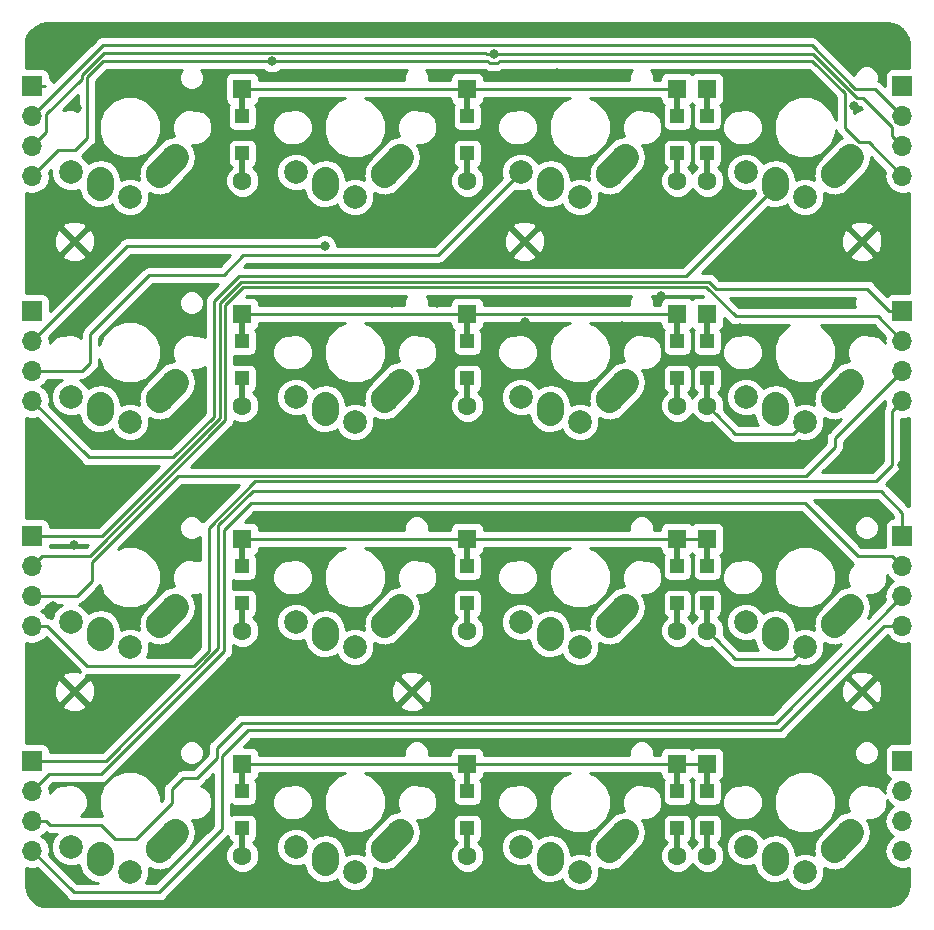
<source format=gbr>
G04 #@! TF.GenerationSoftware,KiCad,Pcbnew,(5.0.0)*
G04 #@! TF.CreationDate,2020-05-30T16:14:38-06:00*
G04 #@! TF.ProjectId,4x4_backpack,3478345F6261636B7061636B2E6B6963,rev?*
G04 #@! TF.SameCoordinates,Original*
G04 #@! TF.FileFunction,Copper,L2,Bot,Signal*
G04 #@! TF.FilePolarity,Positive*
%FSLAX46Y46*%
G04 Gerber Fmt 4.6, Leading zero omitted, Abs format (unit mm)*
G04 Created by KiCad (PCBNEW (5.0.0)) date 05/30/20 16:14:38*
%MOMM*%
%LPD*%
G01*
G04 APERTURE LIST*
G04 #@! TA.AperFunction,ComponentPad*
%ADD10C,2.000000*%
G04 #@! TD*
G04 #@! TA.AperFunction,ComponentPad*
%ADD11C,2.250000*%
G04 #@! TD*
G04 #@! TA.AperFunction,Conductor*
%ADD12C,2.250000*%
G04 #@! TD*
G04 #@! TA.AperFunction,ComponentPad*
%ADD13C,1.600000*%
G04 #@! TD*
G04 #@! TA.AperFunction,ComponentPad*
%ADD14R,1.600000X1.600000*%
G04 #@! TD*
G04 #@! TA.AperFunction,Conductor*
%ADD15R,0.500000X2.500000*%
G04 #@! TD*
G04 #@! TA.AperFunction,SMDPad,CuDef*
%ADD16R,1.200000X1.200000*%
G04 #@! TD*
G04 #@! TA.AperFunction,ComponentPad*
%ADD17R,1.700000X1.700000*%
G04 #@! TD*
G04 #@! TA.AperFunction,ComponentPad*
%ADD18O,1.700000X1.700000*%
G04 #@! TD*
G04 #@! TA.AperFunction,ViaPad*
%ADD19C,0.800000*%
G04 #@! TD*
G04 #@! TA.AperFunction,Conductor*
%ADD20C,0.250000*%
G04 #@! TD*
G04 #@! TA.AperFunction,Conductor*
%ADD21C,0.254000*%
G04 #@! TD*
G04 APERTURE END LIST*
D10*
G04 #@! TO.P,S16,1*
G04 #@! TO.N,Net-(D16-Pad2)*
X142875000Y-148775000D03*
G04 #@! TO.P,S16,2*
G04 #@! TO.N,COL4*
X137875000Y-146675000D03*
D11*
G04 #@! TO.P,S16,1*
G04 #@! TO.N,Net-(D16-Pad2)*
X145375000Y-146875000D03*
X146030005Y-146145004D03*
D12*
G04 #@! TD*
G04 #@! TO.N,Net-(D16-Pad2)*
G04 #@! TO.C,S16*
X146685000Y-145415000D02*
X145375010Y-146875008D01*
D11*
G04 #@! TO.P,S16,2*
G04 #@! TO.N,COL4*
X140335000Y-147955000D03*
X140355229Y-147665016D03*
D12*
G04 #@! TD*
G04 #@! TO.N,COL4*
G04 #@! TO.C,S16*
X140375000Y-147375000D02*
X140335458Y-147955032D01*
D13*
G04 #@! TO.P,D16,2*
G04 #@! TO.N,Net-(D16-Pad2)*
X134620000Y-147410000D03*
D14*
G04 #@! TO.P,D16,1*
G04 #@! TO.N,ROW4*
X134620000Y-139610000D03*
D15*
G04 #@! TD*
G04 #@! TO.N,Net-(D16-Pad2)*
G04 #@! TO.C,D16*
X134620000Y-146210000D03*
D16*
G04 #@! TO.P,D16,2*
G04 #@! TO.N,Net-(D16-Pad2)*
X134620000Y-145085000D03*
G04 #@! TO.P,D16,1*
G04 #@! TO.N,ROW4*
X134620000Y-141935000D03*
D15*
G04 #@! TD*
G04 #@! TO.N,ROW4*
G04 #@! TO.C,D16*
X134620000Y-140810000D03*
D11*
G04 #@! TO.P,S7,2*
G04 #@! TO.N,COL3*
X121305229Y-109565016D03*
D12*
G04 #@! TD*
G04 #@! TO.N,COL3*
G04 #@! TO.C,S7*
X121325000Y-109275000D02*
X121285458Y-109855032D01*
D11*
G04 #@! TO.P,S7,2*
G04 #@! TO.N,COL3*
X121285000Y-109855000D03*
G04 #@! TO.P,S7,1*
G04 #@! TO.N,Net-(D7-Pad2)*
X126980005Y-108045004D03*
D12*
G04 #@! TD*
G04 #@! TO.N,Net-(D7-Pad2)*
G04 #@! TO.C,S7*
X127635000Y-107315000D02*
X126325010Y-108775008D01*
D11*
G04 #@! TO.P,S7,1*
G04 #@! TO.N,Net-(D7-Pad2)*
X126325000Y-108775000D03*
D10*
G04 #@! TO.P,S7,2*
G04 #@! TO.N,COL3*
X118825000Y-108575000D03*
G04 #@! TO.P,S7,1*
G04 #@! TO.N,Net-(D7-Pad2)*
X123825000Y-110675000D03*
G04 #@! TD*
D13*
G04 #@! TO.P,D2,2*
G04 #@! TO.N,Net-(D2-Pad2)*
X114300000Y-90260000D03*
D14*
G04 #@! TO.P,D2,1*
G04 #@! TO.N,ROW1*
X114300000Y-82460000D03*
D15*
G04 #@! TD*
G04 #@! TO.N,Net-(D2-Pad2)*
G04 #@! TO.C,D2*
X114300000Y-89060000D03*
D16*
G04 #@! TO.P,D2,2*
G04 #@! TO.N,Net-(D2-Pad2)*
X114300000Y-87935000D03*
G04 #@! TO.P,D2,1*
G04 #@! TO.N,ROW1*
X114300000Y-84785000D03*
D15*
G04 #@! TD*
G04 #@! TO.N,ROW1*
G04 #@! TO.C,D2*
X114300000Y-83660000D03*
D17*
G04 #@! TO.P,J1,1*
G04 #@! TO.N,ROW1*
X77470000Y-82232500D03*
D18*
G04 #@! TO.P,J1,2*
G04 #@! TO.N,ROW2*
X77470000Y-84772500D03*
G04 #@! TO.P,J1,3*
G04 #@! TO.N,ROW3*
X77470000Y-87312500D03*
G04 #@! TO.P,J1,4*
G04 #@! TO.N,ROW4*
X77470000Y-89852500D03*
G04 #@! TD*
G04 #@! TO.P,J2,4*
G04 #@! TO.N,COL4*
X77470000Y-108902500D03*
G04 #@! TO.P,J2,3*
G04 #@! TO.N,COL3*
X77470000Y-106362500D03*
G04 #@! TO.P,J2,2*
G04 #@! TO.N,COL2*
X77470000Y-103822500D03*
D17*
G04 #@! TO.P,J2,1*
G04 #@! TO.N,COL1*
X77470000Y-101282500D03*
G04 #@! TD*
G04 #@! TO.P,J3,1*
G04 #@! TO.N,COL5*
X77470000Y-120332500D03*
D18*
G04 #@! TO.P,J3,2*
G04 #@! TO.N,COL6*
X77470000Y-122872500D03*
G04 #@! TO.P,J3,3*
G04 #@! TO.N,COL7*
X77470000Y-125412500D03*
G04 #@! TO.P,J3,4*
G04 #@! TO.N,COL8*
X77470000Y-127952500D03*
G04 #@! TD*
G04 #@! TO.P,J4,4*
G04 #@! TO.N,COL12*
X77470000Y-147002500D03*
G04 #@! TO.P,J4,3*
G04 #@! TO.N,COL11*
X77470000Y-144462500D03*
G04 #@! TO.P,J4,2*
G04 #@! TO.N,COL10*
X77470000Y-141922500D03*
D17*
G04 #@! TO.P,J4,1*
G04 #@! TO.N,COL9*
X77470000Y-139382500D03*
G04 #@! TD*
G04 #@! TO.P,J5,1*
G04 #@! TO.N,ROW1*
X151130000Y-82232500D03*
D18*
G04 #@! TO.P,J5,2*
G04 #@! TO.N,ROW2*
X151130000Y-84772500D03*
G04 #@! TO.P,J5,3*
G04 #@! TO.N,ROW3*
X151130000Y-87312500D03*
G04 #@! TO.P,J5,4*
G04 #@! TO.N,ROW4*
X151130000Y-89852500D03*
G04 #@! TD*
G04 #@! TO.P,J6,4*
G04 #@! TO.N,COL8*
X151130000Y-108902500D03*
G04 #@! TO.P,J6,3*
G04 #@! TO.N,COL7*
X151130000Y-106362500D03*
G04 #@! TO.P,J6,2*
G04 #@! TO.N,COL6*
X151130000Y-103822500D03*
D17*
G04 #@! TO.P,J6,1*
G04 #@! TO.N,COL5*
X151130000Y-101282500D03*
G04 #@! TD*
G04 #@! TO.P,J7,1*
G04 #@! TO.N,COL9*
X151130000Y-120332500D03*
D18*
G04 #@! TO.P,J7,2*
G04 #@! TO.N,COL10*
X151130000Y-122872500D03*
G04 #@! TO.P,J7,3*
G04 #@! TO.N,COL11*
X151130000Y-125412500D03*
G04 #@! TO.P,J7,4*
G04 #@! TO.N,COL12*
X151130000Y-127952500D03*
G04 #@! TD*
G04 #@! TO.P,J8,4*
G04 #@! TO.N,N/C*
X151130000Y-147002500D03*
G04 #@! TO.P,J8,3*
X151130000Y-144462500D03*
G04 #@! TO.P,J8,2*
X151130000Y-141922500D03*
D17*
G04 #@! TO.P,J8,1*
X151130000Y-139382500D03*
G04 #@! TD*
D13*
G04 #@! TO.P,D1,2*
G04 #@! TO.N,Net-(D1-Pad2)*
X95250000Y-90260000D03*
D14*
G04 #@! TO.P,D1,1*
G04 #@! TO.N,ROW1*
X95250000Y-82460000D03*
D15*
G04 #@! TD*
G04 #@! TO.N,Net-(D1-Pad2)*
G04 #@! TO.C,D1*
X95250000Y-89060000D03*
D16*
G04 #@! TO.P,D1,2*
G04 #@! TO.N,Net-(D1-Pad2)*
X95250000Y-87935000D03*
G04 #@! TO.P,D1,1*
G04 #@! TO.N,ROW1*
X95250000Y-84785000D03*
D15*
G04 #@! TD*
G04 #@! TO.N,ROW1*
G04 #@! TO.C,D1*
X95250000Y-83660000D03*
G04 #@! TO.N,ROW1*
G04 #@! TO.C,D3*
X132080000Y-83660000D03*
D16*
G04 #@! TD*
G04 #@! TO.P,D3,1*
G04 #@! TO.N,ROW1*
X132080000Y-84785000D03*
G04 #@! TO.P,D3,2*
G04 #@! TO.N,Net-(D3-Pad2)*
X132080000Y-87935000D03*
D15*
G04 #@! TD*
G04 #@! TO.N,Net-(D3-Pad2)*
G04 #@! TO.C,D3*
X132080000Y-89060000D03*
D14*
G04 #@! TO.P,D3,1*
G04 #@! TO.N,ROW1*
X132080000Y-82460000D03*
D13*
G04 #@! TO.P,D3,2*
G04 #@! TO.N,Net-(D3-Pad2)*
X132080000Y-90260000D03*
G04 #@! TD*
D15*
G04 #@! TO.N,ROW1*
G04 #@! TO.C,D4*
X134620000Y-83660000D03*
D16*
G04 #@! TD*
G04 #@! TO.P,D4,1*
G04 #@! TO.N,ROW1*
X134620000Y-84785000D03*
G04 #@! TO.P,D4,2*
G04 #@! TO.N,Net-(D4-Pad2)*
X134620000Y-87935000D03*
D15*
G04 #@! TD*
G04 #@! TO.N,Net-(D4-Pad2)*
G04 #@! TO.C,D4*
X134620000Y-89060000D03*
D14*
G04 #@! TO.P,D4,1*
G04 #@! TO.N,ROW1*
X134620000Y-82460000D03*
D13*
G04 #@! TO.P,D4,2*
G04 #@! TO.N,Net-(D4-Pad2)*
X134620000Y-90260000D03*
G04 #@! TD*
G04 #@! TO.P,D5,2*
G04 #@! TO.N,Net-(D5-Pad2)*
X95250000Y-109310000D03*
D14*
G04 #@! TO.P,D5,1*
G04 #@! TO.N,ROW2*
X95250000Y-101510000D03*
D15*
G04 #@! TD*
G04 #@! TO.N,Net-(D5-Pad2)*
G04 #@! TO.C,D5*
X95250000Y-108110000D03*
D16*
G04 #@! TO.P,D5,2*
G04 #@! TO.N,Net-(D5-Pad2)*
X95250000Y-106985000D03*
G04 #@! TO.P,D5,1*
G04 #@! TO.N,ROW2*
X95250000Y-103835000D03*
D15*
G04 #@! TD*
G04 #@! TO.N,ROW2*
G04 #@! TO.C,D5*
X95250000Y-102710000D03*
G04 #@! TO.N,ROW2*
G04 #@! TO.C,D6*
X114300000Y-102710000D03*
D16*
G04 #@! TD*
G04 #@! TO.P,D6,1*
G04 #@! TO.N,ROW2*
X114300000Y-103835000D03*
G04 #@! TO.P,D6,2*
G04 #@! TO.N,Net-(D6-Pad2)*
X114300000Y-106985000D03*
D15*
G04 #@! TD*
G04 #@! TO.N,Net-(D6-Pad2)*
G04 #@! TO.C,D6*
X114300000Y-108110000D03*
D14*
G04 #@! TO.P,D6,1*
G04 #@! TO.N,ROW2*
X114300000Y-101510000D03*
D13*
G04 #@! TO.P,D6,2*
G04 #@! TO.N,Net-(D6-Pad2)*
X114300000Y-109310000D03*
G04 #@! TD*
G04 #@! TO.P,D7,2*
G04 #@! TO.N,Net-(D7-Pad2)*
X132080000Y-109310000D03*
D14*
G04 #@! TO.P,D7,1*
G04 #@! TO.N,ROW2*
X132080000Y-101510000D03*
D15*
G04 #@! TD*
G04 #@! TO.N,Net-(D7-Pad2)*
G04 #@! TO.C,D7*
X132080000Y-108110000D03*
D16*
G04 #@! TO.P,D7,2*
G04 #@! TO.N,Net-(D7-Pad2)*
X132080000Y-106985000D03*
G04 #@! TO.P,D7,1*
G04 #@! TO.N,ROW2*
X132080000Y-103835000D03*
D15*
G04 #@! TD*
G04 #@! TO.N,ROW2*
G04 #@! TO.C,D7*
X132080000Y-102710000D03*
G04 #@! TO.N,ROW2*
G04 #@! TO.C,D8*
X134620000Y-102710000D03*
D16*
G04 #@! TD*
G04 #@! TO.P,D8,1*
G04 #@! TO.N,ROW2*
X134620000Y-103835000D03*
G04 #@! TO.P,D8,2*
G04 #@! TO.N,Net-(D8-Pad2)*
X134620000Y-106985000D03*
D15*
G04 #@! TD*
G04 #@! TO.N,Net-(D8-Pad2)*
G04 #@! TO.C,D8*
X134620000Y-108110000D03*
D14*
G04 #@! TO.P,D8,1*
G04 #@! TO.N,ROW2*
X134620000Y-101510000D03*
D13*
G04 #@! TO.P,D8,2*
G04 #@! TO.N,Net-(D8-Pad2)*
X134620000Y-109310000D03*
G04 #@! TD*
D15*
G04 #@! TO.N,ROW3*
G04 #@! TO.C,D9*
X95250000Y-121760000D03*
D16*
G04 #@! TD*
G04 #@! TO.P,D9,1*
G04 #@! TO.N,ROW3*
X95250000Y-122885000D03*
G04 #@! TO.P,D9,2*
G04 #@! TO.N,Net-(D9-Pad2)*
X95250000Y-126035000D03*
D15*
G04 #@! TD*
G04 #@! TO.N,Net-(D9-Pad2)*
G04 #@! TO.C,D9*
X95250000Y-127160000D03*
D14*
G04 #@! TO.P,D9,1*
G04 #@! TO.N,ROW3*
X95250000Y-120560000D03*
D13*
G04 #@! TO.P,D9,2*
G04 #@! TO.N,Net-(D9-Pad2)*
X95250000Y-128360000D03*
G04 #@! TD*
G04 #@! TO.P,D10,2*
G04 #@! TO.N,Net-(D10-Pad2)*
X114300000Y-128360000D03*
D14*
G04 #@! TO.P,D10,1*
G04 #@! TO.N,ROW3*
X114300000Y-120560000D03*
D15*
G04 #@! TD*
G04 #@! TO.N,Net-(D10-Pad2)*
G04 #@! TO.C,D10*
X114300000Y-127160000D03*
D16*
G04 #@! TO.P,D10,2*
G04 #@! TO.N,Net-(D10-Pad2)*
X114300000Y-126035000D03*
G04 #@! TO.P,D10,1*
G04 #@! TO.N,ROW3*
X114300000Y-122885000D03*
D15*
G04 #@! TD*
G04 #@! TO.N,ROW3*
G04 #@! TO.C,D10*
X114300000Y-121760000D03*
G04 #@! TO.N,ROW3*
G04 #@! TO.C,D11*
X132080000Y-121760000D03*
D16*
G04 #@! TD*
G04 #@! TO.P,D11,1*
G04 #@! TO.N,ROW3*
X132080000Y-122885000D03*
G04 #@! TO.P,D11,2*
G04 #@! TO.N,Net-(D11-Pad2)*
X132080000Y-126035000D03*
D15*
G04 #@! TD*
G04 #@! TO.N,Net-(D11-Pad2)*
G04 #@! TO.C,D11*
X132080000Y-127160000D03*
D14*
G04 #@! TO.P,D11,1*
G04 #@! TO.N,ROW3*
X132080000Y-120560000D03*
D13*
G04 #@! TO.P,D11,2*
G04 #@! TO.N,Net-(D11-Pad2)*
X132080000Y-128360000D03*
G04 #@! TD*
G04 #@! TO.P,D12,2*
G04 #@! TO.N,Net-(D12-Pad2)*
X134620000Y-128360000D03*
D14*
G04 #@! TO.P,D12,1*
G04 #@! TO.N,ROW3*
X134620000Y-120560000D03*
D15*
G04 #@! TD*
G04 #@! TO.N,Net-(D12-Pad2)*
G04 #@! TO.C,D12*
X134620000Y-127160000D03*
D16*
G04 #@! TO.P,D12,2*
G04 #@! TO.N,Net-(D12-Pad2)*
X134620000Y-126035000D03*
G04 #@! TO.P,D12,1*
G04 #@! TO.N,ROW3*
X134620000Y-122885000D03*
D15*
G04 #@! TD*
G04 #@! TO.N,ROW3*
G04 #@! TO.C,D12*
X134620000Y-121760000D03*
D13*
G04 #@! TO.P,D13,2*
G04 #@! TO.N,Net-(D13-Pad2)*
X95250000Y-147410000D03*
D14*
G04 #@! TO.P,D13,1*
G04 #@! TO.N,ROW4*
X95250000Y-139610000D03*
D15*
G04 #@! TD*
G04 #@! TO.N,Net-(D13-Pad2)*
G04 #@! TO.C,D13*
X95250000Y-146210000D03*
D16*
G04 #@! TO.P,D13,2*
G04 #@! TO.N,Net-(D13-Pad2)*
X95250000Y-145085000D03*
G04 #@! TO.P,D13,1*
G04 #@! TO.N,ROW4*
X95250000Y-141935000D03*
D15*
G04 #@! TD*
G04 #@! TO.N,ROW4*
G04 #@! TO.C,D13*
X95250000Y-140810000D03*
G04 #@! TO.N,ROW4*
G04 #@! TO.C,D14*
X114300000Y-140810000D03*
D16*
G04 #@! TD*
G04 #@! TO.P,D14,1*
G04 #@! TO.N,ROW4*
X114300000Y-141935000D03*
G04 #@! TO.P,D14,2*
G04 #@! TO.N,Net-(D14-Pad2)*
X114300000Y-145085000D03*
D15*
G04 #@! TD*
G04 #@! TO.N,Net-(D14-Pad2)*
G04 #@! TO.C,D14*
X114300000Y-146210000D03*
D14*
G04 #@! TO.P,D14,1*
G04 #@! TO.N,ROW4*
X114300000Y-139610000D03*
D13*
G04 #@! TO.P,D14,2*
G04 #@! TO.N,Net-(D14-Pad2)*
X114300000Y-147410000D03*
G04 #@! TD*
D15*
G04 #@! TO.N,ROW4*
G04 #@! TO.C,D15*
X132080000Y-140810000D03*
D16*
G04 #@! TD*
G04 #@! TO.P,D15,1*
G04 #@! TO.N,ROW4*
X132080000Y-141935000D03*
G04 #@! TO.P,D15,2*
G04 #@! TO.N,Net-(D15-Pad2)*
X132080000Y-145085000D03*
D15*
G04 #@! TD*
G04 #@! TO.N,Net-(D15-Pad2)*
G04 #@! TO.C,D15*
X132080000Y-146210000D03*
D14*
G04 #@! TO.P,D15,1*
G04 #@! TO.N,ROW4*
X132080000Y-139610000D03*
D13*
G04 #@! TO.P,D15,2*
G04 #@! TO.N,Net-(D15-Pad2)*
X132080000Y-147410000D03*
G04 #@! TD*
D11*
G04 #@! TO.P,S1,2*
G04 #@! TO.N,COL1*
X83205229Y-90515016D03*
D12*
G04 #@! TD*
G04 #@! TO.N,COL1*
G04 #@! TO.C,S1*
X83225000Y-90225000D02*
X83185458Y-90805032D01*
D11*
G04 #@! TO.P,S1,2*
G04 #@! TO.N,COL1*
X83185000Y-90805000D03*
G04 #@! TO.P,S1,1*
G04 #@! TO.N,Net-(D1-Pad2)*
X88880005Y-88995004D03*
D12*
G04 #@! TD*
G04 #@! TO.N,Net-(D1-Pad2)*
G04 #@! TO.C,S1*
X89535000Y-88265000D02*
X88225010Y-89725008D01*
D11*
G04 #@! TO.P,S1,1*
G04 #@! TO.N,Net-(D1-Pad2)*
X88225000Y-89725000D03*
D10*
G04 #@! TO.P,S1,2*
G04 #@! TO.N,COL1*
X80725000Y-89525000D03*
G04 #@! TO.P,S1,1*
G04 #@! TO.N,Net-(D1-Pad2)*
X85725000Y-91625000D03*
G04 #@! TD*
G04 #@! TO.P,S2,1*
G04 #@! TO.N,Net-(D2-Pad2)*
X104775000Y-91625000D03*
G04 #@! TO.P,S2,2*
G04 #@! TO.N,COL2*
X99775000Y-89525000D03*
D11*
G04 #@! TO.P,S2,1*
G04 #@! TO.N,Net-(D2-Pad2)*
X107275000Y-89725000D03*
X107930005Y-88995004D03*
D12*
G04 #@! TD*
G04 #@! TO.N,Net-(D2-Pad2)*
G04 #@! TO.C,S2*
X108585000Y-88265000D02*
X107275010Y-89725008D01*
D11*
G04 #@! TO.P,S2,2*
G04 #@! TO.N,COL2*
X102235000Y-90805000D03*
X102255229Y-90515016D03*
D12*
G04 #@! TD*
G04 #@! TO.N,COL2*
G04 #@! TO.C,S2*
X102275000Y-90225000D02*
X102235458Y-90805032D01*
D11*
G04 #@! TO.P,S3,2*
G04 #@! TO.N,COL3*
X121305229Y-90515016D03*
D12*
G04 #@! TD*
G04 #@! TO.N,COL3*
G04 #@! TO.C,S3*
X121325000Y-90225000D02*
X121285458Y-90805032D01*
D11*
G04 #@! TO.P,S3,2*
G04 #@! TO.N,COL3*
X121285000Y-90805000D03*
G04 #@! TO.P,S3,1*
G04 #@! TO.N,Net-(D3-Pad2)*
X126980005Y-88995004D03*
D12*
G04 #@! TD*
G04 #@! TO.N,Net-(D3-Pad2)*
G04 #@! TO.C,S3*
X127635000Y-88265000D02*
X126325010Y-89725008D01*
D11*
G04 #@! TO.P,S3,1*
G04 #@! TO.N,Net-(D3-Pad2)*
X126325000Y-89725000D03*
D10*
G04 #@! TO.P,S3,2*
G04 #@! TO.N,COL3*
X118825000Y-89525000D03*
G04 #@! TO.P,S3,1*
G04 #@! TO.N,Net-(D3-Pad2)*
X123825000Y-91625000D03*
G04 #@! TD*
G04 #@! TO.P,S4,1*
G04 #@! TO.N,Net-(D4-Pad2)*
X142875000Y-91625000D03*
G04 #@! TO.P,S4,2*
G04 #@! TO.N,COL4*
X137875000Y-89525000D03*
D11*
G04 #@! TO.P,S4,1*
G04 #@! TO.N,Net-(D4-Pad2)*
X145375000Y-89725000D03*
X146030005Y-88995004D03*
D12*
G04 #@! TD*
G04 #@! TO.N,Net-(D4-Pad2)*
G04 #@! TO.C,S4*
X146685000Y-88265000D02*
X145375010Y-89725008D01*
D11*
G04 #@! TO.P,S4,2*
G04 #@! TO.N,COL4*
X140335000Y-90805000D03*
X140355229Y-90515016D03*
D12*
G04 #@! TD*
G04 #@! TO.N,COL4*
G04 #@! TO.C,S4*
X140375000Y-90225000D02*
X140335458Y-90805032D01*
D10*
G04 #@! TO.P,S5,1*
G04 #@! TO.N,Net-(D5-Pad2)*
X85725000Y-110675000D03*
G04 #@! TO.P,S5,2*
G04 #@! TO.N,COL1*
X80725000Y-108575000D03*
D11*
G04 #@! TO.P,S5,1*
G04 #@! TO.N,Net-(D5-Pad2)*
X88225000Y-108775000D03*
X88880005Y-108045004D03*
D12*
G04 #@! TD*
G04 #@! TO.N,Net-(D5-Pad2)*
G04 #@! TO.C,S5*
X89535000Y-107315000D02*
X88225010Y-108775008D01*
D11*
G04 #@! TO.P,S5,2*
G04 #@! TO.N,COL1*
X83185000Y-109855000D03*
X83205229Y-109565016D03*
D12*
G04 #@! TD*
G04 #@! TO.N,COL1*
G04 #@! TO.C,S5*
X83225000Y-109275000D02*
X83185458Y-109855032D01*
D11*
G04 #@! TO.P,S6,2*
G04 #@! TO.N,COL2*
X102255229Y-109565016D03*
D12*
G04 #@! TD*
G04 #@! TO.N,COL2*
G04 #@! TO.C,S6*
X102275000Y-109275000D02*
X102235458Y-109855032D01*
D11*
G04 #@! TO.P,S6,2*
G04 #@! TO.N,COL2*
X102235000Y-109855000D03*
G04 #@! TO.P,S6,1*
G04 #@! TO.N,Net-(D6-Pad2)*
X107930005Y-108045004D03*
D12*
G04 #@! TD*
G04 #@! TO.N,Net-(D6-Pad2)*
G04 #@! TO.C,S6*
X108585000Y-107315000D02*
X107275010Y-108775008D01*
D11*
G04 #@! TO.P,S6,1*
G04 #@! TO.N,Net-(D6-Pad2)*
X107275000Y-108775000D03*
D10*
G04 #@! TO.P,S6,2*
G04 #@! TO.N,COL2*
X99775000Y-108575000D03*
G04 #@! TO.P,S6,1*
G04 #@! TO.N,Net-(D6-Pad2)*
X104775000Y-110675000D03*
G04 #@! TD*
G04 #@! TO.P,S8,1*
G04 #@! TO.N,Net-(D8-Pad2)*
X142875000Y-110675000D03*
G04 #@! TO.P,S8,2*
G04 #@! TO.N,COL4*
X137875000Y-108575000D03*
D11*
G04 #@! TO.P,S8,1*
G04 #@! TO.N,Net-(D8-Pad2)*
X145375000Y-108775000D03*
X146030005Y-108045004D03*
D12*
G04 #@! TD*
G04 #@! TO.N,Net-(D8-Pad2)*
G04 #@! TO.C,S8*
X146685000Y-107315000D02*
X145375010Y-108775008D01*
D11*
G04 #@! TO.P,S8,2*
G04 #@! TO.N,COL4*
X140335000Y-109855000D03*
X140355229Y-109565016D03*
D12*
G04 #@! TD*
G04 #@! TO.N,COL4*
G04 #@! TO.C,S8*
X140375000Y-109275000D02*
X140335458Y-109855032D01*
D10*
G04 #@! TO.P,S9,1*
G04 #@! TO.N,Net-(D9-Pad2)*
X85725000Y-129725000D03*
G04 #@! TO.P,S9,2*
G04 #@! TO.N,COL1*
X80725000Y-127625000D03*
D11*
G04 #@! TO.P,S9,1*
G04 #@! TO.N,Net-(D9-Pad2)*
X88225000Y-127825000D03*
X88880005Y-127095004D03*
D12*
G04 #@! TD*
G04 #@! TO.N,Net-(D9-Pad2)*
G04 #@! TO.C,S9*
X89535000Y-126365000D02*
X88225010Y-127825008D01*
D11*
G04 #@! TO.P,S9,2*
G04 #@! TO.N,COL1*
X83185000Y-128905000D03*
X83205229Y-128615016D03*
D12*
G04 #@! TD*
G04 #@! TO.N,COL1*
G04 #@! TO.C,S9*
X83225000Y-128325000D02*
X83185458Y-128905032D01*
D11*
G04 #@! TO.P,S10,2*
G04 #@! TO.N,COL2*
X102255229Y-128615016D03*
D12*
G04 #@! TD*
G04 #@! TO.N,COL2*
G04 #@! TO.C,S10*
X102275000Y-128325000D02*
X102235458Y-128905032D01*
D11*
G04 #@! TO.P,S10,2*
G04 #@! TO.N,COL2*
X102235000Y-128905000D03*
G04 #@! TO.P,S10,1*
G04 #@! TO.N,Net-(D10-Pad2)*
X107930005Y-127095004D03*
D12*
G04 #@! TD*
G04 #@! TO.N,Net-(D10-Pad2)*
G04 #@! TO.C,S10*
X108585000Y-126365000D02*
X107275010Y-127825008D01*
D11*
G04 #@! TO.P,S10,1*
G04 #@! TO.N,Net-(D10-Pad2)*
X107275000Y-127825000D03*
D10*
G04 #@! TO.P,S10,2*
G04 #@! TO.N,COL2*
X99775000Y-127625000D03*
G04 #@! TO.P,S10,1*
G04 #@! TO.N,Net-(D10-Pad2)*
X104775000Y-129725000D03*
G04 #@! TD*
D11*
G04 #@! TO.P,S11,2*
G04 #@! TO.N,COL3*
X121305229Y-128615016D03*
D12*
G04 #@! TD*
G04 #@! TO.N,COL3*
G04 #@! TO.C,S11*
X121325000Y-128325000D02*
X121285458Y-128905032D01*
D11*
G04 #@! TO.P,S11,2*
G04 #@! TO.N,COL3*
X121285000Y-128905000D03*
G04 #@! TO.P,S11,1*
G04 #@! TO.N,Net-(D11-Pad2)*
X126980005Y-127095004D03*
D12*
G04 #@! TD*
G04 #@! TO.N,Net-(D11-Pad2)*
G04 #@! TO.C,S11*
X127635000Y-126365000D02*
X126325010Y-127825008D01*
D11*
G04 #@! TO.P,S11,1*
G04 #@! TO.N,Net-(D11-Pad2)*
X126325000Y-127825000D03*
D10*
G04 #@! TO.P,S11,2*
G04 #@! TO.N,COL3*
X118825000Y-127625000D03*
G04 #@! TO.P,S11,1*
G04 #@! TO.N,Net-(D11-Pad2)*
X123825000Y-129725000D03*
G04 #@! TD*
D11*
G04 #@! TO.P,S12,2*
G04 #@! TO.N,COL4*
X140355229Y-128615016D03*
D12*
G04 #@! TD*
G04 #@! TO.N,COL4*
G04 #@! TO.C,S12*
X140375000Y-128325000D02*
X140335458Y-128905032D01*
D11*
G04 #@! TO.P,S12,2*
G04 #@! TO.N,COL4*
X140335000Y-128905000D03*
G04 #@! TO.P,S12,1*
G04 #@! TO.N,Net-(D12-Pad2)*
X146030005Y-127095004D03*
D12*
G04 #@! TD*
G04 #@! TO.N,Net-(D12-Pad2)*
G04 #@! TO.C,S12*
X146685000Y-126365000D02*
X145375010Y-127825008D01*
D11*
G04 #@! TO.P,S12,1*
G04 #@! TO.N,Net-(D12-Pad2)*
X145375000Y-127825000D03*
D10*
G04 #@! TO.P,S12,2*
G04 #@! TO.N,COL4*
X137875000Y-127625000D03*
G04 #@! TO.P,S12,1*
G04 #@! TO.N,Net-(D12-Pad2)*
X142875000Y-129725000D03*
G04 #@! TD*
G04 #@! TO.P,S13,1*
G04 #@! TO.N,Net-(D13-Pad2)*
X85725000Y-148775000D03*
G04 #@! TO.P,S13,2*
G04 #@! TO.N,COL1*
X80725000Y-146675000D03*
D11*
G04 #@! TO.P,S13,1*
G04 #@! TO.N,Net-(D13-Pad2)*
X88225000Y-146875000D03*
X88880005Y-146145004D03*
D12*
G04 #@! TD*
G04 #@! TO.N,Net-(D13-Pad2)*
G04 #@! TO.C,S13*
X89535000Y-145415000D02*
X88225010Y-146875008D01*
D11*
G04 #@! TO.P,S13,2*
G04 #@! TO.N,COL1*
X83185000Y-147955000D03*
X83205229Y-147665016D03*
D12*
G04 #@! TD*
G04 #@! TO.N,COL1*
G04 #@! TO.C,S13*
X83225000Y-147375000D02*
X83185458Y-147955032D01*
D10*
G04 #@! TO.P,S14,1*
G04 #@! TO.N,Net-(D14-Pad2)*
X104775000Y-148775000D03*
G04 #@! TO.P,S14,2*
G04 #@! TO.N,COL2*
X99775000Y-146675000D03*
D11*
G04 #@! TO.P,S14,1*
G04 #@! TO.N,Net-(D14-Pad2)*
X107275000Y-146875000D03*
X107930005Y-146145004D03*
D12*
G04 #@! TD*
G04 #@! TO.N,Net-(D14-Pad2)*
G04 #@! TO.C,S14*
X108585000Y-145415000D02*
X107275010Y-146875008D01*
D11*
G04 #@! TO.P,S14,2*
G04 #@! TO.N,COL2*
X102235000Y-147955000D03*
X102255229Y-147665016D03*
D12*
G04 #@! TD*
G04 #@! TO.N,COL2*
G04 #@! TO.C,S14*
X102275000Y-147375000D02*
X102235458Y-147955032D01*
D11*
G04 #@! TO.P,S15,2*
G04 #@! TO.N,COL3*
X121305229Y-147665016D03*
D12*
G04 #@! TD*
G04 #@! TO.N,COL3*
G04 #@! TO.C,S15*
X121325000Y-147375000D02*
X121285458Y-147955032D01*
D11*
G04 #@! TO.P,S15,2*
G04 #@! TO.N,COL3*
X121285000Y-147955000D03*
G04 #@! TO.P,S15,1*
G04 #@! TO.N,Net-(D15-Pad2)*
X126980005Y-146145004D03*
D12*
G04 #@! TD*
G04 #@! TO.N,Net-(D15-Pad2)*
G04 #@! TO.C,S15*
X127635000Y-145415000D02*
X126325010Y-146875008D01*
D11*
G04 #@! TO.P,S15,1*
G04 #@! TO.N,Net-(D15-Pad2)*
X126325000Y-146875000D03*
D10*
G04 #@! TO.P,S15,2*
G04 #@! TO.N,COL3*
X118825000Y-146675000D03*
G04 #@! TO.P,S15,1*
G04 #@! TO.N,Net-(D15-Pad2)*
X123825000Y-148775000D03*
G04 #@! TD*
D19*
G04 #@! TO.N,ROW3*
X116522500Y-79528510D03*
G04 #@! TO.N,ROW4*
X97790000Y-80137000D03*
G04 #@! TO.N,GND*
X143891000Y-100711000D03*
X130048000Y-131953000D03*
X101219000Y-121920000D03*
X126619000Y-94234000D03*
X137922000Y-96520000D03*
X98933000Y-92011500D03*
X93408500Y-86931500D03*
X93281500Y-83820000D03*
X141986000Y-119697500D03*
X80645000Y-115633500D03*
X85344000Y-115570000D03*
X94932500Y-114109500D03*
X100139500Y-113792000D03*
X109601000Y-113601500D03*
X118554500Y-113855500D03*
X127952500Y-113538000D03*
X142938500Y-113601500D03*
X147637500Y-113601500D03*
X146050000Y-118110000D03*
X90551000Y-129540000D03*
X87884000Y-101536500D03*
X89535000Y-111442500D03*
X85217000Y-97726500D03*
X108140500Y-102616000D03*
X119189500Y-102235000D03*
X127381000Y-102552500D03*
X137350500Y-102743000D03*
X146494500Y-102870000D03*
X81026000Y-121094500D03*
X124015500Y-100520500D03*
X118935500Y-100520500D03*
X121856500Y-81153000D03*
X81026000Y-149098000D03*
X92456000Y-141224000D03*
X148907500Y-125920500D03*
X91313000Y-121729500D03*
X79184500Y-126238000D03*
X107950000Y-100584000D03*
X111760000Y-100584000D03*
X81280000Y-84074000D03*
X142811500Y-88963500D03*
X147002500Y-83947000D03*
X141795500Y-132524500D03*
X130683000Y-99975510D03*
X77470000Y-149860000D03*
X78740000Y-151130000D03*
X151130000Y-149860000D03*
X149860000Y-151130000D03*
X151130000Y-78740000D03*
X149860000Y-77470000D03*
X77470000Y-78740000D03*
X78740000Y-77470000D03*
X77470000Y-95250000D03*
X77470000Y-114300000D03*
X77470000Y-133350000D03*
X151130000Y-133350000D03*
X151130000Y-114300000D03*
X151130000Y-95250000D03*
X139065000Y-83693000D03*
X120269000Y-84074000D03*
G04 #@! TO.N,COL2*
X102235000Y-95821500D03*
G04 #@! TO.N,Net-(D14-Pad2)*
X107950000Y-146050000D03*
G04 #@! TO.N,Net-(D15-Pad2)*
X126365000Y-146685000D03*
G04 #@! TD*
D20*
G04 #@! TO.N,ROW1*
X77470000Y-82232500D02*
X78570000Y-82232500D01*
X114300000Y-82460000D02*
X132080000Y-82460000D01*
X96300000Y-82460000D02*
X114300000Y-82460000D01*
X95250000Y-82460000D02*
X96300000Y-82460000D01*
G04 #@! TO.N,ROW2*
X95250000Y-101510000D02*
X114300000Y-101510000D01*
X114300000Y-101510000D02*
X132080000Y-101510000D01*
X83439000Y-78803500D02*
X78319999Y-83922501D01*
X151130000Y-84772500D02*
X148852200Y-82494700D01*
X147140522Y-82494700D02*
X143449322Y-78803500D01*
X143449322Y-78803500D02*
X83439000Y-78803500D01*
X78319999Y-83922501D02*
X77470000Y-84772500D01*
X148852200Y-82494700D02*
X147140522Y-82494700D01*
G04 #@! TO.N,ROW3*
X95250000Y-120560000D02*
X134620000Y-120560000D01*
X115829815Y-79401510D02*
X115956815Y-79528510D01*
X78645001Y-86137499D02*
X78645001Y-84613499D01*
X77470000Y-87312500D02*
X78645001Y-86137499D01*
X78645001Y-84613499D02*
X81655489Y-81603011D01*
X115956815Y-79528510D02*
X116522500Y-79528510D01*
X81655489Y-81603011D02*
X81655489Y-81284100D01*
X81655489Y-81284100D02*
X83538079Y-79401510D01*
X83538079Y-79401510D02*
X115829815Y-79401510D01*
X147262011Y-83252600D02*
X143537921Y-79528510D01*
X150280001Y-85700501D02*
X147832100Y-83252600D01*
X143537921Y-79528510D02*
X117088185Y-79528510D01*
X151130000Y-87312500D02*
X150280001Y-86462501D01*
X117088185Y-79528510D02*
X116522500Y-79528510D01*
X147832100Y-83252600D02*
X147262011Y-83252600D01*
X150280001Y-86462501D02*
X150280001Y-85700501D01*
G04 #@! TO.N,ROW4*
X95250000Y-139610000D02*
X134620000Y-139610000D01*
X97663000Y-80137000D02*
X97790000Y-80137000D01*
X79629000Y-87693500D02*
X77470000Y-89852500D01*
X82105500Y-81470500D02*
X82105500Y-86677500D01*
X83439000Y-80137000D02*
X82105500Y-81470500D01*
X82105500Y-86677500D02*
X81089500Y-87693500D01*
X97663000Y-80137000D02*
X83439000Y-80137000D01*
X81089500Y-87693500D02*
X79629000Y-87693500D01*
X116057988Y-80137000D02*
X97663000Y-80137000D01*
X116174499Y-80253511D02*
X116057988Y-80137000D01*
X116987012Y-80137000D02*
X116870501Y-80253511D01*
X143510000Y-80137000D02*
X116987012Y-80137000D01*
X146240500Y-85786502D02*
X146240500Y-82867500D01*
X146240500Y-82867500D02*
X143510000Y-80137000D01*
X116870501Y-80253511D02*
X116174499Y-80253511D01*
X147448998Y-86995000D02*
X146240500Y-85786502D01*
X148272500Y-86995000D02*
X147448998Y-86995000D01*
X151130000Y-89852500D02*
X148272500Y-86995000D01*
G04 #@! TO.N,COL5*
X151130000Y-101282500D02*
X150178910Y-101282500D01*
X134731902Y-98800489D02*
X135331402Y-99399989D01*
X148147489Y-99399989D02*
X150030000Y-101282500D01*
X150030000Y-101282500D02*
X151130000Y-101282500D01*
X77470000Y-120332500D02*
X83374090Y-120332500D01*
X135331402Y-99399989D02*
X148147489Y-99399989D01*
X95138098Y-98800489D02*
X134731902Y-98800489D01*
X93345000Y-100593587D02*
X95138098Y-98800489D01*
X93345000Y-110361590D02*
X93345000Y-100593587D01*
X83374090Y-120332500D02*
X93345000Y-110361590D01*
G04 #@! TO.N,COL6*
X77470000Y-122872500D02*
X77470000Y-122553590D01*
X78319999Y-122022501D02*
X77470000Y-122872500D01*
X82320499Y-122022501D02*
X78319999Y-122022501D01*
X93795011Y-110547989D02*
X82320499Y-122022501D01*
X95324498Y-99250500D02*
X93795011Y-100779987D01*
X149034500Y-101727000D02*
X137022002Y-101727000D01*
X151130000Y-103822500D02*
X149034500Y-101727000D01*
X134545502Y-99250500D02*
X95324498Y-99250500D01*
X93795011Y-100779987D02*
X93795011Y-110547989D01*
X137022002Y-101727000D02*
X134545502Y-99250500D01*
G04 #@! TO.N,COL7*
X82486500Y-124142500D02*
X81216500Y-125412500D01*
X145415000Y-112077500D02*
X145415000Y-112776000D01*
X151130000Y-106362500D02*
X145415000Y-112077500D01*
X145415000Y-112776000D02*
X142944011Y-115246989D01*
X142944011Y-115246989D02*
X89794511Y-115246989D01*
X89794511Y-115246989D02*
X82486500Y-122555000D01*
X81216500Y-125412500D02*
X77470000Y-125412500D01*
X82486500Y-122555000D02*
X82486500Y-124142500D01*
G04 #@! TO.N,COL8*
X78740000Y-127952500D02*
X77470000Y-127952500D01*
X92392500Y-130048000D02*
X91122500Y-131318000D01*
X92392500Y-124396502D02*
X92392500Y-130048000D01*
X82105500Y-131318000D02*
X78740000Y-127952500D01*
X92400001Y-124389001D02*
X92392500Y-124396502D01*
X92400001Y-123260999D02*
X92400001Y-124389001D01*
X92392500Y-123253498D02*
X92400001Y-123260999D01*
X150280001Y-109752499D02*
X150280001Y-114324499D01*
X151130000Y-108902500D02*
X150280001Y-109752499D01*
X150280001Y-114324499D02*
X148907500Y-115697000D01*
X148907500Y-115697000D02*
X96329500Y-115697000D01*
X91122500Y-131318000D02*
X82105500Y-131318000D01*
X96329500Y-115697000D02*
X92392500Y-119634000D01*
X92392500Y-119634000D02*
X92392500Y-123253498D01*
G04 #@! TO.N,COL12*
X88201500Y-150495000D02*
X80962500Y-150495000D01*
X149606000Y-127952500D02*
X140779500Y-136779000D01*
X151130000Y-127952500D02*
X149606000Y-127952500D01*
X140779500Y-136779000D02*
X95694500Y-136779000D01*
X95694500Y-136779000D02*
X93535500Y-138938000D01*
X93535500Y-138938000D02*
X93535500Y-145161000D01*
X80962500Y-150495000D02*
X77470000Y-147002500D01*
X93535500Y-145161000D02*
X88201500Y-150495000D01*
G04 #@! TO.N,COL11*
X140398500Y-136144000D02*
X151130000Y-125412500D01*
X95186500Y-136144000D02*
X140398500Y-136144000D01*
X93085490Y-138245010D02*
X95186500Y-136144000D01*
X93085490Y-139134010D02*
X93085490Y-138245010D01*
X91376500Y-140843000D02*
X93085490Y-139134010D01*
X90233500Y-140843000D02*
X91376500Y-140843000D01*
X89281000Y-142938500D02*
X89281000Y-141795500D01*
X78989581Y-144780000D02*
X83248500Y-144780000D01*
X78672081Y-144462500D02*
X78989581Y-144780000D01*
X77470000Y-144462500D02*
X78672081Y-144462500D01*
X83248500Y-144780000D02*
X84455000Y-145986500D01*
X89281000Y-141795500D02*
X90233500Y-140843000D01*
X84455000Y-145986500D02*
X86233000Y-145986500D01*
X86233000Y-145986500D02*
X89281000Y-142938500D01*
G04 #@! TO.N,COL10*
X78867000Y-140525500D02*
X77470000Y-141922500D01*
X83248500Y-140525500D02*
X78867000Y-140525500D01*
X93668010Y-130105990D02*
X83248500Y-140525500D01*
X150280001Y-122022501D02*
X147359001Y-122022501D01*
X147359001Y-122022501D02*
X142875000Y-117538500D01*
X142875000Y-117538500D02*
X95948500Y-117538500D01*
X95948500Y-117538500D02*
X93668010Y-119818990D01*
X151130000Y-122872500D02*
X150280001Y-122022501D01*
X93668010Y-119818990D02*
X93668010Y-130105990D01*
G04 #@! TO.N,COL9*
X151130000Y-120332500D02*
X151130000Y-118364000D01*
X151130000Y-118364000D02*
X149288500Y-116522500D01*
X149288500Y-116522500D02*
X96140410Y-116522500D01*
X96140410Y-116522500D02*
X93218000Y-119444910D01*
X78570000Y-139382500D02*
X77470000Y-139382500D01*
X83694410Y-139382500D02*
X78570000Y-139382500D01*
X93218000Y-129858910D02*
X83694410Y-139382500D01*
X93218000Y-119444910D02*
X93218000Y-129858910D01*
G04 #@! TO.N,COL4*
X89405180Y-113665000D02*
X92837000Y-110233180D01*
X92837000Y-110233180D02*
X92837000Y-100465176D01*
X132789522Y-98350478D02*
X140375000Y-90765000D01*
X92837000Y-100465176D02*
X94951698Y-98350478D01*
X94951698Y-98350478D02*
X132789522Y-98350478D01*
X82232500Y-113665000D02*
X89405180Y-113665000D01*
X140375000Y-90765000D02*
X140375000Y-90225000D01*
X77470000Y-108902500D02*
X82232500Y-113665000D01*
G04 #@! TO.N,COL3*
X117825001Y-90524999D02*
X118825000Y-89525000D01*
X111803499Y-96546501D02*
X117825001Y-90524999D01*
X81661000Y-106362500D02*
X82359500Y-105664000D01*
X77470000Y-106362500D02*
X81661000Y-106362500D01*
X95349089Y-96546501D02*
X111803499Y-96546501D01*
X82359500Y-105664000D02*
X82359500Y-103251000D01*
X82359500Y-103251000D02*
X87376000Y-98234500D01*
X87376000Y-98234500D02*
X93661090Y-98234500D01*
X93661090Y-98234500D02*
X95349089Y-96546501D01*
G04 #@! TO.N,COL2*
X85471000Y-95821500D02*
X102235000Y-95821500D01*
X77470000Y-103822500D02*
X85471000Y-95821500D01*
G04 #@! TO.N,COL1*
X77470000Y-101282500D02*
X77787500Y-100965000D01*
G04 #@! TO.N,Net-(D8-Pad2)*
X135419999Y-110109999D02*
X134620000Y-109310000D01*
X136984999Y-111674999D02*
X135419999Y-110109999D01*
X141875001Y-111674999D02*
X136984999Y-111674999D01*
X142875000Y-110675000D02*
X141875001Y-111674999D01*
G04 #@! TO.N,Net-(D12-Pad2)*
X135419999Y-129159999D02*
X134620000Y-128360000D01*
X136984999Y-130724999D02*
X135419999Y-129159999D01*
X141875001Y-130724999D02*
X136984999Y-130724999D01*
X142875000Y-129725000D02*
X141875001Y-130724999D01*
G04 #@! TD*
D21*
G04 #@! TO.N,GND*
G36*
X150059375Y-129023125D02*
X150550582Y-129351339D01*
X150983744Y-129437500D01*
X151276256Y-129437500D01*
X151690000Y-129355201D01*
X151690000Y-137885060D01*
X150280000Y-137885060D01*
X150032235Y-137934343D01*
X149822191Y-138074691D01*
X149681843Y-138284735D01*
X149632560Y-138532500D01*
X149632560Y-140232500D01*
X149681843Y-140480265D01*
X149822191Y-140690309D01*
X150032235Y-140830657D01*
X150077619Y-140839684D01*
X150059375Y-140851875D01*
X149731161Y-141343082D01*
X149615908Y-141922500D01*
X149641863Y-142052987D01*
X149633922Y-142033815D01*
X149216185Y-141616078D01*
X148670385Y-141390000D01*
X148315713Y-141390000D01*
X148255358Y-141365000D01*
X147654642Y-141365000D01*
X147099654Y-141594884D01*
X146674884Y-142019654D01*
X146445000Y-142574642D01*
X146445000Y-143175358D01*
X146633162Y-143629620D01*
X146587956Y-143623146D01*
X145909631Y-143796680D01*
X145490775Y-144110595D01*
X144096999Y-145663985D01*
X143882944Y-145878040D01*
X143796917Y-146085728D01*
X143682416Y-146278953D01*
X143664203Y-146406127D01*
X143615000Y-146524914D01*
X143615000Y-146749695D01*
X143583156Y-146972051D01*
X143615000Y-147096526D01*
X143615000Y-147225086D01*
X143658360Y-147329767D01*
X143200222Y-147140000D01*
X142549778Y-147140000D01*
X142141103Y-147309279D01*
X142075750Y-146802633D01*
X141727253Y-146195353D01*
X141172887Y-145767663D01*
X140497050Y-145584676D01*
X139802632Y-145674250D01*
X139340126Y-145939667D01*
X139261086Y-145748847D01*
X138801153Y-145288914D01*
X138200222Y-145040000D01*
X137549778Y-145040000D01*
X136948847Y-145288914D01*
X136488914Y-145748847D01*
X136240000Y-146349778D01*
X136240000Y-147000222D01*
X136488914Y-147601153D01*
X136948847Y-148061086D01*
X137549778Y-148310000D01*
X138200222Y-148310000D01*
X138575000Y-148154762D01*
X138575000Y-148305086D01*
X138620065Y-148413883D01*
X138634708Y-148527400D01*
X138751088Y-148730201D01*
X138842944Y-148951960D01*
X138926026Y-149035042D01*
X138983205Y-149134680D01*
X139169015Y-149278031D01*
X139338040Y-149447056D01*
X139446145Y-149491835D01*
X139537571Y-149562369D01*
X139765266Y-149624019D01*
X139984914Y-149715000D01*
X140101292Y-149715000D01*
X140213408Y-149745356D01*
X140448741Y-149715000D01*
X140685086Y-149715000D01*
X140791973Y-149670726D01*
X140907826Y-149655782D01*
X141114801Y-149537006D01*
X141331960Y-149447056D01*
X141368520Y-149410496D01*
X141488914Y-149701153D01*
X141948847Y-150161086D01*
X142549778Y-150410000D01*
X143200222Y-150410000D01*
X143801153Y-150161086D01*
X144261086Y-149701153D01*
X144510000Y-149100222D01*
X144510000Y-148449778D01*
X144495969Y-148415904D01*
X144585631Y-148453043D01*
X144778955Y-148567602D01*
X144906193Y-148585824D01*
X145024914Y-148635000D01*
X145249572Y-148635000D01*
X145472053Y-148666862D01*
X145596598Y-148635000D01*
X145725086Y-148635000D01*
X145932621Y-148549036D01*
X146150378Y-148493328D01*
X146253258Y-148416224D01*
X146371960Y-148367056D01*
X146530791Y-148208225D01*
X146569235Y-148179413D01*
X146653344Y-148085672D01*
X146867056Y-147871960D01*
X146885886Y-147826499D01*
X148110752Y-146461365D01*
X148377594Y-146011056D01*
X148476854Y-145317957D01*
X148303320Y-144639631D01*
X148112485Y-144385000D01*
X148255358Y-144385000D01*
X148315713Y-144360000D01*
X148670385Y-144360000D01*
X149216185Y-144133922D01*
X149633922Y-143716185D01*
X149860000Y-143170385D01*
X149860000Y-142694739D01*
X150059375Y-142993125D01*
X150357761Y-143192500D01*
X150059375Y-143391875D01*
X149731161Y-143883082D01*
X149615908Y-144462500D01*
X149731161Y-145041918D01*
X150059375Y-145533125D01*
X150357761Y-145732500D01*
X150059375Y-145931875D01*
X149731161Y-146423082D01*
X149615908Y-147002500D01*
X149731161Y-147581918D01*
X150059375Y-148073125D01*
X150550582Y-148401339D01*
X150983744Y-148487500D01*
X151276256Y-148487500D01*
X151690000Y-148405201D01*
X151690000Y-149815333D01*
X151627042Y-150313699D01*
X151458697Y-150738889D01*
X151189899Y-151108859D01*
X150837541Y-151400355D01*
X150423756Y-151595067D01*
X149941339Y-151687093D01*
X149848836Y-151690000D01*
X78784667Y-151690000D01*
X78286301Y-151627042D01*
X77861111Y-151458697D01*
X77491141Y-151189899D01*
X77199645Y-150837541D01*
X77004933Y-150423756D01*
X76912907Y-149941339D01*
X76910000Y-149848836D01*
X76910000Y-148405201D01*
X77323744Y-148487500D01*
X77616256Y-148487500D01*
X77836408Y-148443709D01*
X80372171Y-150979473D01*
X80414571Y-151042929D01*
X80665963Y-151210904D01*
X80887648Y-151255000D01*
X80887653Y-151255000D01*
X80962500Y-151269888D01*
X81037347Y-151255000D01*
X88126653Y-151255000D01*
X88201500Y-151269888D01*
X88276347Y-151255000D01*
X88276352Y-151255000D01*
X88498037Y-151210904D01*
X88749429Y-151042929D01*
X88791831Y-150979470D01*
X94016454Y-145754848D01*
X94051843Y-145932765D01*
X94192191Y-146142809D01*
X94352560Y-146249965D01*
X94352560Y-146278044D01*
X94033466Y-146597138D01*
X93815000Y-147124561D01*
X93815000Y-147695439D01*
X94033466Y-148222862D01*
X94437138Y-148626534D01*
X94964561Y-148845000D01*
X95535439Y-148845000D01*
X96062862Y-148626534D01*
X96466534Y-148222862D01*
X96685000Y-147695439D01*
X96685000Y-147124561D01*
X96466534Y-146597138D01*
X96219174Y-146349778D01*
X98140000Y-146349778D01*
X98140000Y-147000222D01*
X98388914Y-147601153D01*
X98848847Y-148061086D01*
X99449778Y-148310000D01*
X100100222Y-148310000D01*
X100475000Y-148154762D01*
X100475000Y-148305086D01*
X100520065Y-148413883D01*
X100534708Y-148527400D01*
X100651088Y-148730201D01*
X100742944Y-148951960D01*
X100826026Y-149035042D01*
X100883205Y-149134680D01*
X101069015Y-149278031D01*
X101238040Y-149447056D01*
X101346145Y-149491835D01*
X101437571Y-149562369D01*
X101665266Y-149624019D01*
X101884914Y-149715000D01*
X102001292Y-149715000D01*
X102113408Y-149745356D01*
X102348741Y-149715000D01*
X102585086Y-149715000D01*
X102691973Y-149670726D01*
X102807826Y-149655782D01*
X103014801Y-149537006D01*
X103231960Y-149447056D01*
X103268520Y-149410496D01*
X103388914Y-149701153D01*
X103848847Y-150161086D01*
X104449778Y-150410000D01*
X105100222Y-150410000D01*
X105701153Y-150161086D01*
X106161086Y-149701153D01*
X106410000Y-149100222D01*
X106410000Y-148449778D01*
X106395969Y-148415904D01*
X106485631Y-148453043D01*
X106678955Y-148567602D01*
X106806193Y-148585824D01*
X106924914Y-148635000D01*
X107149572Y-148635000D01*
X107372053Y-148666862D01*
X107496598Y-148635000D01*
X107625086Y-148635000D01*
X107832621Y-148549036D01*
X108050378Y-148493328D01*
X108153258Y-148416224D01*
X108271960Y-148367056D01*
X108430791Y-148208225D01*
X108469235Y-148179413D01*
X108553344Y-148085672D01*
X108767056Y-147871960D01*
X108785886Y-147826499D01*
X109415699Y-147124561D01*
X112865000Y-147124561D01*
X112865000Y-147695439D01*
X113083466Y-148222862D01*
X113487138Y-148626534D01*
X114014561Y-148845000D01*
X114585439Y-148845000D01*
X115112862Y-148626534D01*
X115516534Y-148222862D01*
X115735000Y-147695439D01*
X115735000Y-147124561D01*
X115516534Y-146597138D01*
X115269174Y-146349778D01*
X117190000Y-146349778D01*
X117190000Y-147000222D01*
X117438914Y-147601153D01*
X117898847Y-148061086D01*
X118499778Y-148310000D01*
X119150222Y-148310000D01*
X119525000Y-148154762D01*
X119525000Y-148305086D01*
X119570065Y-148413883D01*
X119584708Y-148527400D01*
X119701088Y-148730201D01*
X119792944Y-148951960D01*
X119876026Y-149035042D01*
X119933205Y-149134680D01*
X120119015Y-149278031D01*
X120288040Y-149447056D01*
X120396145Y-149491835D01*
X120487571Y-149562369D01*
X120715266Y-149624019D01*
X120934914Y-149715000D01*
X121051292Y-149715000D01*
X121163408Y-149745356D01*
X121398741Y-149715000D01*
X121635086Y-149715000D01*
X121741973Y-149670726D01*
X121857826Y-149655782D01*
X122064801Y-149537006D01*
X122281960Y-149447056D01*
X122318520Y-149410496D01*
X122438914Y-149701153D01*
X122898847Y-150161086D01*
X123499778Y-150410000D01*
X124150222Y-150410000D01*
X124751153Y-150161086D01*
X125211086Y-149701153D01*
X125460000Y-149100222D01*
X125460000Y-148449778D01*
X125445969Y-148415904D01*
X125535631Y-148453043D01*
X125728955Y-148567602D01*
X125856193Y-148585824D01*
X125974914Y-148635000D01*
X126199572Y-148635000D01*
X126422053Y-148666862D01*
X126546598Y-148635000D01*
X126675086Y-148635000D01*
X126882621Y-148549036D01*
X127100378Y-148493328D01*
X127203258Y-148416224D01*
X127321960Y-148367056D01*
X127480791Y-148208225D01*
X127519235Y-148179413D01*
X127603344Y-148085672D01*
X127817056Y-147871960D01*
X127835886Y-147826499D01*
X128465699Y-147124561D01*
X130645000Y-147124561D01*
X130645000Y-147695439D01*
X130863466Y-148222862D01*
X131267138Y-148626534D01*
X131794561Y-148845000D01*
X132365439Y-148845000D01*
X132892862Y-148626534D01*
X133296534Y-148222862D01*
X133350000Y-148093784D01*
X133403466Y-148222862D01*
X133807138Y-148626534D01*
X134334561Y-148845000D01*
X134905439Y-148845000D01*
X135432862Y-148626534D01*
X135836534Y-148222862D01*
X136055000Y-147695439D01*
X136055000Y-147124561D01*
X135836534Y-146597138D01*
X135517440Y-146278044D01*
X135517440Y-146249965D01*
X135677809Y-146142809D01*
X135818157Y-145932765D01*
X135867440Y-145685000D01*
X135867440Y-144485000D01*
X135818157Y-144237235D01*
X135677809Y-144027191D01*
X135467765Y-143886843D01*
X135220000Y-143837560D01*
X134020000Y-143837560D01*
X133772235Y-143886843D01*
X133562191Y-144027191D01*
X133421843Y-144237235D01*
X133372560Y-144485000D01*
X133372560Y-145685000D01*
X133421843Y-145932765D01*
X133562191Y-146142809D01*
X133722560Y-146249965D01*
X133722560Y-146278044D01*
X133403466Y-146597138D01*
X133350000Y-146726216D01*
X133296534Y-146597138D01*
X132977440Y-146278044D01*
X132977440Y-146249965D01*
X133137809Y-146142809D01*
X133278157Y-145932765D01*
X133327440Y-145685000D01*
X133327440Y-144485000D01*
X133278157Y-144237235D01*
X133137809Y-144027191D01*
X132927765Y-143886843D01*
X132680000Y-143837560D01*
X131480000Y-143837560D01*
X131232235Y-143886843D01*
X131022191Y-144027191D01*
X130881843Y-144237235D01*
X130832560Y-144485000D01*
X130832560Y-145685000D01*
X130881843Y-145932765D01*
X131022191Y-146142809D01*
X131182560Y-146249965D01*
X131182560Y-146278044D01*
X130863466Y-146597138D01*
X130645000Y-147124561D01*
X128465699Y-147124561D01*
X129060752Y-146461365D01*
X129327594Y-146011056D01*
X129426854Y-145317957D01*
X129253320Y-144639631D01*
X129062485Y-144385000D01*
X129205358Y-144385000D01*
X129265713Y-144360000D01*
X129620385Y-144360000D01*
X130166185Y-144133922D01*
X130583922Y-143716185D01*
X130810000Y-143170385D01*
X130810000Y-142579615D01*
X130583922Y-142033815D01*
X130166185Y-141616078D01*
X129620385Y-141390000D01*
X129265713Y-141390000D01*
X129205358Y-141365000D01*
X128604642Y-141365000D01*
X128049654Y-141594884D01*
X127624884Y-142019654D01*
X127395000Y-142574642D01*
X127395000Y-143175358D01*
X127583162Y-143629620D01*
X127537956Y-143623146D01*
X126859631Y-143796680D01*
X126440775Y-144110595D01*
X125046999Y-145663985D01*
X124832944Y-145878040D01*
X124746917Y-146085728D01*
X124632416Y-146278953D01*
X124614203Y-146406127D01*
X124565000Y-146524914D01*
X124565000Y-146749695D01*
X124533156Y-146972051D01*
X124565000Y-147096526D01*
X124565000Y-147225086D01*
X124608360Y-147329767D01*
X124150222Y-147140000D01*
X123499778Y-147140000D01*
X123091103Y-147309279D01*
X123025750Y-146802633D01*
X122677253Y-146195353D01*
X122122887Y-145767663D01*
X121447050Y-145584676D01*
X120752632Y-145674250D01*
X120290126Y-145939667D01*
X120211086Y-145748847D01*
X119751153Y-145288914D01*
X119150222Y-145040000D01*
X118499778Y-145040000D01*
X117898847Y-145288914D01*
X117438914Y-145748847D01*
X117190000Y-146349778D01*
X115269174Y-146349778D01*
X115197440Y-146278044D01*
X115197440Y-146249965D01*
X115357809Y-146142809D01*
X115498157Y-145932765D01*
X115547440Y-145685000D01*
X115547440Y-144485000D01*
X115498157Y-144237235D01*
X115357809Y-144027191D01*
X115147765Y-143886843D01*
X114900000Y-143837560D01*
X113700000Y-143837560D01*
X113452235Y-143886843D01*
X113242191Y-144027191D01*
X113101843Y-144237235D01*
X113052560Y-144485000D01*
X113052560Y-145685000D01*
X113101843Y-145932765D01*
X113242191Y-146142809D01*
X113402560Y-146249965D01*
X113402560Y-146278044D01*
X113083466Y-146597138D01*
X112865000Y-147124561D01*
X109415699Y-147124561D01*
X110010752Y-146461365D01*
X110277594Y-146011056D01*
X110376854Y-145317957D01*
X110203320Y-144639631D01*
X110012485Y-144385000D01*
X110155358Y-144385000D01*
X110215713Y-144360000D01*
X110570385Y-144360000D01*
X111116185Y-144133922D01*
X111533922Y-143716185D01*
X111760000Y-143170385D01*
X111760000Y-142579615D01*
X111533922Y-142033815D01*
X111116185Y-141616078D01*
X110570385Y-141390000D01*
X110215713Y-141390000D01*
X110155358Y-141365000D01*
X109554642Y-141365000D01*
X108999654Y-141594884D01*
X108574884Y-142019654D01*
X108345000Y-142574642D01*
X108345000Y-143175358D01*
X108533162Y-143629620D01*
X108487956Y-143623146D01*
X107809631Y-143796680D01*
X107390775Y-144110595D01*
X105996999Y-145663985D01*
X105782944Y-145878040D01*
X105696917Y-146085728D01*
X105582416Y-146278953D01*
X105564203Y-146406127D01*
X105515000Y-146524914D01*
X105515000Y-146749695D01*
X105483156Y-146972051D01*
X105515000Y-147096526D01*
X105515000Y-147225086D01*
X105558360Y-147329767D01*
X105100222Y-147140000D01*
X104449778Y-147140000D01*
X104041103Y-147309279D01*
X103975750Y-146802633D01*
X103627253Y-146195353D01*
X103072887Y-145767663D01*
X102397050Y-145584676D01*
X101702632Y-145674250D01*
X101240126Y-145939667D01*
X101161086Y-145748847D01*
X100701153Y-145288914D01*
X100100222Y-145040000D01*
X99449778Y-145040000D01*
X98848847Y-145288914D01*
X98388914Y-145748847D01*
X98140000Y-146349778D01*
X96219174Y-146349778D01*
X96147440Y-146278044D01*
X96147440Y-146249965D01*
X96307809Y-146142809D01*
X96448157Y-145932765D01*
X96497440Y-145685000D01*
X96497440Y-144485000D01*
X96448157Y-144237235D01*
X96307809Y-144027191D01*
X96097765Y-143886843D01*
X95850000Y-143837560D01*
X94650000Y-143837560D01*
X94402235Y-143886843D01*
X94295500Y-143958162D01*
X94295500Y-143061838D01*
X94402235Y-143133157D01*
X94650000Y-143182440D01*
X95850000Y-143182440D01*
X96097765Y-143133157D01*
X96307809Y-142992809D01*
X96448157Y-142782765D01*
X96488565Y-142579615D01*
X97790000Y-142579615D01*
X97790000Y-143170385D01*
X98016078Y-143716185D01*
X98433815Y-144133922D01*
X98979615Y-144360000D01*
X99334287Y-144360000D01*
X99394642Y-144385000D01*
X99995358Y-144385000D01*
X100550346Y-144155116D01*
X100975116Y-143730346D01*
X101205000Y-143175358D01*
X101205000Y-142574642D01*
X100975116Y-142019654D01*
X100550346Y-141594884D01*
X99995358Y-141365000D01*
X99394642Y-141365000D01*
X99334287Y-141390000D01*
X98979615Y-141390000D01*
X98433815Y-141616078D01*
X98016078Y-142033815D01*
X97790000Y-142579615D01*
X96488565Y-142579615D01*
X96497440Y-142535000D01*
X96497440Y-141335000D01*
X96448157Y-141087235D01*
X96365207Y-140963093D01*
X96507809Y-140867809D01*
X96648157Y-140657765D01*
X96697440Y-140410000D01*
X96697440Y-140370000D01*
X103952958Y-140370000D01*
X103285848Y-140646326D01*
X102546326Y-141385848D01*
X102146100Y-142352079D01*
X102146100Y-143397921D01*
X102546326Y-144364152D01*
X103285848Y-145103674D01*
X104252079Y-145503900D01*
X105297921Y-145503900D01*
X106264152Y-145103674D01*
X107003674Y-144364152D01*
X107403900Y-143397921D01*
X107403900Y-142352079D01*
X107003674Y-141385848D01*
X106264152Y-140646326D01*
X105597042Y-140370000D01*
X112852560Y-140370000D01*
X112852560Y-140410000D01*
X112901843Y-140657765D01*
X113042191Y-140867809D01*
X113184793Y-140963093D01*
X113101843Y-141087235D01*
X113052560Y-141335000D01*
X113052560Y-142535000D01*
X113101843Y-142782765D01*
X113242191Y-142992809D01*
X113452235Y-143133157D01*
X113700000Y-143182440D01*
X114900000Y-143182440D01*
X115147765Y-143133157D01*
X115357809Y-142992809D01*
X115498157Y-142782765D01*
X115538565Y-142579615D01*
X116840000Y-142579615D01*
X116840000Y-143170385D01*
X117066078Y-143716185D01*
X117483815Y-144133922D01*
X118029615Y-144360000D01*
X118384287Y-144360000D01*
X118444642Y-144385000D01*
X119045358Y-144385000D01*
X119600346Y-144155116D01*
X120025116Y-143730346D01*
X120255000Y-143175358D01*
X120255000Y-142574642D01*
X120025116Y-142019654D01*
X119600346Y-141594884D01*
X119045358Y-141365000D01*
X118444642Y-141365000D01*
X118384287Y-141390000D01*
X118029615Y-141390000D01*
X117483815Y-141616078D01*
X117066078Y-142033815D01*
X116840000Y-142579615D01*
X115538565Y-142579615D01*
X115547440Y-142535000D01*
X115547440Y-141335000D01*
X115498157Y-141087235D01*
X115415207Y-140963093D01*
X115557809Y-140867809D01*
X115698157Y-140657765D01*
X115747440Y-140410000D01*
X115747440Y-140370000D01*
X123002958Y-140370000D01*
X122335848Y-140646326D01*
X121596326Y-141385848D01*
X121196100Y-142352079D01*
X121196100Y-143397921D01*
X121596326Y-144364152D01*
X122335848Y-145103674D01*
X123302079Y-145503900D01*
X124347921Y-145503900D01*
X125314152Y-145103674D01*
X126053674Y-144364152D01*
X126453900Y-143397921D01*
X126453900Y-142352079D01*
X126053674Y-141385848D01*
X125314152Y-140646326D01*
X124647042Y-140370000D01*
X130632560Y-140370000D01*
X130632560Y-140410000D01*
X130681843Y-140657765D01*
X130822191Y-140867809D01*
X130964793Y-140963093D01*
X130881843Y-141087235D01*
X130832560Y-141335000D01*
X130832560Y-142535000D01*
X130881843Y-142782765D01*
X131022191Y-142992809D01*
X131232235Y-143133157D01*
X131480000Y-143182440D01*
X132680000Y-143182440D01*
X132927765Y-143133157D01*
X133137809Y-142992809D01*
X133278157Y-142782765D01*
X133327440Y-142535000D01*
X133327440Y-141335000D01*
X133278157Y-141087235D01*
X133195207Y-140963093D01*
X133337809Y-140867809D01*
X133350000Y-140849564D01*
X133362191Y-140867809D01*
X133504793Y-140963093D01*
X133421843Y-141087235D01*
X133372560Y-141335000D01*
X133372560Y-142535000D01*
X133421843Y-142782765D01*
X133562191Y-142992809D01*
X133772235Y-143133157D01*
X134020000Y-143182440D01*
X135220000Y-143182440D01*
X135467765Y-143133157D01*
X135677809Y-142992809D01*
X135818157Y-142782765D01*
X135858565Y-142579615D01*
X135890000Y-142579615D01*
X135890000Y-143170385D01*
X136116078Y-143716185D01*
X136533815Y-144133922D01*
X137079615Y-144360000D01*
X137434287Y-144360000D01*
X137494642Y-144385000D01*
X138095358Y-144385000D01*
X138650346Y-144155116D01*
X139075116Y-143730346D01*
X139305000Y-143175358D01*
X139305000Y-142574642D01*
X139212812Y-142352079D01*
X140246100Y-142352079D01*
X140246100Y-143397921D01*
X140646326Y-144364152D01*
X141385848Y-145103674D01*
X142352079Y-145503900D01*
X143397921Y-145503900D01*
X144364152Y-145103674D01*
X145103674Y-144364152D01*
X145503900Y-143397921D01*
X145503900Y-142352079D01*
X145103674Y-141385848D01*
X144364152Y-140646326D01*
X143397921Y-140246100D01*
X142352079Y-140246100D01*
X141385848Y-140646326D01*
X140646326Y-141385848D01*
X140246100Y-142352079D01*
X139212812Y-142352079D01*
X139075116Y-142019654D01*
X138650346Y-141594884D01*
X138095358Y-141365000D01*
X137494642Y-141365000D01*
X137434287Y-141390000D01*
X137079615Y-141390000D01*
X136533815Y-141616078D01*
X136116078Y-142033815D01*
X135890000Y-142579615D01*
X135858565Y-142579615D01*
X135867440Y-142535000D01*
X135867440Y-141335000D01*
X135818157Y-141087235D01*
X135735207Y-140963093D01*
X135877809Y-140867809D01*
X136018157Y-140657765D01*
X136067440Y-140410000D01*
X136067440Y-138810000D01*
X136018157Y-138562235D01*
X135955944Y-138469126D01*
X147060000Y-138469126D01*
X147060000Y-138880874D01*
X147217569Y-139261280D01*
X147508720Y-139552431D01*
X147889126Y-139710000D01*
X148300874Y-139710000D01*
X148681280Y-139552431D01*
X148972431Y-139261280D01*
X149130000Y-138880874D01*
X149130000Y-138469126D01*
X148972431Y-138088720D01*
X148681280Y-137797569D01*
X148300874Y-137640000D01*
X147889126Y-137640000D01*
X147508720Y-137797569D01*
X147217569Y-138088720D01*
X147060000Y-138469126D01*
X135955944Y-138469126D01*
X135877809Y-138352191D01*
X135667765Y-138211843D01*
X135420000Y-138162560D01*
X133820000Y-138162560D01*
X133572235Y-138211843D01*
X133362191Y-138352191D01*
X133350000Y-138370436D01*
X133337809Y-138352191D01*
X133127765Y-138211843D01*
X132880000Y-138162560D01*
X131280000Y-138162560D01*
X131032235Y-138211843D01*
X130822191Y-138352191D01*
X130681843Y-138562235D01*
X130632560Y-138810000D01*
X130632560Y-138850000D01*
X130080000Y-138850000D01*
X130080000Y-138469126D01*
X129922431Y-138088720D01*
X129631280Y-137797569D01*
X129250874Y-137640000D01*
X128839126Y-137640000D01*
X128458720Y-137797569D01*
X128167569Y-138088720D01*
X128010000Y-138469126D01*
X128010000Y-138850000D01*
X115747440Y-138850000D01*
X115747440Y-138810000D01*
X115698157Y-138562235D01*
X115557809Y-138352191D01*
X115347765Y-138211843D01*
X115100000Y-138162560D01*
X113500000Y-138162560D01*
X113252235Y-138211843D01*
X113042191Y-138352191D01*
X112901843Y-138562235D01*
X112852560Y-138810000D01*
X112852560Y-138850000D01*
X111030000Y-138850000D01*
X111030000Y-138469126D01*
X110872431Y-138088720D01*
X110581280Y-137797569D01*
X110200874Y-137640000D01*
X109789126Y-137640000D01*
X109408720Y-137797569D01*
X109117569Y-138088720D01*
X108960000Y-138469126D01*
X108960000Y-138850000D01*
X96697440Y-138850000D01*
X96697440Y-138810000D01*
X96648157Y-138562235D01*
X96507809Y-138352191D01*
X96297765Y-138211843D01*
X96050000Y-138162560D01*
X95385742Y-138162560D01*
X96009302Y-137539000D01*
X140704653Y-137539000D01*
X140779500Y-137553888D01*
X140854347Y-137539000D01*
X140854352Y-137539000D01*
X141076037Y-137494904D01*
X141327429Y-137326929D01*
X141369831Y-137263470D01*
X143931433Y-134701868D01*
X146655737Y-134701868D01*
X146766641Y-134979099D01*
X147412593Y-135222323D01*
X148102453Y-135199836D01*
X148635359Y-134979099D01*
X148746263Y-134701868D01*
X147701000Y-133656605D01*
X146655737Y-134701868D01*
X143931433Y-134701868D01*
X145444708Y-133188593D01*
X145955677Y-133188593D01*
X145978164Y-133878453D01*
X146198901Y-134411359D01*
X146476132Y-134522263D01*
X147521395Y-133477000D01*
X147880605Y-133477000D01*
X148925868Y-134522263D01*
X149203099Y-134411359D01*
X149446323Y-133765407D01*
X149423836Y-133075547D01*
X149203099Y-132542641D01*
X148925868Y-132431737D01*
X147880605Y-133477000D01*
X147521395Y-133477000D01*
X146476132Y-132431737D01*
X146198901Y-132542641D01*
X145955677Y-133188593D01*
X145444708Y-133188593D01*
X146381169Y-132252132D01*
X146655737Y-132252132D01*
X147701000Y-133297395D01*
X148746263Y-132252132D01*
X148635359Y-131974901D01*
X147989407Y-131731677D01*
X147299547Y-131754164D01*
X146766641Y-131974901D01*
X146655737Y-132252132D01*
X146381169Y-132252132D01*
X149879452Y-128753850D01*
X150059375Y-129023125D01*
X150059375Y-129023125D01*
G37*
X150059375Y-129023125D02*
X150550582Y-129351339D01*
X150983744Y-129437500D01*
X151276256Y-129437500D01*
X151690000Y-129355201D01*
X151690000Y-137885060D01*
X150280000Y-137885060D01*
X150032235Y-137934343D01*
X149822191Y-138074691D01*
X149681843Y-138284735D01*
X149632560Y-138532500D01*
X149632560Y-140232500D01*
X149681843Y-140480265D01*
X149822191Y-140690309D01*
X150032235Y-140830657D01*
X150077619Y-140839684D01*
X150059375Y-140851875D01*
X149731161Y-141343082D01*
X149615908Y-141922500D01*
X149641863Y-142052987D01*
X149633922Y-142033815D01*
X149216185Y-141616078D01*
X148670385Y-141390000D01*
X148315713Y-141390000D01*
X148255358Y-141365000D01*
X147654642Y-141365000D01*
X147099654Y-141594884D01*
X146674884Y-142019654D01*
X146445000Y-142574642D01*
X146445000Y-143175358D01*
X146633162Y-143629620D01*
X146587956Y-143623146D01*
X145909631Y-143796680D01*
X145490775Y-144110595D01*
X144096999Y-145663985D01*
X143882944Y-145878040D01*
X143796917Y-146085728D01*
X143682416Y-146278953D01*
X143664203Y-146406127D01*
X143615000Y-146524914D01*
X143615000Y-146749695D01*
X143583156Y-146972051D01*
X143615000Y-147096526D01*
X143615000Y-147225086D01*
X143658360Y-147329767D01*
X143200222Y-147140000D01*
X142549778Y-147140000D01*
X142141103Y-147309279D01*
X142075750Y-146802633D01*
X141727253Y-146195353D01*
X141172887Y-145767663D01*
X140497050Y-145584676D01*
X139802632Y-145674250D01*
X139340126Y-145939667D01*
X139261086Y-145748847D01*
X138801153Y-145288914D01*
X138200222Y-145040000D01*
X137549778Y-145040000D01*
X136948847Y-145288914D01*
X136488914Y-145748847D01*
X136240000Y-146349778D01*
X136240000Y-147000222D01*
X136488914Y-147601153D01*
X136948847Y-148061086D01*
X137549778Y-148310000D01*
X138200222Y-148310000D01*
X138575000Y-148154762D01*
X138575000Y-148305086D01*
X138620065Y-148413883D01*
X138634708Y-148527400D01*
X138751088Y-148730201D01*
X138842944Y-148951960D01*
X138926026Y-149035042D01*
X138983205Y-149134680D01*
X139169015Y-149278031D01*
X139338040Y-149447056D01*
X139446145Y-149491835D01*
X139537571Y-149562369D01*
X139765266Y-149624019D01*
X139984914Y-149715000D01*
X140101292Y-149715000D01*
X140213408Y-149745356D01*
X140448741Y-149715000D01*
X140685086Y-149715000D01*
X140791973Y-149670726D01*
X140907826Y-149655782D01*
X141114801Y-149537006D01*
X141331960Y-149447056D01*
X141368520Y-149410496D01*
X141488914Y-149701153D01*
X141948847Y-150161086D01*
X142549778Y-150410000D01*
X143200222Y-150410000D01*
X143801153Y-150161086D01*
X144261086Y-149701153D01*
X144510000Y-149100222D01*
X144510000Y-148449778D01*
X144495969Y-148415904D01*
X144585631Y-148453043D01*
X144778955Y-148567602D01*
X144906193Y-148585824D01*
X145024914Y-148635000D01*
X145249572Y-148635000D01*
X145472053Y-148666862D01*
X145596598Y-148635000D01*
X145725086Y-148635000D01*
X145932621Y-148549036D01*
X146150378Y-148493328D01*
X146253258Y-148416224D01*
X146371960Y-148367056D01*
X146530791Y-148208225D01*
X146569235Y-148179413D01*
X146653344Y-148085672D01*
X146867056Y-147871960D01*
X146885886Y-147826499D01*
X148110752Y-146461365D01*
X148377594Y-146011056D01*
X148476854Y-145317957D01*
X148303320Y-144639631D01*
X148112485Y-144385000D01*
X148255358Y-144385000D01*
X148315713Y-144360000D01*
X148670385Y-144360000D01*
X149216185Y-144133922D01*
X149633922Y-143716185D01*
X149860000Y-143170385D01*
X149860000Y-142694739D01*
X150059375Y-142993125D01*
X150357761Y-143192500D01*
X150059375Y-143391875D01*
X149731161Y-143883082D01*
X149615908Y-144462500D01*
X149731161Y-145041918D01*
X150059375Y-145533125D01*
X150357761Y-145732500D01*
X150059375Y-145931875D01*
X149731161Y-146423082D01*
X149615908Y-147002500D01*
X149731161Y-147581918D01*
X150059375Y-148073125D01*
X150550582Y-148401339D01*
X150983744Y-148487500D01*
X151276256Y-148487500D01*
X151690000Y-148405201D01*
X151690000Y-149815333D01*
X151627042Y-150313699D01*
X151458697Y-150738889D01*
X151189899Y-151108859D01*
X150837541Y-151400355D01*
X150423756Y-151595067D01*
X149941339Y-151687093D01*
X149848836Y-151690000D01*
X78784667Y-151690000D01*
X78286301Y-151627042D01*
X77861111Y-151458697D01*
X77491141Y-151189899D01*
X77199645Y-150837541D01*
X77004933Y-150423756D01*
X76912907Y-149941339D01*
X76910000Y-149848836D01*
X76910000Y-148405201D01*
X77323744Y-148487500D01*
X77616256Y-148487500D01*
X77836408Y-148443709D01*
X80372171Y-150979473D01*
X80414571Y-151042929D01*
X80665963Y-151210904D01*
X80887648Y-151255000D01*
X80887653Y-151255000D01*
X80962500Y-151269888D01*
X81037347Y-151255000D01*
X88126653Y-151255000D01*
X88201500Y-151269888D01*
X88276347Y-151255000D01*
X88276352Y-151255000D01*
X88498037Y-151210904D01*
X88749429Y-151042929D01*
X88791831Y-150979470D01*
X94016454Y-145754848D01*
X94051843Y-145932765D01*
X94192191Y-146142809D01*
X94352560Y-146249965D01*
X94352560Y-146278044D01*
X94033466Y-146597138D01*
X93815000Y-147124561D01*
X93815000Y-147695439D01*
X94033466Y-148222862D01*
X94437138Y-148626534D01*
X94964561Y-148845000D01*
X95535439Y-148845000D01*
X96062862Y-148626534D01*
X96466534Y-148222862D01*
X96685000Y-147695439D01*
X96685000Y-147124561D01*
X96466534Y-146597138D01*
X96219174Y-146349778D01*
X98140000Y-146349778D01*
X98140000Y-147000222D01*
X98388914Y-147601153D01*
X98848847Y-148061086D01*
X99449778Y-148310000D01*
X100100222Y-148310000D01*
X100475000Y-148154762D01*
X100475000Y-148305086D01*
X100520065Y-148413883D01*
X100534708Y-148527400D01*
X100651088Y-148730201D01*
X100742944Y-148951960D01*
X100826026Y-149035042D01*
X100883205Y-149134680D01*
X101069015Y-149278031D01*
X101238040Y-149447056D01*
X101346145Y-149491835D01*
X101437571Y-149562369D01*
X101665266Y-149624019D01*
X101884914Y-149715000D01*
X102001292Y-149715000D01*
X102113408Y-149745356D01*
X102348741Y-149715000D01*
X102585086Y-149715000D01*
X102691973Y-149670726D01*
X102807826Y-149655782D01*
X103014801Y-149537006D01*
X103231960Y-149447056D01*
X103268520Y-149410496D01*
X103388914Y-149701153D01*
X103848847Y-150161086D01*
X104449778Y-150410000D01*
X105100222Y-150410000D01*
X105701153Y-150161086D01*
X106161086Y-149701153D01*
X106410000Y-149100222D01*
X106410000Y-148449778D01*
X106395969Y-148415904D01*
X106485631Y-148453043D01*
X106678955Y-148567602D01*
X106806193Y-148585824D01*
X106924914Y-148635000D01*
X107149572Y-148635000D01*
X107372053Y-148666862D01*
X107496598Y-148635000D01*
X107625086Y-148635000D01*
X107832621Y-148549036D01*
X108050378Y-148493328D01*
X108153258Y-148416224D01*
X108271960Y-148367056D01*
X108430791Y-148208225D01*
X108469235Y-148179413D01*
X108553344Y-148085672D01*
X108767056Y-147871960D01*
X108785886Y-147826499D01*
X109415699Y-147124561D01*
X112865000Y-147124561D01*
X112865000Y-147695439D01*
X113083466Y-148222862D01*
X113487138Y-148626534D01*
X114014561Y-148845000D01*
X114585439Y-148845000D01*
X115112862Y-148626534D01*
X115516534Y-148222862D01*
X115735000Y-147695439D01*
X115735000Y-147124561D01*
X115516534Y-146597138D01*
X115269174Y-146349778D01*
X117190000Y-146349778D01*
X117190000Y-147000222D01*
X117438914Y-147601153D01*
X117898847Y-148061086D01*
X118499778Y-148310000D01*
X119150222Y-148310000D01*
X119525000Y-148154762D01*
X119525000Y-148305086D01*
X119570065Y-148413883D01*
X119584708Y-148527400D01*
X119701088Y-148730201D01*
X119792944Y-148951960D01*
X119876026Y-149035042D01*
X119933205Y-149134680D01*
X120119015Y-149278031D01*
X120288040Y-149447056D01*
X120396145Y-149491835D01*
X120487571Y-149562369D01*
X120715266Y-149624019D01*
X120934914Y-149715000D01*
X121051292Y-149715000D01*
X121163408Y-149745356D01*
X121398741Y-149715000D01*
X121635086Y-149715000D01*
X121741973Y-149670726D01*
X121857826Y-149655782D01*
X122064801Y-149537006D01*
X122281960Y-149447056D01*
X122318520Y-149410496D01*
X122438914Y-149701153D01*
X122898847Y-150161086D01*
X123499778Y-150410000D01*
X124150222Y-150410000D01*
X124751153Y-150161086D01*
X125211086Y-149701153D01*
X125460000Y-149100222D01*
X125460000Y-148449778D01*
X125445969Y-148415904D01*
X125535631Y-148453043D01*
X125728955Y-148567602D01*
X125856193Y-148585824D01*
X125974914Y-148635000D01*
X126199572Y-148635000D01*
X126422053Y-148666862D01*
X126546598Y-148635000D01*
X126675086Y-148635000D01*
X126882621Y-148549036D01*
X127100378Y-148493328D01*
X127203258Y-148416224D01*
X127321960Y-148367056D01*
X127480791Y-148208225D01*
X127519235Y-148179413D01*
X127603344Y-148085672D01*
X127817056Y-147871960D01*
X127835886Y-147826499D01*
X128465699Y-147124561D01*
X130645000Y-147124561D01*
X130645000Y-147695439D01*
X130863466Y-148222862D01*
X131267138Y-148626534D01*
X131794561Y-148845000D01*
X132365439Y-148845000D01*
X132892862Y-148626534D01*
X133296534Y-148222862D01*
X133350000Y-148093784D01*
X133403466Y-148222862D01*
X133807138Y-148626534D01*
X134334561Y-148845000D01*
X134905439Y-148845000D01*
X135432862Y-148626534D01*
X135836534Y-148222862D01*
X136055000Y-147695439D01*
X136055000Y-147124561D01*
X135836534Y-146597138D01*
X135517440Y-146278044D01*
X135517440Y-146249965D01*
X135677809Y-146142809D01*
X135818157Y-145932765D01*
X135867440Y-145685000D01*
X135867440Y-144485000D01*
X135818157Y-144237235D01*
X135677809Y-144027191D01*
X135467765Y-143886843D01*
X135220000Y-143837560D01*
X134020000Y-143837560D01*
X133772235Y-143886843D01*
X133562191Y-144027191D01*
X133421843Y-144237235D01*
X133372560Y-144485000D01*
X133372560Y-145685000D01*
X133421843Y-145932765D01*
X133562191Y-146142809D01*
X133722560Y-146249965D01*
X133722560Y-146278044D01*
X133403466Y-146597138D01*
X133350000Y-146726216D01*
X133296534Y-146597138D01*
X132977440Y-146278044D01*
X132977440Y-146249965D01*
X133137809Y-146142809D01*
X133278157Y-145932765D01*
X133327440Y-145685000D01*
X133327440Y-144485000D01*
X133278157Y-144237235D01*
X133137809Y-144027191D01*
X132927765Y-143886843D01*
X132680000Y-143837560D01*
X131480000Y-143837560D01*
X131232235Y-143886843D01*
X131022191Y-144027191D01*
X130881843Y-144237235D01*
X130832560Y-144485000D01*
X130832560Y-145685000D01*
X130881843Y-145932765D01*
X131022191Y-146142809D01*
X131182560Y-146249965D01*
X131182560Y-146278044D01*
X130863466Y-146597138D01*
X130645000Y-147124561D01*
X128465699Y-147124561D01*
X129060752Y-146461365D01*
X129327594Y-146011056D01*
X129426854Y-145317957D01*
X129253320Y-144639631D01*
X129062485Y-144385000D01*
X129205358Y-144385000D01*
X129265713Y-144360000D01*
X129620385Y-144360000D01*
X130166185Y-144133922D01*
X130583922Y-143716185D01*
X130810000Y-143170385D01*
X130810000Y-142579615D01*
X130583922Y-142033815D01*
X130166185Y-141616078D01*
X129620385Y-141390000D01*
X129265713Y-141390000D01*
X129205358Y-141365000D01*
X128604642Y-141365000D01*
X128049654Y-141594884D01*
X127624884Y-142019654D01*
X127395000Y-142574642D01*
X127395000Y-143175358D01*
X127583162Y-143629620D01*
X127537956Y-143623146D01*
X126859631Y-143796680D01*
X126440775Y-144110595D01*
X125046999Y-145663985D01*
X124832944Y-145878040D01*
X124746917Y-146085728D01*
X124632416Y-146278953D01*
X124614203Y-146406127D01*
X124565000Y-146524914D01*
X124565000Y-146749695D01*
X124533156Y-146972051D01*
X124565000Y-147096526D01*
X124565000Y-147225086D01*
X124608360Y-147329767D01*
X124150222Y-147140000D01*
X123499778Y-147140000D01*
X123091103Y-147309279D01*
X123025750Y-146802633D01*
X122677253Y-146195353D01*
X122122887Y-145767663D01*
X121447050Y-145584676D01*
X120752632Y-145674250D01*
X120290126Y-145939667D01*
X120211086Y-145748847D01*
X119751153Y-145288914D01*
X119150222Y-145040000D01*
X118499778Y-145040000D01*
X117898847Y-145288914D01*
X117438914Y-145748847D01*
X117190000Y-146349778D01*
X115269174Y-146349778D01*
X115197440Y-146278044D01*
X115197440Y-146249965D01*
X115357809Y-146142809D01*
X115498157Y-145932765D01*
X115547440Y-145685000D01*
X115547440Y-144485000D01*
X115498157Y-144237235D01*
X115357809Y-144027191D01*
X115147765Y-143886843D01*
X114900000Y-143837560D01*
X113700000Y-143837560D01*
X113452235Y-143886843D01*
X113242191Y-144027191D01*
X113101843Y-144237235D01*
X113052560Y-144485000D01*
X113052560Y-145685000D01*
X113101843Y-145932765D01*
X113242191Y-146142809D01*
X113402560Y-146249965D01*
X113402560Y-146278044D01*
X113083466Y-146597138D01*
X112865000Y-147124561D01*
X109415699Y-147124561D01*
X110010752Y-146461365D01*
X110277594Y-146011056D01*
X110376854Y-145317957D01*
X110203320Y-144639631D01*
X110012485Y-144385000D01*
X110155358Y-144385000D01*
X110215713Y-144360000D01*
X110570385Y-144360000D01*
X111116185Y-144133922D01*
X111533922Y-143716185D01*
X111760000Y-143170385D01*
X111760000Y-142579615D01*
X111533922Y-142033815D01*
X111116185Y-141616078D01*
X110570385Y-141390000D01*
X110215713Y-141390000D01*
X110155358Y-141365000D01*
X109554642Y-141365000D01*
X108999654Y-141594884D01*
X108574884Y-142019654D01*
X108345000Y-142574642D01*
X108345000Y-143175358D01*
X108533162Y-143629620D01*
X108487956Y-143623146D01*
X107809631Y-143796680D01*
X107390775Y-144110595D01*
X105996999Y-145663985D01*
X105782944Y-145878040D01*
X105696917Y-146085728D01*
X105582416Y-146278953D01*
X105564203Y-146406127D01*
X105515000Y-146524914D01*
X105515000Y-146749695D01*
X105483156Y-146972051D01*
X105515000Y-147096526D01*
X105515000Y-147225086D01*
X105558360Y-147329767D01*
X105100222Y-147140000D01*
X104449778Y-147140000D01*
X104041103Y-147309279D01*
X103975750Y-146802633D01*
X103627253Y-146195353D01*
X103072887Y-145767663D01*
X102397050Y-145584676D01*
X101702632Y-145674250D01*
X101240126Y-145939667D01*
X101161086Y-145748847D01*
X100701153Y-145288914D01*
X100100222Y-145040000D01*
X99449778Y-145040000D01*
X98848847Y-145288914D01*
X98388914Y-145748847D01*
X98140000Y-146349778D01*
X96219174Y-146349778D01*
X96147440Y-146278044D01*
X96147440Y-146249965D01*
X96307809Y-146142809D01*
X96448157Y-145932765D01*
X96497440Y-145685000D01*
X96497440Y-144485000D01*
X96448157Y-144237235D01*
X96307809Y-144027191D01*
X96097765Y-143886843D01*
X95850000Y-143837560D01*
X94650000Y-143837560D01*
X94402235Y-143886843D01*
X94295500Y-143958162D01*
X94295500Y-143061838D01*
X94402235Y-143133157D01*
X94650000Y-143182440D01*
X95850000Y-143182440D01*
X96097765Y-143133157D01*
X96307809Y-142992809D01*
X96448157Y-142782765D01*
X96488565Y-142579615D01*
X97790000Y-142579615D01*
X97790000Y-143170385D01*
X98016078Y-143716185D01*
X98433815Y-144133922D01*
X98979615Y-144360000D01*
X99334287Y-144360000D01*
X99394642Y-144385000D01*
X99995358Y-144385000D01*
X100550346Y-144155116D01*
X100975116Y-143730346D01*
X101205000Y-143175358D01*
X101205000Y-142574642D01*
X100975116Y-142019654D01*
X100550346Y-141594884D01*
X99995358Y-141365000D01*
X99394642Y-141365000D01*
X99334287Y-141390000D01*
X98979615Y-141390000D01*
X98433815Y-141616078D01*
X98016078Y-142033815D01*
X97790000Y-142579615D01*
X96488565Y-142579615D01*
X96497440Y-142535000D01*
X96497440Y-141335000D01*
X96448157Y-141087235D01*
X96365207Y-140963093D01*
X96507809Y-140867809D01*
X96648157Y-140657765D01*
X96697440Y-140410000D01*
X96697440Y-140370000D01*
X103952958Y-140370000D01*
X103285848Y-140646326D01*
X102546326Y-141385848D01*
X102146100Y-142352079D01*
X102146100Y-143397921D01*
X102546326Y-144364152D01*
X103285848Y-145103674D01*
X104252079Y-145503900D01*
X105297921Y-145503900D01*
X106264152Y-145103674D01*
X107003674Y-144364152D01*
X107403900Y-143397921D01*
X107403900Y-142352079D01*
X107003674Y-141385848D01*
X106264152Y-140646326D01*
X105597042Y-140370000D01*
X112852560Y-140370000D01*
X112852560Y-140410000D01*
X112901843Y-140657765D01*
X113042191Y-140867809D01*
X113184793Y-140963093D01*
X113101843Y-141087235D01*
X113052560Y-141335000D01*
X113052560Y-142535000D01*
X113101843Y-142782765D01*
X113242191Y-142992809D01*
X113452235Y-143133157D01*
X113700000Y-143182440D01*
X114900000Y-143182440D01*
X115147765Y-143133157D01*
X115357809Y-142992809D01*
X115498157Y-142782765D01*
X115538565Y-142579615D01*
X116840000Y-142579615D01*
X116840000Y-143170385D01*
X117066078Y-143716185D01*
X117483815Y-144133922D01*
X118029615Y-144360000D01*
X118384287Y-144360000D01*
X118444642Y-144385000D01*
X119045358Y-144385000D01*
X119600346Y-144155116D01*
X120025116Y-143730346D01*
X120255000Y-143175358D01*
X120255000Y-142574642D01*
X120025116Y-142019654D01*
X119600346Y-141594884D01*
X119045358Y-141365000D01*
X118444642Y-141365000D01*
X118384287Y-141390000D01*
X118029615Y-141390000D01*
X117483815Y-141616078D01*
X117066078Y-142033815D01*
X116840000Y-142579615D01*
X115538565Y-142579615D01*
X115547440Y-142535000D01*
X115547440Y-141335000D01*
X115498157Y-141087235D01*
X115415207Y-140963093D01*
X115557809Y-140867809D01*
X115698157Y-140657765D01*
X115747440Y-140410000D01*
X115747440Y-140370000D01*
X123002958Y-140370000D01*
X122335848Y-140646326D01*
X121596326Y-141385848D01*
X121196100Y-142352079D01*
X121196100Y-143397921D01*
X121596326Y-144364152D01*
X122335848Y-145103674D01*
X123302079Y-145503900D01*
X124347921Y-145503900D01*
X125314152Y-145103674D01*
X126053674Y-144364152D01*
X126453900Y-143397921D01*
X126453900Y-142352079D01*
X126053674Y-141385848D01*
X125314152Y-140646326D01*
X124647042Y-140370000D01*
X130632560Y-140370000D01*
X130632560Y-140410000D01*
X130681843Y-140657765D01*
X130822191Y-140867809D01*
X130964793Y-140963093D01*
X130881843Y-141087235D01*
X130832560Y-141335000D01*
X130832560Y-142535000D01*
X130881843Y-142782765D01*
X131022191Y-142992809D01*
X131232235Y-143133157D01*
X131480000Y-143182440D01*
X132680000Y-143182440D01*
X132927765Y-143133157D01*
X133137809Y-142992809D01*
X133278157Y-142782765D01*
X133327440Y-142535000D01*
X133327440Y-141335000D01*
X133278157Y-141087235D01*
X133195207Y-140963093D01*
X133337809Y-140867809D01*
X133350000Y-140849564D01*
X133362191Y-140867809D01*
X133504793Y-140963093D01*
X133421843Y-141087235D01*
X133372560Y-141335000D01*
X133372560Y-142535000D01*
X133421843Y-142782765D01*
X133562191Y-142992809D01*
X133772235Y-143133157D01*
X134020000Y-143182440D01*
X135220000Y-143182440D01*
X135467765Y-143133157D01*
X135677809Y-142992809D01*
X135818157Y-142782765D01*
X135858565Y-142579615D01*
X135890000Y-142579615D01*
X135890000Y-143170385D01*
X136116078Y-143716185D01*
X136533815Y-144133922D01*
X137079615Y-144360000D01*
X137434287Y-144360000D01*
X137494642Y-144385000D01*
X138095358Y-144385000D01*
X138650346Y-144155116D01*
X139075116Y-143730346D01*
X139305000Y-143175358D01*
X139305000Y-142574642D01*
X139212812Y-142352079D01*
X140246100Y-142352079D01*
X140246100Y-143397921D01*
X140646326Y-144364152D01*
X141385848Y-145103674D01*
X142352079Y-145503900D01*
X143397921Y-145503900D01*
X144364152Y-145103674D01*
X145103674Y-144364152D01*
X145503900Y-143397921D01*
X145503900Y-142352079D01*
X145103674Y-141385848D01*
X144364152Y-140646326D01*
X143397921Y-140246100D01*
X142352079Y-140246100D01*
X141385848Y-140646326D01*
X140646326Y-141385848D01*
X140246100Y-142352079D01*
X139212812Y-142352079D01*
X139075116Y-142019654D01*
X138650346Y-141594884D01*
X138095358Y-141365000D01*
X137494642Y-141365000D01*
X137434287Y-141390000D01*
X137079615Y-141390000D01*
X136533815Y-141616078D01*
X136116078Y-142033815D01*
X135890000Y-142579615D01*
X135858565Y-142579615D01*
X135867440Y-142535000D01*
X135867440Y-141335000D01*
X135818157Y-141087235D01*
X135735207Y-140963093D01*
X135877809Y-140867809D01*
X136018157Y-140657765D01*
X136067440Y-140410000D01*
X136067440Y-138810000D01*
X136018157Y-138562235D01*
X135955944Y-138469126D01*
X147060000Y-138469126D01*
X147060000Y-138880874D01*
X147217569Y-139261280D01*
X147508720Y-139552431D01*
X147889126Y-139710000D01*
X148300874Y-139710000D01*
X148681280Y-139552431D01*
X148972431Y-139261280D01*
X149130000Y-138880874D01*
X149130000Y-138469126D01*
X148972431Y-138088720D01*
X148681280Y-137797569D01*
X148300874Y-137640000D01*
X147889126Y-137640000D01*
X147508720Y-137797569D01*
X147217569Y-138088720D01*
X147060000Y-138469126D01*
X135955944Y-138469126D01*
X135877809Y-138352191D01*
X135667765Y-138211843D01*
X135420000Y-138162560D01*
X133820000Y-138162560D01*
X133572235Y-138211843D01*
X133362191Y-138352191D01*
X133350000Y-138370436D01*
X133337809Y-138352191D01*
X133127765Y-138211843D01*
X132880000Y-138162560D01*
X131280000Y-138162560D01*
X131032235Y-138211843D01*
X130822191Y-138352191D01*
X130681843Y-138562235D01*
X130632560Y-138810000D01*
X130632560Y-138850000D01*
X130080000Y-138850000D01*
X130080000Y-138469126D01*
X129922431Y-138088720D01*
X129631280Y-137797569D01*
X129250874Y-137640000D01*
X128839126Y-137640000D01*
X128458720Y-137797569D01*
X128167569Y-138088720D01*
X128010000Y-138469126D01*
X128010000Y-138850000D01*
X115747440Y-138850000D01*
X115747440Y-138810000D01*
X115698157Y-138562235D01*
X115557809Y-138352191D01*
X115347765Y-138211843D01*
X115100000Y-138162560D01*
X113500000Y-138162560D01*
X113252235Y-138211843D01*
X113042191Y-138352191D01*
X112901843Y-138562235D01*
X112852560Y-138810000D01*
X112852560Y-138850000D01*
X111030000Y-138850000D01*
X111030000Y-138469126D01*
X110872431Y-138088720D01*
X110581280Y-137797569D01*
X110200874Y-137640000D01*
X109789126Y-137640000D01*
X109408720Y-137797569D01*
X109117569Y-138088720D01*
X108960000Y-138469126D01*
X108960000Y-138850000D01*
X96697440Y-138850000D01*
X96697440Y-138810000D01*
X96648157Y-138562235D01*
X96507809Y-138352191D01*
X96297765Y-138211843D01*
X96050000Y-138162560D01*
X95385742Y-138162560D01*
X96009302Y-137539000D01*
X140704653Y-137539000D01*
X140779500Y-137553888D01*
X140854347Y-137539000D01*
X140854352Y-137539000D01*
X141076037Y-137494904D01*
X141327429Y-137326929D01*
X141369831Y-137263470D01*
X143931433Y-134701868D01*
X146655737Y-134701868D01*
X146766641Y-134979099D01*
X147412593Y-135222323D01*
X148102453Y-135199836D01*
X148635359Y-134979099D01*
X148746263Y-134701868D01*
X147701000Y-133656605D01*
X146655737Y-134701868D01*
X143931433Y-134701868D01*
X145444708Y-133188593D01*
X145955677Y-133188593D01*
X145978164Y-133878453D01*
X146198901Y-134411359D01*
X146476132Y-134522263D01*
X147521395Y-133477000D01*
X147880605Y-133477000D01*
X148925868Y-134522263D01*
X149203099Y-134411359D01*
X149446323Y-133765407D01*
X149423836Y-133075547D01*
X149203099Y-132542641D01*
X148925868Y-132431737D01*
X147880605Y-133477000D01*
X147521395Y-133477000D01*
X146476132Y-132431737D01*
X146198901Y-132542641D01*
X145955677Y-133188593D01*
X145444708Y-133188593D01*
X146381169Y-132252132D01*
X146655737Y-132252132D01*
X147701000Y-133297395D01*
X148746263Y-132252132D01*
X148635359Y-131974901D01*
X147989407Y-131731677D01*
X147299547Y-131754164D01*
X146766641Y-131974901D01*
X146655737Y-132252132D01*
X146381169Y-132252132D01*
X149879452Y-128753850D01*
X150059375Y-129023125D01*
G36*
X78693043Y-145495904D02*
X78741186Y-145505480D01*
X78914729Y-145540000D01*
X78914733Y-145540000D01*
X78989581Y-145554888D01*
X79064429Y-145540000D01*
X79547761Y-145540000D01*
X79338914Y-145748847D01*
X79090000Y-146349778D01*
X79090000Y-147000222D01*
X79338914Y-147601153D01*
X79798847Y-148061086D01*
X80399778Y-148310000D01*
X81050222Y-148310000D01*
X81425000Y-148154762D01*
X81425000Y-148305086D01*
X81470065Y-148413883D01*
X81484708Y-148527400D01*
X81601088Y-148730201D01*
X81692944Y-148951960D01*
X81776026Y-149035042D01*
X81833205Y-149134680D01*
X82019015Y-149278031D01*
X82188040Y-149447056D01*
X82296145Y-149491835D01*
X82387571Y-149562369D01*
X82615266Y-149624019D01*
X82834914Y-149715000D01*
X82951292Y-149715000D01*
X83025160Y-149735000D01*
X81277302Y-149735000D01*
X78911209Y-147368908D01*
X78984092Y-147002500D01*
X78868839Y-146423082D01*
X78540625Y-145931875D01*
X78242239Y-145732500D01*
X78540625Y-145533125D01*
X78604864Y-145436984D01*
X78693043Y-145495904D01*
X78693043Y-145495904D01*
G37*
X78693043Y-145495904D02*
X78741186Y-145505480D01*
X78914729Y-145540000D01*
X78914733Y-145540000D01*
X78989581Y-145554888D01*
X79064429Y-145540000D01*
X79547761Y-145540000D01*
X79338914Y-145748847D01*
X79090000Y-146349778D01*
X79090000Y-147000222D01*
X79338914Y-147601153D01*
X79798847Y-148061086D01*
X80399778Y-148310000D01*
X81050222Y-148310000D01*
X81425000Y-148154762D01*
X81425000Y-148305086D01*
X81470065Y-148413883D01*
X81484708Y-148527400D01*
X81601088Y-148730201D01*
X81692944Y-148951960D01*
X81776026Y-149035042D01*
X81833205Y-149134680D01*
X82019015Y-149278031D01*
X82188040Y-149447056D01*
X82296145Y-149491835D01*
X82387571Y-149562369D01*
X82615266Y-149624019D01*
X82834914Y-149715000D01*
X82951292Y-149715000D01*
X83025160Y-149735000D01*
X81277302Y-149735000D01*
X78911209Y-147368908D01*
X78984092Y-147002500D01*
X78868839Y-146423082D01*
X78540625Y-145931875D01*
X78242239Y-145732500D01*
X78540625Y-145533125D01*
X78604864Y-145436984D01*
X78693043Y-145495904D01*
G36*
X92775501Y-144846197D02*
X87886699Y-149735000D01*
X87077239Y-149735000D01*
X87111086Y-149701153D01*
X87360000Y-149100222D01*
X87360000Y-148449778D01*
X87345969Y-148415904D01*
X87435631Y-148453043D01*
X87628955Y-148567602D01*
X87756193Y-148585824D01*
X87874914Y-148635000D01*
X88099572Y-148635000D01*
X88322053Y-148666862D01*
X88446598Y-148635000D01*
X88575086Y-148635000D01*
X88782621Y-148549036D01*
X89000378Y-148493328D01*
X89103258Y-148416224D01*
X89221960Y-148367056D01*
X89380791Y-148208225D01*
X89419235Y-148179413D01*
X89503344Y-148085672D01*
X89717056Y-147871960D01*
X89735886Y-147826499D01*
X90960752Y-146461365D01*
X91227594Y-146011056D01*
X91326854Y-145317957D01*
X91153320Y-144639631D01*
X90962485Y-144385000D01*
X91105358Y-144385000D01*
X91165713Y-144360000D01*
X91520385Y-144360000D01*
X92066185Y-144133922D01*
X92483922Y-143716185D01*
X92710000Y-143170385D01*
X92710000Y-142579615D01*
X92483922Y-142033815D01*
X92066185Y-141616078D01*
X91770666Y-141493670D01*
X91924429Y-141390929D01*
X91966831Y-141327470D01*
X92775500Y-140518801D01*
X92775501Y-144846197D01*
X92775501Y-144846197D01*
G37*
X92775501Y-144846197D02*
X87886699Y-149735000D01*
X87077239Y-149735000D01*
X87111086Y-149701153D01*
X87360000Y-149100222D01*
X87360000Y-148449778D01*
X87345969Y-148415904D01*
X87435631Y-148453043D01*
X87628955Y-148567602D01*
X87756193Y-148585824D01*
X87874914Y-148635000D01*
X88099572Y-148635000D01*
X88322053Y-148666862D01*
X88446598Y-148635000D01*
X88575086Y-148635000D01*
X88782621Y-148549036D01*
X89000378Y-148493328D01*
X89103258Y-148416224D01*
X89221960Y-148367056D01*
X89380791Y-148208225D01*
X89419235Y-148179413D01*
X89503344Y-148085672D01*
X89717056Y-147871960D01*
X89735886Y-147826499D01*
X90960752Y-146461365D01*
X91227594Y-146011056D01*
X91326854Y-145317957D01*
X91153320Y-144639631D01*
X90962485Y-144385000D01*
X91105358Y-144385000D01*
X91165713Y-144360000D01*
X91520385Y-144360000D01*
X92066185Y-144133922D01*
X92483922Y-143716185D01*
X92710000Y-143170385D01*
X92710000Y-142579615D01*
X92483922Y-142033815D01*
X92066185Y-141616078D01*
X91770666Y-141493670D01*
X91924429Y-141390929D01*
X91966831Y-141327470D01*
X92775500Y-140518801D01*
X92775501Y-144846197D01*
G36*
X146768671Y-122506973D02*
X146811072Y-122570430D01*
X146968750Y-122675788D01*
X146674884Y-122969654D01*
X146445000Y-123524642D01*
X146445000Y-124125358D01*
X146633162Y-124579620D01*
X146587956Y-124573146D01*
X145909631Y-124746680D01*
X145490775Y-125060595D01*
X144096999Y-126613985D01*
X143882944Y-126828040D01*
X143796917Y-127035728D01*
X143682416Y-127228953D01*
X143664203Y-127356127D01*
X143615000Y-127474914D01*
X143615000Y-127699695D01*
X143583156Y-127922051D01*
X143615000Y-128046526D01*
X143615000Y-128175086D01*
X143658360Y-128279767D01*
X143200222Y-128090000D01*
X142549778Y-128090000D01*
X142141103Y-128259279D01*
X142075750Y-127752633D01*
X141727253Y-127145353D01*
X141172887Y-126717663D01*
X140497050Y-126534676D01*
X139802632Y-126624250D01*
X139340126Y-126889667D01*
X139261086Y-126698847D01*
X138801153Y-126238914D01*
X138200222Y-125990000D01*
X137549778Y-125990000D01*
X136948847Y-126238914D01*
X136488914Y-126698847D01*
X136240000Y-127299778D01*
X136240000Y-127950222D01*
X136488914Y-128551153D01*
X136948847Y-129011086D01*
X137549778Y-129260000D01*
X138200222Y-129260000D01*
X138575000Y-129104762D01*
X138575000Y-129255086D01*
X138620065Y-129363883D01*
X138634708Y-129477400D01*
X138751088Y-129680201D01*
X138842944Y-129901960D01*
X138905983Y-129964999D01*
X137299801Y-129964999D01*
X136033103Y-128698302D01*
X136055000Y-128645439D01*
X136055000Y-128074561D01*
X135836534Y-127547138D01*
X135517440Y-127228044D01*
X135517440Y-127199965D01*
X135677809Y-127092809D01*
X135818157Y-126882765D01*
X135867440Y-126635000D01*
X135867440Y-125435000D01*
X135818157Y-125187235D01*
X135677809Y-124977191D01*
X135467765Y-124836843D01*
X135220000Y-124787560D01*
X134020000Y-124787560D01*
X133772235Y-124836843D01*
X133562191Y-124977191D01*
X133421843Y-125187235D01*
X133372560Y-125435000D01*
X133372560Y-126635000D01*
X133421843Y-126882765D01*
X133562191Y-127092809D01*
X133722560Y-127199965D01*
X133722560Y-127228044D01*
X133403466Y-127547138D01*
X133350000Y-127676216D01*
X133296534Y-127547138D01*
X132977440Y-127228044D01*
X132977440Y-127199965D01*
X133137809Y-127092809D01*
X133278157Y-126882765D01*
X133327440Y-126635000D01*
X133327440Y-125435000D01*
X133278157Y-125187235D01*
X133137809Y-124977191D01*
X132927765Y-124836843D01*
X132680000Y-124787560D01*
X131480000Y-124787560D01*
X131232235Y-124836843D01*
X131022191Y-124977191D01*
X130881843Y-125187235D01*
X130832560Y-125435000D01*
X130832560Y-126635000D01*
X130881843Y-126882765D01*
X131022191Y-127092809D01*
X131182560Y-127199965D01*
X131182560Y-127228044D01*
X130863466Y-127547138D01*
X130645000Y-128074561D01*
X130645000Y-128645439D01*
X130863466Y-129172862D01*
X131267138Y-129576534D01*
X131794561Y-129795000D01*
X132365439Y-129795000D01*
X132892862Y-129576534D01*
X133296534Y-129172862D01*
X133350000Y-129043784D01*
X133403466Y-129172862D01*
X133807138Y-129576534D01*
X134334561Y-129795000D01*
X134905439Y-129795000D01*
X134958302Y-129773103D01*
X136394670Y-131209472D01*
X136437070Y-131272928D01*
X136688462Y-131440903D01*
X136910147Y-131484999D01*
X136910151Y-131484999D01*
X136984998Y-131499887D01*
X137059845Y-131484999D01*
X141800154Y-131484999D01*
X141875001Y-131499887D01*
X141949848Y-131484999D01*
X141949853Y-131484999D01*
X142171538Y-131440903D01*
X142391029Y-131294244D01*
X142549778Y-131360000D01*
X143200222Y-131360000D01*
X143801153Y-131111086D01*
X144261086Y-130651153D01*
X144510000Y-130050222D01*
X144510000Y-129399778D01*
X144495969Y-129365904D01*
X144585631Y-129403043D01*
X144778955Y-129517602D01*
X144906193Y-129535824D01*
X145024914Y-129585000D01*
X145249572Y-129585000D01*
X145472053Y-129616862D01*
X145596598Y-129585000D01*
X145725086Y-129585000D01*
X145932621Y-129499036D01*
X145981052Y-129486646D01*
X140083699Y-135384000D01*
X95261348Y-135384000D01*
X95186500Y-135369112D01*
X95111652Y-135384000D01*
X95111648Y-135384000D01*
X94938105Y-135418520D01*
X94889962Y-135428096D01*
X94702918Y-135553076D01*
X94638571Y-135596071D01*
X94596171Y-135659527D01*
X92601018Y-137654681D01*
X92537562Y-137697081D01*
X92495162Y-137760537D01*
X92495161Y-137760538D01*
X92369587Y-137948473D01*
X92310602Y-138245010D01*
X92325491Y-138319861D01*
X92325490Y-138819208D01*
X91061699Y-140083000D01*
X90308346Y-140083000D01*
X90233499Y-140068112D01*
X90158652Y-140083000D01*
X90158648Y-140083000D01*
X89936963Y-140127096D01*
X89891628Y-140157388D01*
X89749026Y-140252671D01*
X89749024Y-140252673D01*
X89685571Y-140295071D01*
X89643173Y-140358525D01*
X88796527Y-141205171D01*
X88733072Y-141247571D01*
X88690672Y-141311027D01*
X88690671Y-141311028D01*
X88565097Y-141498963D01*
X88506112Y-141795500D01*
X88521001Y-141870351D01*
X88521000Y-142623698D01*
X88353900Y-142790798D01*
X88353900Y-142352079D01*
X87953674Y-141385848D01*
X87214152Y-140646326D01*
X86247921Y-140246100D01*
X85202079Y-140246100D01*
X84235848Y-140646326D01*
X83496326Y-141385848D01*
X83096100Y-142352079D01*
X83096100Y-143397921D01*
X83356505Y-144026595D01*
X83323352Y-144020000D01*
X83323347Y-144020000D01*
X83248500Y-144005112D01*
X83173653Y-144020000D01*
X81635462Y-144020000D01*
X81925116Y-143730346D01*
X82155000Y-143175358D01*
X82155000Y-142574642D01*
X81925116Y-142019654D01*
X81500346Y-141594884D01*
X80945358Y-141365000D01*
X80344642Y-141365000D01*
X80284287Y-141390000D01*
X79929615Y-141390000D01*
X79383815Y-141616078D01*
X78966078Y-142033815D01*
X78958137Y-142052987D01*
X78984092Y-141922500D01*
X78911209Y-141556093D01*
X79181803Y-141285500D01*
X83173653Y-141285500D01*
X83248500Y-141300388D01*
X83323347Y-141285500D01*
X83323352Y-141285500D01*
X83545037Y-141241404D01*
X83796429Y-141073429D01*
X83838831Y-141009970D01*
X86379675Y-138469126D01*
X89910000Y-138469126D01*
X89910000Y-138880874D01*
X90067569Y-139261280D01*
X90358720Y-139552431D01*
X90739126Y-139710000D01*
X91150874Y-139710000D01*
X91531280Y-139552431D01*
X91822431Y-139261280D01*
X91980000Y-138880874D01*
X91980000Y-138469126D01*
X91822431Y-138088720D01*
X91531280Y-137797569D01*
X91150874Y-137640000D01*
X90739126Y-137640000D01*
X90358720Y-137797569D01*
X90067569Y-138088720D01*
X89910000Y-138469126D01*
X86379675Y-138469126D01*
X90146933Y-134701868D01*
X108555737Y-134701868D01*
X108666641Y-134979099D01*
X109312593Y-135222323D01*
X110002453Y-135199836D01*
X110535359Y-134979099D01*
X110646263Y-134701868D01*
X109601000Y-133656605D01*
X108555737Y-134701868D01*
X90146933Y-134701868D01*
X91660209Y-133188593D01*
X107855677Y-133188593D01*
X107878164Y-133878453D01*
X108098901Y-134411359D01*
X108376132Y-134522263D01*
X109421395Y-133477000D01*
X109780605Y-133477000D01*
X110825868Y-134522263D01*
X111103099Y-134411359D01*
X111346323Y-133765407D01*
X111323836Y-133075547D01*
X111103099Y-132542641D01*
X110825868Y-132431737D01*
X109780605Y-133477000D01*
X109421395Y-133477000D01*
X108376132Y-132431737D01*
X108098901Y-132542641D01*
X107855677Y-133188593D01*
X91660209Y-133188593D01*
X92596670Y-132252132D01*
X108555737Y-132252132D01*
X109601000Y-133297395D01*
X110646263Y-132252132D01*
X110535359Y-131974901D01*
X109889407Y-131731677D01*
X109199547Y-131754164D01*
X108666641Y-131974901D01*
X108555737Y-132252132D01*
X92596670Y-132252132D01*
X94152486Y-130696317D01*
X94215939Y-130653919D01*
X94258337Y-130590466D01*
X94258339Y-130590464D01*
X94383913Y-130402528D01*
X94383914Y-130402527D01*
X94428010Y-130180842D01*
X94428010Y-130180838D01*
X94442898Y-130105991D01*
X94428010Y-130031144D01*
X94428010Y-129567406D01*
X94437138Y-129576534D01*
X94964561Y-129795000D01*
X95535439Y-129795000D01*
X96062862Y-129576534D01*
X96466534Y-129172862D01*
X96685000Y-128645439D01*
X96685000Y-128074561D01*
X96466534Y-127547138D01*
X96219174Y-127299778D01*
X98140000Y-127299778D01*
X98140000Y-127950222D01*
X98388914Y-128551153D01*
X98848847Y-129011086D01*
X99449778Y-129260000D01*
X100100222Y-129260000D01*
X100475000Y-129104762D01*
X100475000Y-129255086D01*
X100520065Y-129363883D01*
X100534708Y-129477400D01*
X100651088Y-129680201D01*
X100742944Y-129901960D01*
X100826026Y-129985042D01*
X100883205Y-130084680D01*
X101069015Y-130228031D01*
X101238040Y-130397056D01*
X101346145Y-130441835D01*
X101437571Y-130512369D01*
X101665266Y-130574019D01*
X101884914Y-130665000D01*
X102001292Y-130665000D01*
X102113408Y-130695356D01*
X102348741Y-130665000D01*
X102585086Y-130665000D01*
X102691973Y-130620726D01*
X102807826Y-130605782D01*
X103014801Y-130487006D01*
X103231960Y-130397056D01*
X103268520Y-130360496D01*
X103388914Y-130651153D01*
X103848847Y-131111086D01*
X104449778Y-131360000D01*
X105100222Y-131360000D01*
X105701153Y-131111086D01*
X106161086Y-130651153D01*
X106410000Y-130050222D01*
X106410000Y-129399778D01*
X106395969Y-129365904D01*
X106485631Y-129403043D01*
X106678955Y-129517602D01*
X106806193Y-129535824D01*
X106924914Y-129585000D01*
X107149572Y-129585000D01*
X107372053Y-129616862D01*
X107496598Y-129585000D01*
X107625086Y-129585000D01*
X107832621Y-129499036D01*
X108050378Y-129443328D01*
X108153258Y-129366224D01*
X108271960Y-129317056D01*
X108430791Y-129158225D01*
X108469235Y-129129413D01*
X108553344Y-129035672D01*
X108767056Y-128821960D01*
X108785886Y-128776499D01*
X109415699Y-128074561D01*
X112865000Y-128074561D01*
X112865000Y-128645439D01*
X113083466Y-129172862D01*
X113487138Y-129576534D01*
X114014561Y-129795000D01*
X114585439Y-129795000D01*
X115112862Y-129576534D01*
X115516534Y-129172862D01*
X115735000Y-128645439D01*
X115735000Y-128074561D01*
X115516534Y-127547138D01*
X115269174Y-127299778D01*
X117190000Y-127299778D01*
X117190000Y-127950222D01*
X117438914Y-128551153D01*
X117898847Y-129011086D01*
X118499778Y-129260000D01*
X119150222Y-129260000D01*
X119525000Y-129104762D01*
X119525000Y-129255086D01*
X119570065Y-129363883D01*
X119584708Y-129477400D01*
X119701088Y-129680201D01*
X119792944Y-129901960D01*
X119876026Y-129985042D01*
X119933205Y-130084680D01*
X120119015Y-130228031D01*
X120288040Y-130397056D01*
X120396145Y-130441835D01*
X120487571Y-130512369D01*
X120715266Y-130574019D01*
X120934914Y-130665000D01*
X121051292Y-130665000D01*
X121163408Y-130695356D01*
X121398741Y-130665000D01*
X121635086Y-130665000D01*
X121741973Y-130620726D01*
X121857826Y-130605782D01*
X122064801Y-130487006D01*
X122281960Y-130397056D01*
X122318520Y-130360496D01*
X122438914Y-130651153D01*
X122898847Y-131111086D01*
X123499778Y-131360000D01*
X124150222Y-131360000D01*
X124751153Y-131111086D01*
X125211086Y-130651153D01*
X125460000Y-130050222D01*
X125460000Y-129399778D01*
X125445969Y-129365904D01*
X125535631Y-129403043D01*
X125728955Y-129517602D01*
X125856193Y-129535824D01*
X125974914Y-129585000D01*
X126199572Y-129585000D01*
X126422053Y-129616862D01*
X126546598Y-129585000D01*
X126675086Y-129585000D01*
X126882621Y-129499036D01*
X127100378Y-129443328D01*
X127203258Y-129366224D01*
X127321960Y-129317056D01*
X127480791Y-129158225D01*
X127519235Y-129129413D01*
X127603344Y-129035672D01*
X127817056Y-128821960D01*
X127835886Y-128776499D01*
X129060752Y-127411365D01*
X129327594Y-126961056D01*
X129426854Y-126267957D01*
X129253320Y-125589631D01*
X129062485Y-125335000D01*
X129205358Y-125335000D01*
X129265713Y-125310000D01*
X129620385Y-125310000D01*
X130166185Y-125083922D01*
X130583922Y-124666185D01*
X130810000Y-124120385D01*
X130810000Y-123529615D01*
X130583922Y-122983815D01*
X130166185Y-122566078D01*
X129620385Y-122340000D01*
X129265713Y-122340000D01*
X129205358Y-122315000D01*
X128604642Y-122315000D01*
X128049654Y-122544884D01*
X127624884Y-122969654D01*
X127395000Y-123524642D01*
X127395000Y-124125358D01*
X127583162Y-124579620D01*
X127537956Y-124573146D01*
X126859631Y-124746680D01*
X126440775Y-125060595D01*
X125046999Y-126613985D01*
X124832944Y-126828040D01*
X124746917Y-127035728D01*
X124632416Y-127228953D01*
X124614203Y-127356127D01*
X124565000Y-127474914D01*
X124565000Y-127699695D01*
X124533156Y-127922051D01*
X124565000Y-128046526D01*
X124565000Y-128175086D01*
X124608360Y-128279767D01*
X124150222Y-128090000D01*
X123499778Y-128090000D01*
X123091103Y-128259279D01*
X123025750Y-127752633D01*
X122677253Y-127145353D01*
X122122887Y-126717663D01*
X121447050Y-126534676D01*
X120752632Y-126624250D01*
X120290126Y-126889667D01*
X120211086Y-126698847D01*
X119751153Y-126238914D01*
X119150222Y-125990000D01*
X118499778Y-125990000D01*
X117898847Y-126238914D01*
X117438914Y-126698847D01*
X117190000Y-127299778D01*
X115269174Y-127299778D01*
X115197440Y-127228044D01*
X115197440Y-127199965D01*
X115357809Y-127092809D01*
X115498157Y-126882765D01*
X115547440Y-126635000D01*
X115547440Y-125435000D01*
X115498157Y-125187235D01*
X115357809Y-124977191D01*
X115147765Y-124836843D01*
X114900000Y-124787560D01*
X113700000Y-124787560D01*
X113452235Y-124836843D01*
X113242191Y-124977191D01*
X113101843Y-125187235D01*
X113052560Y-125435000D01*
X113052560Y-126635000D01*
X113101843Y-126882765D01*
X113242191Y-127092809D01*
X113402560Y-127199965D01*
X113402560Y-127228044D01*
X113083466Y-127547138D01*
X112865000Y-128074561D01*
X109415699Y-128074561D01*
X110010752Y-127411365D01*
X110277594Y-126961056D01*
X110376854Y-126267957D01*
X110203320Y-125589631D01*
X110012485Y-125335000D01*
X110155358Y-125335000D01*
X110215713Y-125310000D01*
X110570385Y-125310000D01*
X111116185Y-125083922D01*
X111533922Y-124666185D01*
X111760000Y-124120385D01*
X111760000Y-123529615D01*
X111533922Y-122983815D01*
X111116185Y-122566078D01*
X110570385Y-122340000D01*
X110215713Y-122340000D01*
X110155358Y-122315000D01*
X109554642Y-122315000D01*
X108999654Y-122544884D01*
X108574884Y-122969654D01*
X108345000Y-123524642D01*
X108345000Y-124125358D01*
X108533162Y-124579620D01*
X108487956Y-124573146D01*
X107809631Y-124746680D01*
X107390775Y-125060595D01*
X105996999Y-126613985D01*
X105782944Y-126828040D01*
X105696917Y-127035728D01*
X105582416Y-127228953D01*
X105564203Y-127356127D01*
X105515000Y-127474914D01*
X105515000Y-127699695D01*
X105483156Y-127922051D01*
X105515000Y-128046526D01*
X105515000Y-128175086D01*
X105558360Y-128279767D01*
X105100222Y-128090000D01*
X104449778Y-128090000D01*
X104041103Y-128259279D01*
X103975750Y-127752633D01*
X103627253Y-127145353D01*
X103072887Y-126717663D01*
X102397050Y-126534676D01*
X101702632Y-126624250D01*
X101240126Y-126889667D01*
X101161086Y-126698847D01*
X100701153Y-126238914D01*
X100100222Y-125990000D01*
X99449778Y-125990000D01*
X98848847Y-126238914D01*
X98388914Y-126698847D01*
X98140000Y-127299778D01*
X96219174Y-127299778D01*
X96147440Y-127228044D01*
X96147440Y-127199965D01*
X96307809Y-127092809D01*
X96448157Y-126882765D01*
X96497440Y-126635000D01*
X96497440Y-125435000D01*
X96448157Y-125187235D01*
X96307809Y-124977191D01*
X96097765Y-124836843D01*
X95850000Y-124787560D01*
X94650000Y-124787560D01*
X94428010Y-124831716D01*
X94428010Y-124088284D01*
X94650000Y-124132440D01*
X95850000Y-124132440D01*
X96097765Y-124083157D01*
X96307809Y-123942809D01*
X96448157Y-123732765D01*
X96488565Y-123529615D01*
X97790000Y-123529615D01*
X97790000Y-124120385D01*
X98016078Y-124666185D01*
X98433815Y-125083922D01*
X98979615Y-125310000D01*
X99334287Y-125310000D01*
X99394642Y-125335000D01*
X99995358Y-125335000D01*
X100550346Y-125105116D01*
X100975116Y-124680346D01*
X101205000Y-124125358D01*
X101205000Y-123524642D01*
X100975116Y-122969654D01*
X100550346Y-122544884D01*
X99995358Y-122315000D01*
X99394642Y-122315000D01*
X99334287Y-122340000D01*
X98979615Y-122340000D01*
X98433815Y-122566078D01*
X98016078Y-122983815D01*
X97790000Y-123529615D01*
X96488565Y-123529615D01*
X96497440Y-123485000D01*
X96497440Y-122285000D01*
X96448157Y-122037235D01*
X96365207Y-121913093D01*
X96507809Y-121817809D01*
X96648157Y-121607765D01*
X96697440Y-121360000D01*
X96697440Y-121320000D01*
X103952958Y-121320000D01*
X103285848Y-121596326D01*
X102546326Y-122335848D01*
X102146100Y-123302079D01*
X102146100Y-124347921D01*
X102546326Y-125314152D01*
X103285848Y-126053674D01*
X104252079Y-126453900D01*
X105297921Y-126453900D01*
X106264152Y-126053674D01*
X107003674Y-125314152D01*
X107403900Y-124347921D01*
X107403900Y-123302079D01*
X107003674Y-122335848D01*
X106264152Y-121596326D01*
X105597042Y-121320000D01*
X112852560Y-121320000D01*
X112852560Y-121360000D01*
X112901843Y-121607765D01*
X113042191Y-121817809D01*
X113184793Y-121913093D01*
X113101843Y-122037235D01*
X113052560Y-122285000D01*
X113052560Y-123485000D01*
X113101843Y-123732765D01*
X113242191Y-123942809D01*
X113452235Y-124083157D01*
X113700000Y-124132440D01*
X114900000Y-124132440D01*
X115147765Y-124083157D01*
X115357809Y-123942809D01*
X115498157Y-123732765D01*
X115538565Y-123529615D01*
X116840000Y-123529615D01*
X116840000Y-124120385D01*
X117066078Y-124666185D01*
X117483815Y-125083922D01*
X118029615Y-125310000D01*
X118384287Y-125310000D01*
X118444642Y-125335000D01*
X119045358Y-125335000D01*
X119600346Y-125105116D01*
X120025116Y-124680346D01*
X120255000Y-124125358D01*
X120255000Y-123524642D01*
X120025116Y-122969654D01*
X119600346Y-122544884D01*
X119045358Y-122315000D01*
X118444642Y-122315000D01*
X118384287Y-122340000D01*
X118029615Y-122340000D01*
X117483815Y-122566078D01*
X117066078Y-122983815D01*
X116840000Y-123529615D01*
X115538565Y-123529615D01*
X115547440Y-123485000D01*
X115547440Y-122285000D01*
X115498157Y-122037235D01*
X115415207Y-121913093D01*
X115557809Y-121817809D01*
X115698157Y-121607765D01*
X115747440Y-121360000D01*
X115747440Y-121320000D01*
X123002958Y-121320000D01*
X122335848Y-121596326D01*
X121596326Y-122335848D01*
X121196100Y-123302079D01*
X121196100Y-124347921D01*
X121596326Y-125314152D01*
X122335848Y-126053674D01*
X123302079Y-126453900D01*
X124347921Y-126453900D01*
X125314152Y-126053674D01*
X126053674Y-125314152D01*
X126453900Y-124347921D01*
X126453900Y-123302079D01*
X126053674Y-122335848D01*
X125314152Y-121596326D01*
X124647042Y-121320000D01*
X130632560Y-121320000D01*
X130632560Y-121360000D01*
X130681843Y-121607765D01*
X130822191Y-121817809D01*
X130964793Y-121913093D01*
X130881843Y-122037235D01*
X130832560Y-122285000D01*
X130832560Y-123485000D01*
X130881843Y-123732765D01*
X131022191Y-123942809D01*
X131232235Y-124083157D01*
X131480000Y-124132440D01*
X132680000Y-124132440D01*
X132927765Y-124083157D01*
X133137809Y-123942809D01*
X133278157Y-123732765D01*
X133327440Y-123485000D01*
X133327440Y-122285000D01*
X133278157Y-122037235D01*
X133195207Y-121913093D01*
X133337809Y-121817809D01*
X133350000Y-121799564D01*
X133362191Y-121817809D01*
X133504793Y-121913093D01*
X133421843Y-122037235D01*
X133372560Y-122285000D01*
X133372560Y-123485000D01*
X133421843Y-123732765D01*
X133562191Y-123942809D01*
X133772235Y-124083157D01*
X134020000Y-124132440D01*
X135220000Y-124132440D01*
X135467765Y-124083157D01*
X135677809Y-123942809D01*
X135818157Y-123732765D01*
X135858565Y-123529615D01*
X135890000Y-123529615D01*
X135890000Y-124120385D01*
X136116078Y-124666185D01*
X136533815Y-125083922D01*
X137079615Y-125310000D01*
X137434287Y-125310000D01*
X137494642Y-125335000D01*
X138095358Y-125335000D01*
X138650346Y-125105116D01*
X139075116Y-124680346D01*
X139305000Y-124125358D01*
X139305000Y-123524642D01*
X139212812Y-123302079D01*
X140246100Y-123302079D01*
X140246100Y-124347921D01*
X140646326Y-125314152D01*
X141385848Y-126053674D01*
X142352079Y-126453900D01*
X143397921Y-126453900D01*
X144364152Y-126053674D01*
X145103674Y-125314152D01*
X145503900Y-124347921D01*
X145503900Y-123302079D01*
X145103674Y-122335848D01*
X144364152Y-121596326D01*
X143397921Y-121196100D01*
X142352079Y-121196100D01*
X141385848Y-121596326D01*
X140646326Y-122335848D01*
X140246100Y-123302079D01*
X139212812Y-123302079D01*
X139075116Y-122969654D01*
X138650346Y-122544884D01*
X138095358Y-122315000D01*
X137494642Y-122315000D01*
X137434287Y-122340000D01*
X137079615Y-122340000D01*
X136533815Y-122566078D01*
X136116078Y-122983815D01*
X135890000Y-123529615D01*
X135858565Y-123529615D01*
X135867440Y-123485000D01*
X135867440Y-122285000D01*
X135818157Y-122037235D01*
X135735207Y-121913093D01*
X135877809Y-121817809D01*
X136018157Y-121607765D01*
X136067440Y-121360000D01*
X136067440Y-119760000D01*
X136018157Y-119512235D01*
X135877809Y-119302191D01*
X135667765Y-119161843D01*
X135420000Y-119112560D01*
X133820000Y-119112560D01*
X133572235Y-119161843D01*
X133362191Y-119302191D01*
X133350000Y-119320436D01*
X133337809Y-119302191D01*
X133127765Y-119161843D01*
X132880000Y-119112560D01*
X131280000Y-119112560D01*
X131032235Y-119161843D01*
X130822191Y-119302191D01*
X130681843Y-119512235D01*
X130632560Y-119760000D01*
X130632560Y-119800000D01*
X130080000Y-119800000D01*
X130080000Y-119419126D01*
X129922431Y-119038720D01*
X129631280Y-118747569D01*
X129250874Y-118590000D01*
X128839126Y-118590000D01*
X128458720Y-118747569D01*
X128167569Y-119038720D01*
X128010000Y-119419126D01*
X128010000Y-119800000D01*
X115747440Y-119800000D01*
X115747440Y-119760000D01*
X115698157Y-119512235D01*
X115557809Y-119302191D01*
X115347765Y-119161843D01*
X115100000Y-119112560D01*
X113500000Y-119112560D01*
X113252235Y-119161843D01*
X113042191Y-119302191D01*
X112901843Y-119512235D01*
X112852560Y-119760000D01*
X112852560Y-119800000D01*
X111030000Y-119800000D01*
X111030000Y-119419126D01*
X110872431Y-119038720D01*
X110581280Y-118747569D01*
X110200874Y-118590000D01*
X109789126Y-118590000D01*
X109408720Y-118747569D01*
X109117569Y-119038720D01*
X108960000Y-119419126D01*
X108960000Y-119800000D01*
X96697440Y-119800000D01*
X96697440Y-119760000D01*
X96648157Y-119512235D01*
X96507809Y-119302191D01*
X96297765Y-119161843D01*
X96050000Y-119112560D01*
X95449242Y-119112560D01*
X96263302Y-118298500D01*
X142560199Y-118298500D01*
X146768671Y-122506973D01*
X146768671Y-122506973D01*
G37*
X146768671Y-122506973D02*
X146811072Y-122570430D01*
X146968750Y-122675788D01*
X146674884Y-122969654D01*
X146445000Y-123524642D01*
X146445000Y-124125358D01*
X146633162Y-124579620D01*
X146587956Y-124573146D01*
X145909631Y-124746680D01*
X145490775Y-125060595D01*
X144096999Y-126613985D01*
X143882944Y-126828040D01*
X143796917Y-127035728D01*
X143682416Y-127228953D01*
X143664203Y-127356127D01*
X143615000Y-127474914D01*
X143615000Y-127699695D01*
X143583156Y-127922051D01*
X143615000Y-128046526D01*
X143615000Y-128175086D01*
X143658360Y-128279767D01*
X143200222Y-128090000D01*
X142549778Y-128090000D01*
X142141103Y-128259279D01*
X142075750Y-127752633D01*
X141727253Y-127145353D01*
X141172887Y-126717663D01*
X140497050Y-126534676D01*
X139802632Y-126624250D01*
X139340126Y-126889667D01*
X139261086Y-126698847D01*
X138801153Y-126238914D01*
X138200222Y-125990000D01*
X137549778Y-125990000D01*
X136948847Y-126238914D01*
X136488914Y-126698847D01*
X136240000Y-127299778D01*
X136240000Y-127950222D01*
X136488914Y-128551153D01*
X136948847Y-129011086D01*
X137549778Y-129260000D01*
X138200222Y-129260000D01*
X138575000Y-129104762D01*
X138575000Y-129255086D01*
X138620065Y-129363883D01*
X138634708Y-129477400D01*
X138751088Y-129680201D01*
X138842944Y-129901960D01*
X138905983Y-129964999D01*
X137299801Y-129964999D01*
X136033103Y-128698302D01*
X136055000Y-128645439D01*
X136055000Y-128074561D01*
X135836534Y-127547138D01*
X135517440Y-127228044D01*
X135517440Y-127199965D01*
X135677809Y-127092809D01*
X135818157Y-126882765D01*
X135867440Y-126635000D01*
X135867440Y-125435000D01*
X135818157Y-125187235D01*
X135677809Y-124977191D01*
X135467765Y-124836843D01*
X135220000Y-124787560D01*
X134020000Y-124787560D01*
X133772235Y-124836843D01*
X133562191Y-124977191D01*
X133421843Y-125187235D01*
X133372560Y-125435000D01*
X133372560Y-126635000D01*
X133421843Y-126882765D01*
X133562191Y-127092809D01*
X133722560Y-127199965D01*
X133722560Y-127228044D01*
X133403466Y-127547138D01*
X133350000Y-127676216D01*
X133296534Y-127547138D01*
X132977440Y-127228044D01*
X132977440Y-127199965D01*
X133137809Y-127092809D01*
X133278157Y-126882765D01*
X133327440Y-126635000D01*
X133327440Y-125435000D01*
X133278157Y-125187235D01*
X133137809Y-124977191D01*
X132927765Y-124836843D01*
X132680000Y-124787560D01*
X131480000Y-124787560D01*
X131232235Y-124836843D01*
X131022191Y-124977191D01*
X130881843Y-125187235D01*
X130832560Y-125435000D01*
X130832560Y-126635000D01*
X130881843Y-126882765D01*
X131022191Y-127092809D01*
X131182560Y-127199965D01*
X131182560Y-127228044D01*
X130863466Y-127547138D01*
X130645000Y-128074561D01*
X130645000Y-128645439D01*
X130863466Y-129172862D01*
X131267138Y-129576534D01*
X131794561Y-129795000D01*
X132365439Y-129795000D01*
X132892862Y-129576534D01*
X133296534Y-129172862D01*
X133350000Y-129043784D01*
X133403466Y-129172862D01*
X133807138Y-129576534D01*
X134334561Y-129795000D01*
X134905439Y-129795000D01*
X134958302Y-129773103D01*
X136394670Y-131209472D01*
X136437070Y-131272928D01*
X136688462Y-131440903D01*
X136910147Y-131484999D01*
X136910151Y-131484999D01*
X136984998Y-131499887D01*
X137059845Y-131484999D01*
X141800154Y-131484999D01*
X141875001Y-131499887D01*
X141949848Y-131484999D01*
X141949853Y-131484999D01*
X142171538Y-131440903D01*
X142391029Y-131294244D01*
X142549778Y-131360000D01*
X143200222Y-131360000D01*
X143801153Y-131111086D01*
X144261086Y-130651153D01*
X144510000Y-130050222D01*
X144510000Y-129399778D01*
X144495969Y-129365904D01*
X144585631Y-129403043D01*
X144778955Y-129517602D01*
X144906193Y-129535824D01*
X145024914Y-129585000D01*
X145249572Y-129585000D01*
X145472053Y-129616862D01*
X145596598Y-129585000D01*
X145725086Y-129585000D01*
X145932621Y-129499036D01*
X145981052Y-129486646D01*
X140083699Y-135384000D01*
X95261348Y-135384000D01*
X95186500Y-135369112D01*
X95111652Y-135384000D01*
X95111648Y-135384000D01*
X94938105Y-135418520D01*
X94889962Y-135428096D01*
X94702918Y-135553076D01*
X94638571Y-135596071D01*
X94596171Y-135659527D01*
X92601018Y-137654681D01*
X92537562Y-137697081D01*
X92495162Y-137760537D01*
X92495161Y-137760538D01*
X92369587Y-137948473D01*
X92310602Y-138245010D01*
X92325491Y-138319861D01*
X92325490Y-138819208D01*
X91061699Y-140083000D01*
X90308346Y-140083000D01*
X90233499Y-140068112D01*
X90158652Y-140083000D01*
X90158648Y-140083000D01*
X89936963Y-140127096D01*
X89891628Y-140157388D01*
X89749026Y-140252671D01*
X89749024Y-140252673D01*
X89685571Y-140295071D01*
X89643173Y-140358525D01*
X88796527Y-141205171D01*
X88733072Y-141247571D01*
X88690672Y-141311027D01*
X88690671Y-141311028D01*
X88565097Y-141498963D01*
X88506112Y-141795500D01*
X88521001Y-141870351D01*
X88521000Y-142623698D01*
X88353900Y-142790798D01*
X88353900Y-142352079D01*
X87953674Y-141385848D01*
X87214152Y-140646326D01*
X86247921Y-140246100D01*
X85202079Y-140246100D01*
X84235848Y-140646326D01*
X83496326Y-141385848D01*
X83096100Y-142352079D01*
X83096100Y-143397921D01*
X83356505Y-144026595D01*
X83323352Y-144020000D01*
X83323347Y-144020000D01*
X83248500Y-144005112D01*
X83173653Y-144020000D01*
X81635462Y-144020000D01*
X81925116Y-143730346D01*
X82155000Y-143175358D01*
X82155000Y-142574642D01*
X81925116Y-142019654D01*
X81500346Y-141594884D01*
X80945358Y-141365000D01*
X80344642Y-141365000D01*
X80284287Y-141390000D01*
X79929615Y-141390000D01*
X79383815Y-141616078D01*
X78966078Y-142033815D01*
X78958137Y-142052987D01*
X78984092Y-141922500D01*
X78911209Y-141556093D01*
X79181803Y-141285500D01*
X83173653Y-141285500D01*
X83248500Y-141300388D01*
X83323347Y-141285500D01*
X83323352Y-141285500D01*
X83545037Y-141241404D01*
X83796429Y-141073429D01*
X83838831Y-141009970D01*
X86379675Y-138469126D01*
X89910000Y-138469126D01*
X89910000Y-138880874D01*
X90067569Y-139261280D01*
X90358720Y-139552431D01*
X90739126Y-139710000D01*
X91150874Y-139710000D01*
X91531280Y-139552431D01*
X91822431Y-139261280D01*
X91980000Y-138880874D01*
X91980000Y-138469126D01*
X91822431Y-138088720D01*
X91531280Y-137797569D01*
X91150874Y-137640000D01*
X90739126Y-137640000D01*
X90358720Y-137797569D01*
X90067569Y-138088720D01*
X89910000Y-138469126D01*
X86379675Y-138469126D01*
X90146933Y-134701868D01*
X108555737Y-134701868D01*
X108666641Y-134979099D01*
X109312593Y-135222323D01*
X110002453Y-135199836D01*
X110535359Y-134979099D01*
X110646263Y-134701868D01*
X109601000Y-133656605D01*
X108555737Y-134701868D01*
X90146933Y-134701868D01*
X91660209Y-133188593D01*
X107855677Y-133188593D01*
X107878164Y-133878453D01*
X108098901Y-134411359D01*
X108376132Y-134522263D01*
X109421395Y-133477000D01*
X109780605Y-133477000D01*
X110825868Y-134522263D01*
X111103099Y-134411359D01*
X111346323Y-133765407D01*
X111323836Y-133075547D01*
X111103099Y-132542641D01*
X110825868Y-132431737D01*
X109780605Y-133477000D01*
X109421395Y-133477000D01*
X108376132Y-132431737D01*
X108098901Y-132542641D01*
X107855677Y-133188593D01*
X91660209Y-133188593D01*
X92596670Y-132252132D01*
X108555737Y-132252132D01*
X109601000Y-133297395D01*
X110646263Y-132252132D01*
X110535359Y-131974901D01*
X109889407Y-131731677D01*
X109199547Y-131754164D01*
X108666641Y-131974901D01*
X108555737Y-132252132D01*
X92596670Y-132252132D01*
X94152486Y-130696317D01*
X94215939Y-130653919D01*
X94258337Y-130590466D01*
X94258339Y-130590464D01*
X94383913Y-130402528D01*
X94383914Y-130402527D01*
X94428010Y-130180842D01*
X94428010Y-130180838D01*
X94442898Y-130105991D01*
X94428010Y-130031144D01*
X94428010Y-129567406D01*
X94437138Y-129576534D01*
X94964561Y-129795000D01*
X95535439Y-129795000D01*
X96062862Y-129576534D01*
X96466534Y-129172862D01*
X96685000Y-128645439D01*
X96685000Y-128074561D01*
X96466534Y-127547138D01*
X96219174Y-127299778D01*
X98140000Y-127299778D01*
X98140000Y-127950222D01*
X98388914Y-128551153D01*
X98848847Y-129011086D01*
X99449778Y-129260000D01*
X100100222Y-129260000D01*
X100475000Y-129104762D01*
X100475000Y-129255086D01*
X100520065Y-129363883D01*
X100534708Y-129477400D01*
X100651088Y-129680201D01*
X100742944Y-129901960D01*
X100826026Y-129985042D01*
X100883205Y-130084680D01*
X101069015Y-130228031D01*
X101238040Y-130397056D01*
X101346145Y-130441835D01*
X101437571Y-130512369D01*
X101665266Y-130574019D01*
X101884914Y-130665000D01*
X102001292Y-130665000D01*
X102113408Y-130695356D01*
X102348741Y-130665000D01*
X102585086Y-130665000D01*
X102691973Y-130620726D01*
X102807826Y-130605782D01*
X103014801Y-130487006D01*
X103231960Y-130397056D01*
X103268520Y-130360496D01*
X103388914Y-130651153D01*
X103848847Y-131111086D01*
X104449778Y-131360000D01*
X105100222Y-131360000D01*
X105701153Y-131111086D01*
X106161086Y-130651153D01*
X106410000Y-130050222D01*
X106410000Y-129399778D01*
X106395969Y-129365904D01*
X106485631Y-129403043D01*
X106678955Y-129517602D01*
X106806193Y-129535824D01*
X106924914Y-129585000D01*
X107149572Y-129585000D01*
X107372053Y-129616862D01*
X107496598Y-129585000D01*
X107625086Y-129585000D01*
X107832621Y-129499036D01*
X108050378Y-129443328D01*
X108153258Y-129366224D01*
X108271960Y-129317056D01*
X108430791Y-129158225D01*
X108469235Y-129129413D01*
X108553344Y-129035672D01*
X108767056Y-128821960D01*
X108785886Y-128776499D01*
X109415699Y-128074561D01*
X112865000Y-128074561D01*
X112865000Y-128645439D01*
X113083466Y-129172862D01*
X113487138Y-129576534D01*
X114014561Y-129795000D01*
X114585439Y-129795000D01*
X115112862Y-129576534D01*
X115516534Y-129172862D01*
X115735000Y-128645439D01*
X115735000Y-128074561D01*
X115516534Y-127547138D01*
X115269174Y-127299778D01*
X117190000Y-127299778D01*
X117190000Y-127950222D01*
X117438914Y-128551153D01*
X117898847Y-129011086D01*
X118499778Y-129260000D01*
X119150222Y-129260000D01*
X119525000Y-129104762D01*
X119525000Y-129255086D01*
X119570065Y-129363883D01*
X119584708Y-129477400D01*
X119701088Y-129680201D01*
X119792944Y-129901960D01*
X119876026Y-129985042D01*
X119933205Y-130084680D01*
X120119015Y-130228031D01*
X120288040Y-130397056D01*
X120396145Y-130441835D01*
X120487571Y-130512369D01*
X120715266Y-130574019D01*
X120934914Y-130665000D01*
X121051292Y-130665000D01*
X121163408Y-130695356D01*
X121398741Y-130665000D01*
X121635086Y-130665000D01*
X121741973Y-130620726D01*
X121857826Y-130605782D01*
X122064801Y-130487006D01*
X122281960Y-130397056D01*
X122318520Y-130360496D01*
X122438914Y-130651153D01*
X122898847Y-131111086D01*
X123499778Y-131360000D01*
X124150222Y-131360000D01*
X124751153Y-131111086D01*
X125211086Y-130651153D01*
X125460000Y-130050222D01*
X125460000Y-129399778D01*
X125445969Y-129365904D01*
X125535631Y-129403043D01*
X125728955Y-129517602D01*
X125856193Y-129535824D01*
X125974914Y-129585000D01*
X126199572Y-129585000D01*
X126422053Y-129616862D01*
X126546598Y-129585000D01*
X126675086Y-129585000D01*
X126882621Y-129499036D01*
X127100378Y-129443328D01*
X127203258Y-129366224D01*
X127321960Y-129317056D01*
X127480791Y-129158225D01*
X127519235Y-129129413D01*
X127603344Y-129035672D01*
X127817056Y-128821960D01*
X127835886Y-128776499D01*
X129060752Y-127411365D01*
X129327594Y-126961056D01*
X129426854Y-126267957D01*
X129253320Y-125589631D01*
X129062485Y-125335000D01*
X129205358Y-125335000D01*
X129265713Y-125310000D01*
X129620385Y-125310000D01*
X130166185Y-125083922D01*
X130583922Y-124666185D01*
X130810000Y-124120385D01*
X130810000Y-123529615D01*
X130583922Y-122983815D01*
X130166185Y-122566078D01*
X129620385Y-122340000D01*
X129265713Y-122340000D01*
X129205358Y-122315000D01*
X128604642Y-122315000D01*
X128049654Y-122544884D01*
X127624884Y-122969654D01*
X127395000Y-123524642D01*
X127395000Y-124125358D01*
X127583162Y-124579620D01*
X127537956Y-124573146D01*
X126859631Y-124746680D01*
X126440775Y-125060595D01*
X125046999Y-126613985D01*
X124832944Y-126828040D01*
X124746917Y-127035728D01*
X124632416Y-127228953D01*
X124614203Y-127356127D01*
X124565000Y-127474914D01*
X124565000Y-127699695D01*
X124533156Y-127922051D01*
X124565000Y-128046526D01*
X124565000Y-128175086D01*
X124608360Y-128279767D01*
X124150222Y-128090000D01*
X123499778Y-128090000D01*
X123091103Y-128259279D01*
X123025750Y-127752633D01*
X122677253Y-127145353D01*
X122122887Y-126717663D01*
X121447050Y-126534676D01*
X120752632Y-126624250D01*
X120290126Y-126889667D01*
X120211086Y-126698847D01*
X119751153Y-126238914D01*
X119150222Y-125990000D01*
X118499778Y-125990000D01*
X117898847Y-126238914D01*
X117438914Y-126698847D01*
X117190000Y-127299778D01*
X115269174Y-127299778D01*
X115197440Y-127228044D01*
X115197440Y-127199965D01*
X115357809Y-127092809D01*
X115498157Y-126882765D01*
X115547440Y-126635000D01*
X115547440Y-125435000D01*
X115498157Y-125187235D01*
X115357809Y-124977191D01*
X115147765Y-124836843D01*
X114900000Y-124787560D01*
X113700000Y-124787560D01*
X113452235Y-124836843D01*
X113242191Y-124977191D01*
X113101843Y-125187235D01*
X113052560Y-125435000D01*
X113052560Y-126635000D01*
X113101843Y-126882765D01*
X113242191Y-127092809D01*
X113402560Y-127199965D01*
X113402560Y-127228044D01*
X113083466Y-127547138D01*
X112865000Y-128074561D01*
X109415699Y-128074561D01*
X110010752Y-127411365D01*
X110277594Y-126961056D01*
X110376854Y-126267957D01*
X110203320Y-125589631D01*
X110012485Y-125335000D01*
X110155358Y-125335000D01*
X110215713Y-125310000D01*
X110570385Y-125310000D01*
X111116185Y-125083922D01*
X111533922Y-124666185D01*
X111760000Y-124120385D01*
X111760000Y-123529615D01*
X111533922Y-122983815D01*
X111116185Y-122566078D01*
X110570385Y-122340000D01*
X110215713Y-122340000D01*
X110155358Y-122315000D01*
X109554642Y-122315000D01*
X108999654Y-122544884D01*
X108574884Y-122969654D01*
X108345000Y-123524642D01*
X108345000Y-124125358D01*
X108533162Y-124579620D01*
X108487956Y-124573146D01*
X107809631Y-124746680D01*
X107390775Y-125060595D01*
X105996999Y-126613985D01*
X105782944Y-126828040D01*
X105696917Y-127035728D01*
X105582416Y-127228953D01*
X105564203Y-127356127D01*
X105515000Y-127474914D01*
X105515000Y-127699695D01*
X105483156Y-127922051D01*
X105515000Y-128046526D01*
X105515000Y-128175086D01*
X105558360Y-128279767D01*
X105100222Y-128090000D01*
X104449778Y-128090000D01*
X104041103Y-128259279D01*
X103975750Y-127752633D01*
X103627253Y-127145353D01*
X103072887Y-126717663D01*
X102397050Y-126534676D01*
X101702632Y-126624250D01*
X101240126Y-126889667D01*
X101161086Y-126698847D01*
X100701153Y-126238914D01*
X100100222Y-125990000D01*
X99449778Y-125990000D01*
X98848847Y-126238914D01*
X98388914Y-126698847D01*
X98140000Y-127299778D01*
X96219174Y-127299778D01*
X96147440Y-127228044D01*
X96147440Y-127199965D01*
X96307809Y-127092809D01*
X96448157Y-126882765D01*
X96497440Y-126635000D01*
X96497440Y-125435000D01*
X96448157Y-125187235D01*
X96307809Y-124977191D01*
X96097765Y-124836843D01*
X95850000Y-124787560D01*
X94650000Y-124787560D01*
X94428010Y-124831716D01*
X94428010Y-124088284D01*
X94650000Y-124132440D01*
X95850000Y-124132440D01*
X96097765Y-124083157D01*
X96307809Y-123942809D01*
X96448157Y-123732765D01*
X96488565Y-123529615D01*
X97790000Y-123529615D01*
X97790000Y-124120385D01*
X98016078Y-124666185D01*
X98433815Y-125083922D01*
X98979615Y-125310000D01*
X99334287Y-125310000D01*
X99394642Y-125335000D01*
X99995358Y-125335000D01*
X100550346Y-125105116D01*
X100975116Y-124680346D01*
X101205000Y-124125358D01*
X101205000Y-123524642D01*
X100975116Y-122969654D01*
X100550346Y-122544884D01*
X99995358Y-122315000D01*
X99394642Y-122315000D01*
X99334287Y-122340000D01*
X98979615Y-122340000D01*
X98433815Y-122566078D01*
X98016078Y-122983815D01*
X97790000Y-123529615D01*
X96488565Y-123529615D01*
X96497440Y-123485000D01*
X96497440Y-122285000D01*
X96448157Y-122037235D01*
X96365207Y-121913093D01*
X96507809Y-121817809D01*
X96648157Y-121607765D01*
X96697440Y-121360000D01*
X96697440Y-121320000D01*
X103952958Y-121320000D01*
X103285848Y-121596326D01*
X102546326Y-122335848D01*
X102146100Y-123302079D01*
X102146100Y-124347921D01*
X102546326Y-125314152D01*
X103285848Y-126053674D01*
X104252079Y-126453900D01*
X105297921Y-126453900D01*
X106264152Y-126053674D01*
X107003674Y-125314152D01*
X107403900Y-124347921D01*
X107403900Y-123302079D01*
X107003674Y-122335848D01*
X106264152Y-121596326D01*
X105597042Y-121320000D01*
X112852560Y-121320000D01*
X112852560Y-121360000D01*
X112901843Y-121607765D01*
X113042191Y-121817809D01*
X113184793Y-121913093D01*
X113101843Y-122037235D01*
X113052560Y-122285000D01*
X113052560Y-123485000D01*
X113101843Y-123732765D01*
X113242191Y-123942809D01*
X113452235Y-124083157D01*
X113700000Y-124132440D01*
X114900000Y-124132440D01*
X115147765Y-124083157D01*
X115357809Y-123942809D01*
X115498157Y-123732765D01*
X115538565Y-123529615D01*
X116840000Y-123529615D01*
X116840000Y-124120385D01*
X117066078Y-124666185D01*
X117483815Y-125083922D01*
X118029615Y-125310000D01*
X118384287Y-125310000D01*
X118444642Y-125335000D01*
X119045358Y-125335000D01*
X119600346Y-125105116D01*
X120025116Y-124680346D01*
X120255000Y-124125358D01*
X120255000Y-123524642D01*
X120025116Y-122969654D01*
X119600346Y-122544884D01*
X119045358Y-122315000D01*
X118444642Y-122315000D01*
X118384287Y-122340000D01*
X118029615Y-122340000D01*
X117483815Y-122566078D01*
X117066078Y-122983815D01*
X116840000Y-123529615D01*
X115538565Y-123529615D01*
X115547440Y-123485000D01*
X115547440Y-122285000D01*
X115498157Y-122037235D01*
X115415207Y-121913093D01*
X115557809Y-121817809D01*
X115698157Y-121607765D01*
X115747440Y-121360000D01*
X115747440Y-121320000D01*
X123002958Y-121320000D01*
X122335848Y-121596326D01*
X121596326Y-122335848D01*
X121196100Y-123302079D01*
X121196100Y-124347921D01*
X121596326Y-125314152D01*
X122335848Y-126053674D01*
X123302079Y-126453900D01*
X124347921Y-126453900D01*
X125314152Y-126053674D01*
X126053674Y-125314152D01*
X126453900Y-124347921D01*
X126453900Y-123302079D01*
X126053674Y-122335848D01*
X125314152Y-121596326D01*
X124647042Y-121320000D01*
X130632560Y-121320000D01*
X130632560Y-121360000D01*
X130681843Y-121607765D01*
X130822191Y-121817809D01*
X130964793Y-121913093D01*
X130881843Y-122037235D01*
X130832560Y-122285000D01*
X130832560Y-123485000D01*
X130881843Y-123732765D01*
X131022191Y-123942809D01*
X131232235Y-124083157D01*
X131480000Y-124132440D01*
X132680000Y-124132440D01*
X132927765Y-124083157D01*
X133137809Y-123942809D01*
X133278157Y-123732765D01*
X133327440Y-123485000D01*
X133327440Y-122285000D01*
X133278157Y-122037235D01*
X133195207Y-121913093D01*
X133337809Y-121817809D01*
X133350000Y-121799564D01*
X133362191Y-121817809D01*
X133504793Y-121913093D01*
X133421843Y-122037235D01*
X133372560Y-122285000D01*
X133372560Y-123485000D01*
X133421843Y-123732765D01*
X133562191Y-123942809D01*
X133772235Y-124083157D01*
X134020000Y-124132440D01*
X135220000Y-124132440D01*
X135467765Y-124083157D01*
X135677809Y-123942809D01*
X135818157Y-123732765D01*
X135858565Y-123529615D01*
X135890000Y-123529615D01*
X135890000Y-124120385D01*
X136116078Y-124666185D01*
X136533815Y-125083922D01*
X137079615Y-125310000D01*
X137434287Y-125310000D01*
X137494642Y-125335000D01*
X138095358Y-125335000D01*
X138650346Y-125105116D01*
X139075116Y-124680346D01*
X139305000Y-124125358D01*
X139305000Y-123524642D01*
X139212812Y-123302079D01*
X140246100Y-123302079D01*
X140246100Y-124347921D01*
X140646326Y-125314152D01*
X141385848Y-126053674D01*
X142352079Y-126453900D01*
X143397921Y-126453900D01*
X144364152Y-126053674D01*
X145103674Y-125314152D01*
X145503900Y-124347921D01*
X145503900Y-123302079D01*
X145103674Y-122335848D01*
X144364152Y-121596326D01*
X143397921Y-121196100D01*
X142352079Y-121196100D01*
X141385848Y-121596326D01*
X140646326Y-122335848D01*
X140246100Y-123302079D01*
X139212812Y-123302079D01*
X139075116Y-122969654D01*
X138650346Y-122544884D01*
X138095358Y-122315000D01*
X137494642Y-122315000D01*
X137434287Y-122340000D01*
X137079615Y-122340000D01*
X136533815Y-122566078D01*
X136116078Y-122983815D01*
X135890000Y-123529615D01*
X135858565Y-123529615D01*
X135867440Y-123485000D01*
X135867440Y-122285000D01*
X135818157Y-122037235D01*
X135735207Y-121913093D01*
X135877809Y-121817809D01*
X136018157Y-121607765D01*
X136067440Y-121360000D01*
X136067440Y-119760000D01*
X136018157Y-119512235D01*
X135877809Y-119302191D01*
X135667765Y-119161843D01*
X135420000Y-119112560D01*
X133820000Y-119112560D01*
X133572235Y-119161843D01*
X133362191Y-119302191D01*
X133350000Y-119320436D01*
X133337809Y-119302191D01*
X133127765Y-119161843D01*
X132880000Y-119112560D01*
X131280000Y-119112560D01*
X131032235Y-119161843D01*
X130822191Y-119302191D01*
X130681843Y-119512235D01*
X130632560Y-119760000D01*
X130632560Y-119800000D01*
X130080000Y-119800000D01*
X130080000Y-119419126D01*
X129922431Y-119038720D01*
X129631280Y-118747569D01*
X129250874Y-118590000D01*
X128839126Y-118590000D01*
X128458720Y-118747569D01*
X128167569Y-119038720D01*
X128010000Y-119419126D01*
X128010000Y-119800000D01*
X115747440Y-119800000D01*
X115747440Y-119760000D01*
X115698157Y-119512235D01*
X115557809Y-119302191D01*
X115347765Y-119161843D01*
X115100000Y-119112560D01*
X113500000Y-119112560D01*
X113252235Y-119161843D01*
X113042191Y-119302191D01*
X112901843Y-119512235D01*
X112852560Y-119760000D01*
X112852560Y-119800000D01*
X111030000Y-119800000D01*
X111030000Y-119419126D01*
X110872431Y-119038720D01*
X110581280Y-118747569D01*
X110200874Y-118590000D01*
X109789126Y-118590000D01*
X109408720Y-118747569D01*
X109117569Y-119038720D01*
X108960000Y-119419126D01*
X108960000Y-119800000D01*
X96697440Y-119800000D01*
X96697440Y-119760000D01*
X96648157Y-119512235D01*
X96507809Y-119302191D01*
X96297765Y-119161843D01*
X96050000Y-119112560D01*
X95449242Y-119112560D01*
X96263302Y-118298500D01*
X142560199Y-118298500D01*
X146768671Y-122506973D01*
G36*
X81515171Y-131802473D02*
X81519455Y-131808885D01*
X81314407Y-131731677D01*
X80624547Y-131754164D01*
X80091641Y-131974901D01*
X79980737Y-132252132D01*
X81026000Y-133297395D01*
X82071263Y-132252132D01*
X81999092Y-132071723D01*
X82030648Y-132078000D01*
X82030652Y-132078000D01*
X82105500Y-132092888D01*
X82180348Y-132078000D01*
X89924108Y-132078000D01*
X83379609Y-138622500D01*
X78967440Y-138622500D01*
X78967440Y-138532500D01*
X78918157Y-138284735D01*
X78777809Y-138074691D01*
X78567765Y-137934343D01*
X78320000Y-137885060D01*
X76910000Y-137885060D01*
X76910000Y-134701868D01*
X79980737Y-134701868D01*
X80091641Y-134979099D01*
X80737593Y-135222323D01*
X81427453Y-135199836D01*
X81960359Y-134979099D01*
X82071263Y-134701868D01*
X81026000Y-133656605D01*
X79980737Y-134701868D01*
X76910000Y-134701868D01*
X76910000Y-133188593D01*
X79280677Y-133188593D01*
X79303164Y-133878453D01*
X79523901Y-134411359D01*
X79801132Y-134522263D01*
X80846395Y-133477000D01*
X81205605Y-133477000D01*
X82250868Y-134522263D01*
X82528099Y-134411359D01*
X82771323Y-133765407D01*
X82748836Y-133075547D01*
X82528099Y-132542641D01*
X82250868Y-132431737D01*
X81205605Y-133477000D01*
X80846395Y-133477000D01*
X79801132Y-132431737D01*
X79523901Y-132542641D01*
X79280677Y-133188593D01*
X76910000Y-133188593D01*
X76910000Y-129355201D01*
X77323744Y-129437500D01*
X77616256Y-129437500D01*
X78049418Y-129351339D01*
X78540625Y-129023125D01*
X78618811Y-128906112D01*
X81515171Y-131802473D01*
X81515171Y-131802473D01*
G37*
X81515171Y-131802473D02*
X81519455Y-131808885D01*
X81314407Y-131731677D01*
X80624547Y-131754164D01*
X80091641Y-131974901D01*
X79980737Y-132252132D01*
X81026000Y-133297395D01*
X82071263Y-132252132D01*
X81999092Y-132071723D01*
X82030648Y-132078000D01*
X82030652Y-132078000D01*
X82105500Y-132092888D01*
X82180348Y-132078000D01*
X89924108Y-132078000D01*
X83379609Y-138622500D01*
X78967440Y-138622500D01*
X78967440Y-138532500D01*
X78918157Y-138284735D01*
X78777809Y-138074691D01*
X78567765Y-137934343D01*
X78320000Y-137885060D01*
X76910000Y-137885060D01*
X76910000Y-134701868D01*
X79980737Y-134701868D01*
X80091641Y-134979099D01*
X80737593Y-135222323D01*
X81427453Y-135199836D01*
X81960359Y-134979099D01*
X82071263Y-134701868D01*
X81026000Y-133656605D01*
X79980737Y-134701868D01*
X76910000Y-134701868D01*
X76910000Y-133188593D01*
X79280677Y-133188593D01*
X79303164Y-133878453D01*
X79523901Y-134411359D01*
X79801132Y-134522263D01*
X80846395Y-133477000D01*
X81205605Y-133477000D01*
X82250868Y-134522263D01*
X82528099Y-134411359D01*
X82771323Y-133765407D01*
X82748836Y-133075547D01*
X82528099Y-132542641D01*
X82250868Y-132431737D01*
X81205605Y-133477000D01*
X80846395Y-133477000D01*
X79801132Y-132431737D01*
X79523901Y-132542641D01*
X79280677Y-133188593D01*
X76910000Y-133188593D01*
X76910000Y-129355201D01*
X77323744Y-129437500D01*
X77616256Y-129437500D01*
X78049418Y-129351339D01*
X78540625Y-129023125D01*
X78618811Y-128906112D01*
X81515171Y-131802473D01*
G36*
X91632501Y-129733197D02*
X90807699Y-130558000D01*
X87149671Y-130558000D01*
X87360000Y-130050222D01*
X87360000Y-129399778D01*
X87345969Y-129365904D01*
X87435631Y-129403043D01*
X87628955Y-129517602D01*
X87756193Y-129535824D01*
X87874914Y-129585000D01*
X88099572Y-129585000D01*
X88322053Y-129616862D01*
X88446598Y-129585000D01*
X88575086Y-129585000D01*
X88782621Y-129499036D01*
X89000378Y-129443328D01*
X89103258Y-129366224D01*
X89221960Y-129317056D01*
X89380791Y-129158225D01*
X89419235Y-129129413D01*
X89503344Y-129035672D01*
X89717056Y-128821960D01*
X89735886Y-128776499D01*
X90960752Y-127411365D01*
X91227594Y-126961056D01*
X91326854Y-126267957D01*
X91153320Y-125589631D01*
X90962485Y-125335000D01*
X91105358Y-125335000D01*
X91165713Y-125310000D01*
X91520385Y-125310000D01*
X91632500Y-125263560D01*
X91632501Y-129733197D01*
X91632501Y-129733197D01*
G37*
X91632501Y-129733197D02*
X90807699Y-130558000D01*
X87149671Y-130558000D01*
X87360000Y-130050222D01*
X87360000Y-129399778D01*
X87345969Y-129365904D01*
X87435631Y-129403043D01*
X87628955Y-129517602D01*
X87756193Y-129535824D01*
X87874914Y-129585000D01*
X88099572Y-129585000D01*
X88322053Y-129616862D01*
X88446598Y-129585000D01*
X88575086Y-129585000D01*
X88782621Y-129499036D01*
X89000378Y-129443328D01*
X89103258Y-129366224D01*
X89221960Y-129317056D01*
X89380791Y-129158225D01*
X89419235Y-129129413D01*
X89503344Y-129035672D01*
X89717056Y-128821960D01*
X89735886Y-128776499D01*
X90960752Y-127411365D01*
X91227594Y-126961056D01*
X91326854Y-126267957D01*
X91153320Y-125589631D01*
X90962485Y-125335000D01*
X91105358Y-125335000D01*
X91165713Y-125310000D01*
X91520385Y-125310000D01*
X91632500Y-125263560D01*
X91632501Y-129733197D01*
G36*
X91908030Y-119043669D02*
X91844571Y-119086071D01*
X91843011Y-119088405D01*
X91822431Y-119038720D01*
X91531280Y-118747569D01*
X91150874Y-118590000D01*
X90739126Y-118590000D01*
X90358720Y-118747569D01*
X90067569Y-119038720D01*
X89910000Y-119419126D01*
X89910000Y-119830874D01*
X90067569Y-120211280D01*
X90358720Y-120502431D01*
X90739126Y-120660000D01*
X91150874Y-120660000D01*
X91531280Y-120502431D01*
X91632500Y-120401211D01*
X91632501Y-122386440D01*
X91520385Y-122340000D01*
X91165713Y-122340000D01*
X91105358Y-122315000D01*
X90504642Y-122315000D01*
X89949654Y-122544884D01*
X89524884Y-122969654D01*
X89295000Y-123524642D01*
X89295000Y-124125358D01*
X89483162Y-124579620D01*
X89437956Y-124573146D01*
X88759631Y-124746680D01*
X88340775Y-125060595D01*
X86946999Y-126613985D01*
X86732944Y-126828040D01*
X86646917Y-127035728D01*
X86532416Y-127228953D01*
X86514203Y-127356127D01*
X86465000Y-127474914D01*
X86465000Y-127699695D01*
X86433156Y-127922051D01*
X86465000Y-128046526D01*
X86465000Y-128175086D01*
X86508360Y-128279767D01*
X86050222Y-128090000D01*
X85399778Y-128090000D01*
X84991103Y-128259279D01*
X84925750Y-127752633D01*
X84577253Y-127145353D01*
X84022887Y-126717663D01*
X83347050Y-126534676D01*
X82652632Y-126624250D01*
X82190126Y-126889667D01*
X82111086Y-126698847D01*
X81651153Y-126238914D01*
X81426105Y-126145696D01*
X81513037Y-126128404D01*
X81764429Y-125960429D01*
X81806831Y-125896970D01*
X82970973Y-124732829D01*
X83034429Y-124690429D01*
X83160079Y-124502380D01*
X83496326Y-125314152D01*
X84235848Y-126053674D01*
X85202079Y-126453900D01*
X86247921Y-126453900D01*
X87214152Y-126053674D01*
X87953674Y-125314152D01*
X88353900Y-124347921D01*
X88353900Y-123302079D01*
X87953674Y-122335848D01*
X87214152Y-121596326D01*
X86247921Y-121196100D01*
X85202079Y-121196100D01*
X84720884Y-121395418D01*
X90109313Y-116006989D01*
X94944709Y-116006989D01*
X91908030Y-119043669D01*
X91908030Y-119043669D01*
G37*
X91908030Y-119043669D02*
X91844571Y-119086071D01*
X91843011Y-119088405D01*
X91822431Y-119038720D01*
X91531280Y-118747569D01*
X91150874Y-118590000D01*
X90739126Y-118590000D01*
X90358720Y-118747569D01*
X90067569Y-119038720D01*
X89910000Y-119419126D01*
X89910000Y-119830874D01*
X90067569Y-120211280D01*
X90358720Y-120502431D01*
X90739126Y-120660000D01*
X91150874Y-120660000D01*
X91531280Y-120502431D01*
X91632500Y-120401211D01*
X91632501Y-122386440D01*
X91520385Y-122340000D01*
X91165713Y-122340000D01*
X91105358Y-122315000D01*
X90504642Y-122315000D01*
X89949654Y-122544884D01*
X89524884Y-122969654D01*
X89295000Y-123524642D01*
X89295000Y-124125358D01*
X89483162Y-124579620D01*
X89437956Y-124573146D01*
X88759631Y-124746680D01*
X88340775Y-125060595D01*
X86946999Y-126613985D01*
X86732944Y-126828040D01*
X86646917Y-127035728D01*
X86532416Y-127228953D01*
X86514203Y-127356127D01*
X86465000Y-127474914D01*
X86465000Y-127699695D01*
X86433156Y-127922051D01*
X86465000Y-128046526D01*
X86465000Y-128175086D01*
X86508360Y-128279767D01*
X86050222Y-128090000D01*
X85399778Y-128090000D01*
X84991103Y-128259279D01*
X84925750Y-127752633D01*
X84577253Y-127145353D01*
X84022887Y-126717663D01*
X83347050Y-126534676D01*
X82652632Y-126624250D01*
X82190126Y-126889667D01*
X82111086Y-126698847D01*
X81651153Y-126238914D01*
X81426105Y-126145696D01*
X81513037Y-126128404D01*
X81764429Y-125960429D01*
X81806831Y-125896970D01*
X82970973Y-124732829D01*
X83034429Y-124690429D01*
X83160079Y-124502380D01*
X83496326Y-125314152D01*
X84235848Y-126053674D01*
X85202079Y-126453900D01*
X86247921Y-126453900D01*
X87214152Y-126053674D01*
X87953674Y-125314152D01*
X88353900Y-124347921D01*
X88353900Y-123302079D01*
X87953674Y-122335848D01*
X87214152Y-121596326D01*
X86247921Y-121196100D01*
X85202079Y-121196100D01*
X84720884Y-121395418D01*
X90109313Y-116006989D01*
X94944709Y-116006989D01*
X91908030Y-119043669D01*
G36*
X79798847Y-126238914D02*
X79338914Y-126698847D01*
X79098908Y-127278271D01*
X79036537Y-127236596D01*
X78814852Y-127192500D01*
X78814847Y-127192500D01*
X78740000Y-127177612D01*
X78738438Y-127177923D01*
X78540625Y-126881875D01*
X78242239Y-126682500D01*
X78540625Y-126483125D01*
X78748178Y-126172500D01*
X79959184Y-126172500D01*
X79798847Y-126238914D01*
X79798847Y-126238914D01*
G37*
X79798847Y-126238914D02*
X79338914Y-126698847D01*
X79098908Y-127278271D01*
X79036537Y-127236596D01*
X78814852Y-127192500D01*
X78814847Y-127192500D01*
X78740000Y-127177612D01*
X78738438Y-127177923D01*
X78540625Y-126881875D01*
X78242239Y-126682500D01*
X78540625Y-126483125D01*
X78748178Y-126172500D01*
X79959184Y-126172500D01*
X79798847Y-126238914D01*
G36*
X150059375Y-123943125D02*
X150357761Y-124142500D01*
X150059375Y-124341875D01*
X149731161Y-124833082D01*
X149615908Y-125412500D01*
X149688791Y-125778907D01*
X148189901Y-127277797D01*
X148377594Y-126961056D01*
X148476854Y-126267957D01*
X148303320Y-125589631D01*
X148112485Y-125335000D01*
X148255358Y-125335000D01*
X148315713Y-125310000D01*
X148670385Y-125310000D01*
X149216185Y-125083922D01*
X149633922Y-124666185D01*
X149860000Y-124120385D01*
X149860000Y-123644739D01*
X150059375Y-123943125D01*
X150059375Y-123943125D01*
G37*
X150059375Y-123943125D02*
X150357761Y-124142500D01*
X150059375Y-124341875D01*
X149731161Y-124833082D01*
X149615908Y-125412500D01*
X149688791Y-125778907D01*
X148189901Y-127277797D01*
X148377594Y-126961056D01*
X148476854Y-126267957D01*
X148303320Y-125589631D01*
X148112485Y-125335000D01*
X148255358Y-125335000D01*
X148315713Y-125310000D01*
X148670385Y-125310000D01*
X149216185Y-125083922D01*
X149633922Y-124666185D01*
X149860000Y-124120385D01*
X149860000Y-123644739D01*
X150059375Y-123943125D01*
G36*
X150370001Y-118678803D02*
X150370001Y-118835060D01*
X150280000Y-118835060D01*
X150032235Y-118884343D01*
X149822191Y-119024691D01*
X149681843Y-119234735D01*
X149632560Y-119482500D01*
X149632560Y-121182500D01*
X149648473Y-121262501D01*
X147673803Y-121262501D01*
X145830428Y-119419126D01*
X147060000Y-119419126D01*
X147060000Y-119830874D01*
X147217569Y-120211280D01*
X147508720Y-120502431D01*
X147889126Y-120660000D01*
X148300874Y-120660000D01*
X148681280Y-120502431D01*
X148972431Y-120211280D01*
X149130000Y-119830874D01*
X149130000Y-119419126D01*
X148972431Y-119038720D01*
X148681280Y-118747569D01*
X148300874Y-118590000D01*
X147889126Y-118590000D01*
X147508720Y-118747569D01*
X147217569Y-119038720D01*
X147060000Y-119419126D01*
X145830428Y-119419126D01*
X143693801Y-117282500D01*
X148973699Y-117282500D01*
X150370001Y-118678803D01*
X150370001Y-118678803D01*
G37*
X150370001Y-118678803D02*
X150370001Y-118835060D01*
X150280000Y-118835060D01*
X150032235Y-118884343D01*
X149822191Y-119024691D01*
X149681843Y-119234735D01*
X149632560Y-119482500D01*
X149632560Y-121182500D01*
X149648473Y-121262501D01*
X147673803Y-121262501D01*
X145830428Y-119419126D01*
X147060000Y-119419126D01*
X147060000Y-119830874D01*
X147217569Y-120211280D01*
X147508720Y-120502431D01*
X147889126Y-120660000D01*
X148300874Y-120660000D01*
X148681280Y-120502431D01*
X148972431Y-120211280D01*
X149130000Y-119830874D01*
X149130000Y-119419126D01*
X148972431Y-119038720D01*
X148681280Y-118747569D01*
X148300874Y-118590000D01*
X147889126Y-118590000D01*
X147508720Y-118747569D01*
X147217569Y-119038720D01*
X147060000Y-119419126D01*
X145830428Y-119419126D01*
X143693801Y-117282500D01*
X148973699Y-117282500D01*
X150370001Y-118678803D01*
G36*
X82005698Y-121262501D02*
X78951527Y-121262501D01*
X78967440Y-121182500D01*
X78967440Y-121092500D01*
X82175699Y-121092500D01*
X82005698Y-121262501D01*
X82005698Y-121262501D01*
G37*
X82005698Y-121262501D02*
X78951527Y-121262501D01*
X78967440Y-121182500D01*
X78967440Y-121092500D01*
X82175699Y-121092500D01*
X82005698Y-121262501D01*
G36*
X77323744Y-110387500D02*
X77616256Y-110387500D01*
X77836408Y-110343709D01*
X81642171Y-114149473D01*
X81684571Y-114212929D01*
X81935963Y-114380904D01*
X82157648Y-114425000D01*
X82157652Y-114425000D01*
X82232499Y-114439888D01*
X82307346Y-114425000D01*
X88206788Y-114425000D01*
X83059289Y-119572500D01*
X78967440Y-119572500D01*
X78967440Y-119482500D01*
X78918157Y-119234735D01*
X78777809Y-119024691D01*
X78567765Y-118884343D01*
X78320000Y-118835060D01*
X76910000Y-118835060D01*
X76910000Y-110305201D01*
X77323744Y-110387500D01*
X77323744Y-110387500D01*
G37*
X77323744Y-110387500D02*
X77616256Y-110387500D01*
X77836408Y-110343709D01*
X81642171Y-114149473D01*
X81684571Y-114212929D01*
X81935963Y-114380904D01*
X82157648Y-114425000D01*
X82157652Y-114425000D01*
X82232499Y-114439888D01*
X82307346Y-114425000D01*
X88206788Y-114425000D01*
X83059289Y-119572500D01*
X78967440Y-119572500D01*
X78967440Y-119482500D01*
X78918157Y-119234735D01*
X78777809Y-119024691D01*
X78567765Y-118884343D01*
X78320000Y-118835060D01*
X76910000Y-118835060D01*
X76910000Y-110305201D01*
X77323744Y-110387500D01*
G36*
X151690000Y-117834137D02*
X151677929Y-117816071D01*
X151614473Y-117773671D01*
X149878831Y-116038030D01*
X149836429Y-115974571D01*
X149757481Y-115921820D01*
X150764474Y-114914828D01*
X150827930Y-114872428D01*
X150995905Y-114621036D01*
X151040001Y-114399351D01*
X151040001Y-114399347D01*
X151054889Y-114324499D01*
X151040001Y-114249651D01*
X151040001Y-110387500D01*
X151276256Y-110387500D01*
X151690001Y-110305201D01*
X151690000Y-117834137D01*
X151690000Y-117834137D01*
G37*
X151690000Y-117834137D02*
X151677929Y-117816071D01*
X151614473Y-117773671D01*
X149878831Y-116038030D01*
X149836429Y-115974571D01*
X149757481Y-115921820D01*
X150764474Y-114914828D01*
X150827930Y-114872428D01*
X150995905Y-114621036D01*
X151040001Y-114399351D01*
X151040001Y-114399347D01*
X151054889Y-114324499D01*
X151040001Y-114249651D01*
X151040001Y-110387500D01*
X151276256Y-110387500D01*
X151690001Y-110305201D01*
X151690000Y-117834137D01*
G36*
X149688858Y-109269245D02*
X149564097Y-109455963D01*
X149520001Y-109677648D01*
X149520001Y-109677652D01*
X149505113Y-109752499D01*
X149520001Y-109827346D01*
X149520002Y-114009696D01*
X148592699Y-114937000D01*
X144328801Y-114937000D01*
X145899473Y-113366329D01*
X145962929Y-113323929D01*
X146130904Y-113072537D01*
X146175000Y-112850852D01*
X146175000Y-112850848D01*
X146189888Y-112776001D01*
X146175000Y-112701154D01*
X146175000Y-112392301D01*
X149624020Y-108943282D01*
X149688858Y-109269245D01*
X149688858Y-109269245D01*
G37*
X149688858Y-109269245D02*
X149564097Y-109455963D01*
X149520001Y-109677648D01*
X149520001Y-109677652D01*
X149505113Y-109752499D01*
X149520001Y-109827346D01*
X149520002Y-114009696D01*
X148592699Y-114937000D01*
X144328801Y-114937000D01*
X145899473Y-113366329D01*
X145962929Y-113323929D01*
X146130904Y-113072537D01*
X146175000Y-112850852D01*
X146175000Y-112850848D01*
X146189888Y-112776001D01*
X146175000Y-112701154D01*
X146175000Y-112392301D01*
X149624020Y-108943282D01*
X149688858Y-109269245D01*
G36*
X136431672Y-102211472D02*
X136474073Y-102274929D01*
X136725465Y-102442904D01*
X136947150Y-102487000D01*
X136947155Y-102487000D01*
X137022002Y-102501888D01*
X137096849Y-102487000D01*
X141529074Y-102487000D01*
X141385848Y-102546326D01*
X140646326Y-103285848D01*
X140246100Y-104252079D01*
X140246100Y-105297921D01*
X140646326Y-106264152D01*
X141385848Y-107003674D01*
X142352079Y-107403900D01*
X143397921Y-107403900D01*
X144364152Y-107003674D01*
X145103674Y-106264152D01*
X145503900Y-105297921D01*
X145503900Y-104252079D01*
X145103674Y-103285848D01*
X144364152Y-102546326D01*
X144220926Y-102487000D01*
X148719699Y-102487000D01*
X149688791Y-103456092D01*
X149615908Y-103822500D01*
X149641863Y-103952987D01*
X149633922Y-103933815D01*
X149216185Y-103516078D01*
X148670385Y-103290000D01*
X148315713Y-103290000D01*
X148255358Y-103265000D01*
X147654642Y-103265000D01*
X147099654Y-103494884D01*
X146674884Y-103919654D01*
X146445000Y-104474642D01*
X146445000Y-105075358D01*
X146633162Y-105529620D01*
X146587956Y-105523146D01*
X145909631Y-105696680D01*
X145490775Y-106010595D01*
X144096999Y-107563985D01*
X143882944Y-107778040D01*
X143796917Y-107985728D01*
X143682416Y-108178953D01*
X143664203Y-108306127D01*
X143615000Y-108424914D01*
X143615000Y-108649695D01*
X143583156Y-108872051D01*
X143615000Y-108996526D01*
X143615000Y-109125086D01*
X143658360Y-109229767D01*
X143200222Y-109040000D01*
X142549778Y-109040000D01*
X142141103Y-109209279D01*
X142075750Y-108702633D01*
X141727253Y-108095353D01*
X141172887Y-107667663D01*
X140497050Y-107484676D01*
X139802632Y-107574250D01*
X139340126Y-107839667D01*
X139261086Y-107648847D01*
X138801153Y-107188914D01*
X138200222Y-106940000D01*
X137549778Y-106940000D01*
X136948847Y-107188914D01*
X136488914Y-107648847D01*
X136240000Y-108249778D01*
X136240000Y-108900222D01*
X136488914Y-109501153D01*
X136948847Y-109961086D01*
X137549778Y-110210000D01*
X138200222Y-110210000D01*
X138575000Y-110054762D01*
X138575000Y-110205086D01*
X138620065Y-110313883D01*
X138634708Y-110427400D01*
X138751088Y-110630201D01*
X138842944Y-110851960D01*
X138905983Y-110914999D01*
X137299801Y-110914999D01*
X136033103Y-109648302D01*
X136055000Y-109595439D01*
X136055000Y-109024561D01*
X135836534Y-108497138D01*
X135517440Y-108178044D01*
X135517440Y-108149965D01*
X135677809Y-108042809D01*
X135818157Y-107832765D01*
X135867440Y-107585000D01*
X135867440Y-106385000D01*
X135818157Y-106137235D01*
X135677809Y-105927191D01*
X135467765Y-105786843D01*
X135220000Y-105737560D01*
X134020000Y-105737560D01*
X133772235Y-105786843D01*
X133562191Y-105927191D01*
X133421843Y-106137235D01*
X133372560Y-106385000D01*
X133372560Y-107585000D01*
X133421843Y-107832765D01*
X133562191Y-108042809D01*
X133722560Y-108149965D01*
X133722560Y-108178044D01*
X133403466Y-108497138D01*
X133350000Y-108626216D01*
X133296534Y-108497138D01*
X132977440Y-108178044D01*
X132977440Y-108149965D01*
X133137809Y-108042809D01*
X133278157Y-107832765D01*
X133327440Y-107585000D01*
X133327440Y-106385000D01*
X133278157Y-106137235D01*
X133137809Y-105927191D01*
X132927765Y-105786843D01*
X132680000Y-105737560D01*
X131480000Y-105737560D01*
X131232235Y-105786843D01*
X131022191Y-105927191D01*
X130881843Y-106137235D01*
X130832560Y-106385000D01*
X130832560Y-107585000D01*
X130881843Y-107832765D01*
X131022191Y-108042809D01*
X131182560Y-108149965D01*
X131182560Y-108178044D01*
X130863466Y-108497138D01*
X130645000Y-109024561D01*
X130645000Y-109595439D01*
X130863466Y-110122862D01*
X131267138Y-110526534D01*
X131794561Y-110745000D01*
X132365439Y-110745000D01*
X132892862Y-110526534D01*
X133296534Y-110122862D01*
X133350000Y-109993784D01*
X133403466Y-110122862D01*
X133807138Y-110526534D01*
X134334561Y-110745000D01*
X134905439Y-110745000D01*
X134958302Y-110723103D01*
X136394670Y-112159472D01*
X136437070Y-112222928D01*
X136688462Y-112390903D01*
X136910147Y-112434999D01*
X136910151Y-112434999D01*
X136984998Y-112449887D01*
X137059845Y-112434999D01*
X141800154Y-112434999D01*
X141875001Y-112449887D01*
X141949848Y-112434999D01*
X141949853Y-112434999D01*
X142171538Y-112390903D01*
X142391029Y-112244244D01*
X142549778Y-112310000D01*
X143200222Y-112310000D01*
X143801153Y-112061086D01*
X144261086Y-111601153D01*
X144510000Y-111000222D01*
X144510000Y-110349778D01*
X144495969Y-110315904D01*
X144585631Y-110353043D01*
X144778955Y-110467602D01*
X144906193Y-110485824D01*
X145024914Y-110535000D01*
X145249572Y-110535000D01*
X145472053Y-110566862D01*
X145596598Y-110535000D01*
X145725086Y-110535000D01*
X145932621Y-110449036D01*
X145981053Y-110436646D01*
X144930530Y-111487169D01*
X144867071Y-111529571D01*
X144699096Y-111780964D01*
X144655000Y-112002649D01*
X144655000Y-112002653D01*
X144640112Y-112077500D01*
X144655000Y-112152347D01*
X144655000Y-112461198D01*
X142629210Y-114486989D01*
X90930813Y-114486989D01*
X94279487Y-111138316D01*
X94342940Y-111095918D01*
X94385338Y-111032465D01*
X94385340Y-111032463D01*
X94469113Y-110907087D01*
X94510915Y-110844526D01*
X94555011Y-110622841D01*
X94555011Y-110622837D01*
X94563736Y-110578973D01*
X94964561Y-110745000D01*
X95535439Y-110745000D01*
X96062862Y-110526534D01*
X96466534Y-110122862D01*
X96685000Y-109595439D01*
X96685000Y-109024561D01*
X96466534Y-108497138D01*
X96219174Y-108249778D01*
X98140000Y-108249778D01*
X98140000Y-108900222D01*
X98388914Y-109501153D01*
X98848847Y-109961086D01*
X99449778Y-110210000D01*
X100100222Y-110210000D01*
X100475000Y-110054762D01*
X100475000Y-110205086D01*
X100520065Y-110313883D01*
X100534708Y-110427400D01*
X100651088Y-110630201D01*
X100742944Y-110851960D01*
X100826026Y-110935042D01*
X100883205Y-111034680D01*
X101069015Y-111178031D01*
X101238040Y-111347056D01*
X101346145Y-111391835D01*
X101437571Y-111462369D01*
X101665266Y-111524019D01*
X101884914Y-111615000D01*
X102001292Y-111615000D01*
X102113408Y-111645356D01*
X102348741Y-111615000D01*
X102585086Y-111615000D01*
X102691973Y-111570726D01*
X102807826Y-111555782D01*
X103014801Y-111437006D01*
X103231960Y-111347056D01*
X103268520Y-111310496D01*
X103388914Y-111601153D01*
X103848847Y-112061086D01*
X104449778Y-112310000D01*
X105100222Y-112310000D01*
X105701153Y-112061086D01*
X106161086Y-111601153D01*
X106410000Y-111000222D01*
X106410000Y-110349778D01*
X106395969Y-110315904D01*
X106485631Y-110353043D01*
X106678955Y-110467602D01*
X106806193Y-110485824D01*
X106924914Y-110535000D01*
X107149572Y-110535000D01*
X107372053Y-110566862D01*
X107496598Y-110535000D01*
X107625086Y-110535000D01*
X107832621Y-110449036D01*
X108050378Y-110393328D01*
X108153258Y-110316224D01*
X108271960Y-110267056D01*
X108430791Y-110108225D01*
X108469235Y-110079413D01*
X108553344Y-109985672D01*
X108767056Y-109771960D01*
X108785886Y-109726499D01*
X109415699Y-109024561D01*
X112865000Y-109024561D01*
X112865000Y-109595439D01*
X113083466Y-110122862D01*
X113487138Y-110526534D01*
X114014561Y-110745000D01*
X114585439Y-110745000D01*
X115112862Y-110526534D01*
X115516534Y-110122862D01*
X115735000Y-109595439D01*
X115735000Y-109024561D01*
X115516534Y-108497138D01*
X115269174Y-108249778D01*
X117190000Y-108249778D01*
X117190000Y-108900222D01*
X117438914Y-109501153D01*
X117898847Y-109961086D01*
X118499778Y-110210000D01*
X119150222Y-110210000D01*
X119525000Y-110054762D01*
X119525000Y-110205086D01*
X119570065Y-110313883D01*
X119584708Y-110427400D01*
X119701088Y-110630201D01*
X119792944Y-110851960D01*
X119876026Y-110935042D01*
X119933205Y-111034680D01*
X120119015Y-111178031D01*
X120288040Y-111347056D01*
X120396145Y-111391835D01*
X120487571Y-111462369D01*
X120715266Y-111524019D01*
X120934914Y-111615000D01*
X121051292Y-111615000D01*
X121163408Y-111645356D01*
X121398741Y-111615000D01*
X121635086Y-111615000D01*
X121741973Y-111570726D01*
X121857826Y-111555782D01*
X122064801Y-111437006D01*
X122281960Y-111347056D01*
X122318520Y-111310496D01*
X122438914Y-111601153D01*
X122898847Y-112061086D01*
X123499778Y-112310000D01*
X124150222Y-112310000D01*
X124751153Y-112061086D01*
X125211086Y-111601153D01*
X125460000Y-111000222D01*
X125460000Y-110349778D01*
X125445969Y-110315904D01*
X125535631Y-110353043D01*
X125728955Y-110467602D01*
X125856193Y-110485824D01*
X125974914Y-110535000D01*
X126199572Y-110535000D01*
X126422053Y-110566862D01*
X126546598Y-110535000D01*
X126675086Y-110535000D01*
X126882621Y-110449036D01*
X127100378Y-110393328D01*
X127203258Y-110316224D01*
X127321960Y-110267056D01*
X127480791Y-110108225D01*
X127519235Y-110079413D01*
X127603344Y-109985672D01*
X127817056Y-109771960D01*
X127835886Y-109726499D01*
X129060752Y-108361365D01*
X129327594Y-107911056D01*
X129426854Y-107217957D01*
X129253320Y-106539631D01*
X129062485Y-106285000D01*
X129205358Y-106285000D01*
X129265713Y-106260000D01*
X129620385Y-106260000D01*
X130166185Y-106033922D01*
X130583922Y-105616185D01*
X130810000Y-105070385D01*
X130810000Y-104479615D01*
X130583922Y-103933815D01*
X130166185Y-103516078D01*
X129620385Y-103290000D01*
X129265713Y-103290000D01*
X129205358Y-103265000D01*
X128604642Y-103265000D01*
X128049654Y-103494884D01*
X127624884Y-103919654D01*
X127395000Y-104474642D01*
X127395000Y-105075358D01*
X127583162Y-105529620D01*
X127537956Y-105523146D01*
X126859631Y-105696680D01*
X126440775Y-106010595D01*
X125046999Y-107563985D01*
X124832944Y-107778040D01*
X124746917Y-107985728D01*
X124632416Y-108178953D01*
X124614203Y-108306127D01*
X124565000Y-108424914D01*
X124565000Y-108649695D01*
X124533156Y-108872051D01*
X124565000Y-108996526D01*
X124565000Y-109125086D01*
X124608360Y-109229767D01*
X124150222Y-109040000D01*
X123499778Y-109040000D01*
X123091103Y-109209279D01*
X123025750Y-108702633D01*
X122677253Y-108095353D01*
X122122887Y-107667663D01*
X121447050Y-107484676D01*
X120752632Y-107574250D01*
X120290126Y-107839667D01*
X120211086Y-107648847D01*
X119751153Y-107188914D01*
X119150222Y-106940000D01*
X118499778Y-106940000D01*
X117898847Y-107188914D01*
X117438914Y-107648847D01*
X117190000Y-108249778D01*
X115269174Y-108249778D01*
X115197440Y-108178044D01*
X115197440Y-108149965D01*
X115357809Y-108042809D01*
X115498157Y-107832765D01*
X115547440Y-107585000D01*
X115547440Y-106385000D01*
X115498157Y-106137235D01*
X115357809Y-105927191D01*
X115147765Y-105786843D01*
X114900000Y-105737560D01*
X113700000Y-105737560D01*
X113452235Y-105786843D01*
X113242191Y-105927191D01*
X113101843Y-106137235D01*
X113052560Y-106385000D01*
X113052560Y-107585000D01*
X113101843Y-107832765D01*
X113242191Y-108042809D01*
X113402560Y-108149965D01*
X113402560Y-108178044D01*
X113083466Y-108497138D01*
X112865000Y-109024561D01*
X109415699Y-109024561D01*
X110010752Y-108361365D01*
X110277594Y-107911056D01*
X110376854Y-107217957D01*
X110203320Y-106539631D01*
X110012485Y-106285000D01*
X110155358Y-106285000D01*
X110215713Y-106260000D01*
X110570385Y-106260000D01*
X111116185Y-106033922D01*
X111533922Y-105616185D01*
X111760000Y-105070385D01*
X111760000Y-104479615D01*
X111533922Y-103933815D01*
X111116185Y-103516078D01*
X110570385Y-103290000D01*
X110215713Y-103290000D01*
X110155358Y-103265000D01*
X109554642Y-103265000D01*
X108999654Y-103494884D01*
X108574884Y-103919654D01*
X108345000Y-104474642D01*
X108345000Y-105075358D01*
X108533162Y-105529620D01*
X108487956Y-105523146D01*
X107809631Y-105696680D01*
X107390775Y-106010595D01*
X105996999Y-107563985D01*
X105782944Y-107778040D01*
X105696917Y-107985728D01*
X105582416Y-108178953D01*
X105564203Y-108306127D01*
X105515000Y-108424914D01*
X105515000Y-108649695D01*
X105483156Y-108872051D01*
X105515000Y-108996526D01*
X105515000Y-109125086D01*
X105558360Y-109229767D01*
X105100222Y-109040000D01*
X104449778Y-109040000D01*
X104041103Y-109209279D01*
X103975750Y-108702633D01*
X103627253Y-108095353D01*
X103072887Y-107667663D01*
X102397050Y-107484676D01*
X101702632Y-107574250D01*
X101240126Y-107839667D01*
X101161086Y-107648847D01*
X100701153Y-107188914D01*
X100100222Y-106940000D01*
X99449778Y-106940000D01*
X98848847Y-107188914D01*
X98388914Y-107648847D01*
X98140000Y-108249778D01*
X96219174Y-108249778D01*
X96147440Y-108178044D01*
X96147440Y-108149965D01*
X96307809Y-108042809D01*
X96448157Y-107832765D01*
X96497440Y-107585000D01*
X96497440Y-106385000D01*
X96448157Y-106137235D01*
X96307809Y-105927191D01*
X96097765Y-105786843D01*
X95850000Y-105737560D01*
X94650000Y-105737560D01*
X94555011Y-105756454D01*
X94555011Y-105063546D01*
X94650000Y-105082440D01*
X95850000Y-105082440D01*
X96097765Y-105033157D01*
X96307809Y-104892809D01*
X96448157Y-104682765D01*
X96488565Y-104479615D01*
X97790000Y-104479615D01*
X97790000Y-105070385D01*
X98016078Y-105616185D01*
X98433815Y-106033922D01*
X98979615Y-106260000D01*
X99334287Y-106260000D01*
X99394642Y-106285000D01*
X99995358Y-106285000D01*
X100550346Y-106055116D01*
X100975116Y-105630346D01*
X101205000Y-105075358D01*
X101205000Y-104474642D01*
X100975116Y-103919654D01*
X100550346Y-103494884D01*
X99995358Y-103265000D01*
X99394642Y-103265000D01*
X99334287Y-103290000D01*
X98979615Y-103290000D01*
X98433815Y-103516078D01*
X98016078Y-103933815D01*
X97790000Y-104479615D01*
X96488565Y-104479615D01*
X96497440Y-104435000D01*
X96497440Y-103235000D01*
X96448157Y-102987235D01*
X96365207Y-102863093D01*
X96507809Y-102767809D01*
X96648157Y-102557765D01*
X96697440Y-102310000D01*
X96697440Y-102270000D01*
X103952958Y-102270000D01*
X103285848Y-102546326D01*
X102546326Y-103285848D01*
X102146100Y-104252079D01*
X102146100Y-105297921D01*
X102546326Y-106264152D01*
X103285848Y-107003674D01*
X104252079Y-107403900D01*
X105297921Y-107403900D01*
X106264152Y-107003674D01*
X107003674Y-106264152D01*
X107403900Y-105297921D01*
X107403900Y-104252079D01*
X107003674Y-103285848D01*
X106264152Y-102546326D01*
X105597042Y-102270000D01*
X112852560Y-102270000D01*
X112852560Y-102310000D01*
X112901843Y-102557765D01*
X113042191Y-102767809D01*
X113184793Y-102863093D01*
X113101843Y-102987235D01*
X113052560Y-103235000D01*
X113052560Y-104435000D01*
X113101843Y-104682765D01*
X113242191Y-104892809D01*
X113452235Y-105033157D01*
X113700000Y-105082440D01*
X114900000Y-105082440D01*
X115147765Y-105033157D01*
X115357809Y-104892809D01*
X115498157Y-104682765D01*
X115538565Y-104479615D01*
X116840000Y-104479615D01*
X116840000Y-105070385D01*
X117066078Y-105616185D01*
X117483815Y-106033922D01*
X118029615Y-106260000D01*
X118384287Y-106260000D01*
X118444642Y-106285000D01*
X119045358Y-106285000D01*
X119600346Y-106055116D01*
X120025116Y-105630346D01*
X120255000Y-105075358D01*
X120255000Y-104474642D01*
X120025116Y-103919654D01*
X119600346Y-103494884D01*
X119045358Y-103265000D01*
X118444642Y-103265000D01*
X118384287Y-103290000D01*
X118029615Y-103290000D01*
X117483815Y-103516078D01*
X117066078Y-103933815D01*
X116840000Y-104479615D01*
X115538565Y-104479615D01*
X115547440Y-104435000D01*
X115547440Y-103235000D01*
X115498157Y-102987235D01*
X115415207Y-102863093D01*
X115557809Y-102767809D01*
X115698157Y-102557765D01*
X115747440Y-102310000D01*
X115747440Y-102270000D01*
X123002958Y-102270000D01*
X122335848Y-102546326D01*
X121596326Y-103285848D01*
X121196100Y-104252079D01*
X121196100Y-105297921D01*
X121596326Y-106264152D01*
X122335848Y-107003674D01*
X123302079Y-107403900D01*
X124347921Y-107403900D01*
X125314152Y-107003674D01*
X126053674Y-106264152D01*
X126453900Y-105297921D01*
X126453900Y-104252079D01*
X126053674Y-103285848D01*
X125314152Y-102546326D01*
X124647042Y-102270000D01*
X130632560Y-102270000D01*
X130632560Y-102310000D01*
X130681843Y-102557765D01*
X130822191Y-102767809D01*
X130964793Y-102863093D01*
X130881843Y-102987235D01*
X130832560Y-103235000D01*
X130832560Y-104435000D01*
X130881843Y-104682765D01*
X131022191Y-104892809D01*
X131232235Y-105033157D01*
X131480000Y-105082440D01*
X132680000Y-105082440D01*
X132927765Y-105033157D01*
X133137809Y-104892809D01*
X133278157Y-104682765D01*
X133327440Y-104435000D01*
X133327440Y-103235000D01*
X133278157Y-102987235D01*
X133195207Y-102863093D01*
X133337809Y-102767809D01*
X133350000Y-102749564D01*
X133362191Y-102767809D01*
X133504793Y-102863093D01*
X133421843Y-102987235D01*
X133372560Y-103235000D01*
X133372560Y-104435000D01*
X133421843Y-104682765D01*
X133562191Y-104892809D01*
X133772235Y-105033157D01*
X134020000Y-105082440D01*
X135220000Y-105082440D01*
X135467765Y-105033157D01*
X135677809Y-104892809D01*
X135818157Y-104682765D01*
X135858565Y-104479615D01*
X135890000Y-104479615D01*
X135890000Y-105070385D01*
X136116078Y-105616185D01*
X136533815Y-106033922D01*
X137079615Y-106260000D01*
X137434287Y-106260000D01*
X137494642Y-106285000D01*
X138095358Y-106285000D01*
X138650346Y-106055116D01*
X139075116Y-105630346D01*
X139305000Y-105075358D01*
X139305000Y-104474642D01*
X139075116Y-103919654D01*
X138650346Y-103494884D01*
X138095358Y-103265000D01*
X137494642Y-103265000D01*
X137434287Y-103290000D01*
X137079615Y-103290000D01*
X136533815Y-103516078D01*
X136116078Y-103933815D01*
X135890000Y-104479615D01*
X135858565Y-104479615D01*
X135867440Y-104435000D01*
X135867440Y-103235000D01*
X135818157Y-102987235D01*
X135735207Y-102863093D01*
X135877809Y-102767809D01*
X136018157Y-102557765D01*
X136067440Y-102310000D01*
X136067440Y-101847240D01*
X136431672Y-102211472D01*
X136431672Y-102211472D01*
G37*
X136431672Y-102211472D02*
X136474073Y-102274929D01*
X136725465Y-102442904D01*
X136947150Y-102487000D01*
X136947155Y-102487000D01*
X137022002Y-102501888D01*
X137096849Y-102487000D01*
X141529074Y-102487000D01*
X141385848Y-102546326D01*
X140646326Y-103285848D01*
X140246100Y-104252079D01*
X140246100Y-105297921D01*
X140646326Y-106264152D01*
X141385848Y-107003674D01*
X142352079Y-107403900D01*
X143397921Y-107403900D01*
X144364152Y-107003674D01*
X145103674Y-106264152D01*
X145503900Y-105297921D01*
X145503900Y-104252079D01*
X145103674Y-103285848D01*
X144364152Y-102546326D01*
X144220926Y-102487000D01*
X148719699Y-102487000D01*
X149688791Y-103456092D01*
X149615908Y-103822500D01*
X149641863Y-103952987D01*
X149633922Y-103933815D01*
X149216185Y-103516078D01*
X148670385Y-103290000D01*
X148315713Y-103290000D01*
X148255358Y-103265000D01*
X147654642Y-103265000D01*
X147099654Y-103494884D01*
X146674884Y-103919654D01*
X146445000Y-104474642D01*
X146445000Y-105075358D01*
X146633162Y-105529620D01*
X146587956Y-105523146D01*
X145909631Y-105696680D01*
X145490775Y-106010595D01*
X144096999Y-107563985D01*
X143882944Y-107778040D01*
X143796917Y-107985728D01*
X143682416Y-108178953D01*
X143664203Y-108306127D01*
X143615000Y-108424914D01*
X143615000Y-108649695D01*
X143583156Y-108872051D01*
X143615000Y-108996526D01*
X143615000Y-109125086D01*
X143658360Y-109229767D01*
X143200222Y-109040000D01*
X142549778Y-109040000D01*
X142141103Y-109209279D01*
X142075750Y-108702633D01*
X141727253Y-108095353D01*
X141172887Y-107667663D01*
X140497050Y-107484676D01*
X139802632Y-107574250D01*
X139340126Y-107839667D01*
X139261086Y-107648847D01*
X138801153Y-107188914D01*
X138200222Y-106940000D01*
X137549778Y-106940000D01*
X136948847Y-107188914D01*
X136488914Y-107648847D01*
X136240000Y-108249778D01*
X136240000Y-108900222D01*
X136488914Y-109501153D01*
X136948847Y-109961086D01*
X137549778Y-110210000D01*
X138200222Y-110210000D01*
X138575000Y-110054762D01*
X138575000Y-110205086D01*
X138620065Y-110313883D01*
X138634708Y-110427400D01*
X138751088Y-110630201D01*
X138842944Y-110851960D01*
X138905983Y-110914999D01*
X137299801Y-110914999D01*
X136033103Y-109648302D01*
X136055000Y-109595439D01*
X136055000Y-109024561D01*
X135836534Y-108497138D01*
X135517440Y-108178044D01*
X135517440Y-108149965D01*
X135677809Y-108042809D01*
X135818157Y-107832765D01*
X135867440Y-107585000D01*
X135867440Y-106385000D01*
X135818157Y-106137235D01*
X135677809Y-105927191D01*
X135467765Y-105786843D01*
X135220000Y-105737560D01*
X134020000Y-105737560D01*
X133772235Y-105786843D01*
X133562191Y-105927191D01*
X133421843Y-106137235D01*
X133372560Y-106385000D01*
X133372560Y-107585000D01*
X133421843Y-107832765D01*
X133562191Y-108042809D01*
X133722560Y-108149965D01*
X133722560Y-108178044D01*
X133403466Y-108497138D01*
X133350000Y-108626216D01*
X133296534Y-108497138D01*
X132977440Y-108178044D01*
X132977440Y-108149965D01*
X133137809Y-108042809D01*
X133278157Y-107832765D01*
X133327440Y-107585000D01*
X133327440Y-106385000D01*
X133278157Y-106137235D01*
X133137809Y-105927191D01*
X132927765Y-105786843D01*
X132680000Y-105737560D01*
X131480000Y-105737560D01*
X131232235Y-105786843D01*
X131022191Y-105927191D01*
X130881843Y-106137235D01*
X130832560Y-106385000D01*
X130832560Y-107585000D01*
X130881843Y-107832765D01*
X131022191Y-108042809D01*
X131182560Y-108149965D01*
X131182560Y-108178044D01*
X130863466Y-108497138D01*
X130645000Y-109024561D01*
X130645000Y-109595439D01*
X130863466Y-110122862D01*
X131267138Y-110526534D01*
X131794561Y-110745000D01*
X132365439Y-110745000D01*
X132892862Y-110526534D01*
X133296534Y-110122862D01*
X133350000Y-109993784D01*
X133403466Y-110122862D01*
X133807138Y-110526534D01*
X134334561Y-110745000D01*
X134905439Y-110745000D01*
X134958302Y-110723103D01*
X136394670Y-112159472D01*
X136437070Y-112222928D01*
X136688462Y-112390903D01*
X136910147Y-112434999D01*
X136910151Y-112434999D01*
X136984998Y-112449887D01*
X137059845Y-112434999D01*
X141800154Y-112434999D01*
X141875001Y-112449887D01*
X141949848Y-112434999D01*
X141949853Y-112434999D01*
X142171538Y-112390903D01*
X142391029Y-112244244D01*
X142549778Y-112310000D01*
X143200222Y-112310000D01*
X143801153Y-112061086D01*
X144261086Y-111601153D01*
X144510000Y-111000222D01*
X144510000Y-110349778D01*
X144495969Y-110315904D01*
X144585631Y-110353043D01*
X144778955Y-110467602D01*
X144906193Y-110485824D01*
X145024914Y-110535000D01*
X145249572Y-110535000D01*
X145472053Y-110566862D01*
X145596598Y-110535000D01*
X145725086Y-110535000D01*
X145932621Y-110449036D01*
X145981053Y-110436646D01*
X144930530Y-111487169D01*
X144867071Y-111529571D01*
X144699096Y-111780964D01*
X144655000Y-112002649D01*
X144655000Y-112002653D01*
X144640112Y-112077500D01*
X144655000Y-112152347D01*
X144655000Y-112461198D01*
X142629210Y-114486989D01*
X90930813Y-114486989D01*
X94279487Y-111138316D01*
X94342940Y-111095918D01*
X94385338Y-111032465D01*
X94385340Y-111032463D01*
X94469113Y-110907087D01*
X94510915Y-110844526D01*
X94555011Y-110622841D01*
X94555011Y-110622837D01*
X94563736Y-110578973D01*
X94964561Y-110745000D01*
X95535439Y-110745000D01*
X96062862Y-110526534D01*
X96466534Y-110122862D01*
X96685000Y-109595439D01*
X96685000Y-109024561D01*
X96466534Y-108497138D01*
X96219174Y-108249778D01*
X98140000Y-108249778D01*
X98140000Y-108900222D01*
X98388914Y-109501153D01*
X98848847Y-109961086D01*
X99449778Y-110210000D01*
X100100222Y-110210000D01*
X100475000Y-110054762D01*
X100475000Y-110205086D01*
X100520065Y-110313883D01*
X100534708Y-110427400D01*
X100651088Y-110630201D01*
X100742944Y-110851960D01*
X100826026Y-110935042D01*
X100883205Y-111034680D01*
X101069015Y-111178031D01*
X101238040Y-111347056D01*
X101346145Y-111391835D01*
X101437571Y-111462369D01*
X101665266Y-111524019D01*
X101884914Y-111615000D01*
X102001292Y-111615000D01*
X102113408Y-111645356D01*
X102348741Y-111615000D01*
X102585086Y-111615000D01*
X102691973Y-111570726D01*
X102807826Y-111555782D01*
X103014801Y-111437006D01*
X103231960Y-111347056D01*
X103268520Y-111310496D01*
X103388914Y-111601153D01*
X103848847Y-112061086D01*
X104449778Y-112310000D01*
X105100222Y-112310000D01*
X105701153Y-112061086D01*
X106161086Y-111601153D01*
X106410000Y-111000222D01*
X106410000Y-110349778D01*
X106395969Y-110315904D01*
X106485631Y-110353043D01*
X106678955Y-110467602D01*
X106806193Y-110485824D01*
X106924914Y-110535000D01*
X107149572Y-110535000D01*
X107372053Y-110566862D01*
X107496598Y-110535000D01*
X107625086Y-110535000D01*
X107832621Y-110449036D01*
X108050378Y-110393328D01*
X108153258Y-110316224D01*
X108271960Y-110267056D01*
X108430791Y-110108225D01*
X108469235Y-110079413D01*
X108553344Y-109985672D01*
X108767056Y-109771960D01*
X108785886Y-109726499D01*
X109415699Y-109024561D01*
X112865000Y-109024561D01*
X112865000Y-109595439D01*
X113083466Y-110122862D01*
X113487138Y-110526534D01*
X114014561Y-110745000D01*
X114585439Y-110745000D01*
X115112862Y-110526534D01*
X115516534Y-110122862D01*
X115735000Y-109595439D01*
X115735000Y-109024561D01*
X115516534Y-108497138D01*
X115269174Y-108249778D01*
X117190000Y-108249778D01*
X117190000Y-108900222D01*
X117438914Y-109501153D01*
X117898847Y-109961086D01*
X118499778Y-110210000D01*
X119150222Y-110210000D01*
X119525000Y-110054762D01*
X119525000Y-110205086D01*
X119570065Y-110313883D01*
X119584708Y-110427400D01*
X119701088Y-110630201D01*
X119792944Y-110851960D01*
X119876026Y-110935042D01*
X119933205Y-111034680D01*
X120119015Y-111178031D01*
X120288040Y-111347056D01*
X120396145Y-111391835D01*
X120487571Y-111462369D01*
X120715266Y-111524019D01*
X120934914Y-111615000D01*
X121051292Y-111615000D01*
X121163408Y-111645356D01*
X121398741Y-111615000D01*
X121635086Y-111615000D01*
X121741973Y-111570726D01*
X121857826Y-111555782D01*
X122064801Y-111437006D01*
X122281960Y-111347056D01*
X122318520Y-111310496D01*
X122438914Y-111601153D01*
X122898847Y-112061086D01*
X123499778Y-112310000D01*
X124150222Y-112310000D01*
X124751153Y-112061086D01*
X125211086Y-111601153D01*
X125460000Y-111000222D01*
X125460000Y-110349778D01*
X125445969Y-110315904D01*
X125535631Y-110353043D01*
X125728955Y-110467602D01*
X125856193Y-110485824D01*
X125974914Y-110535000D01*
X126199572Y-110535000D01*
X126422053Y-110566862D01*
X126546598Y-110535000D01*
X126675086Y-110535000D01*
X126882621Y-110449036D01*
X127100378Y-110393328D01*
X127203258Y-110316224D01*
X127321960Y-110267056D01*
X127480791Y-110108225D01*
X127519235Y-110079413D01*
X127603344Y-109985672D01*
X127817056Y-109771960D01*
X127835886Y-109726499D01*
X129060752Y-108361365D01*
X129327594Y-107911056D01*
X129426854Y-107217957D01*
X129253320Y-106539631D01*
X129062485Y-106285000D01*
X129205358Y-106285000D01*
X129265713Y-106260000D01*
X129620385Y-106260000D01*
X130166185Y-106033922D01*
X130583922Y-105616185D01*
X130810000Y-105070385D01*
X130810000Y-104479615D01*
X130583922Y-103933815D01*
X130166185Y-103516078D01*
X129620385Y-103290000D01*
X129265713Y-103290000D01*
X129205358Y-103265000D01*
X128604642Y-103265000D01*
X128049654Y-103494884D01*
X127624884Y-103919654D01*
X127395000Y-104474642D01*
X127395000Y-105075358D01*
X127583162Y-105529620D01*
X127537956Y-105523146D01*
X126859631Y-105696680D01*
X126440775Y-106010595D01*
X125046999Y-107563985D01*
X124832944Y-107778040D01*
X124746917Y-107985728D01*
X124632416Y-108178953D01*
X124614203Y-108306127D01*
X124565000Y-108424914D01*
X124565000Y-108649695D01*
X124533156Y-108872051D01*
X124565000Y-108996526D01*
X124565000Y-109125086D01*
X124608360Y-109229767D01*
X124150222Y-109040000D01*
X123499778Y-109040000D01*
X123091103Y-109209279D01*
X123025750Y-108702633D01*
X122677253Y-108095353D01*
X122122887Y-107667663D01*
X121447050Y-107484676D01*
X120752632Y-107574250D01*
X120290126Y-107839667D01*
X120211086Y-107648847D01*
X119751153Y-107188914D01*
X119150222Y-106940000D01*
X118499778Y-106940000D01*
X117898847Y-107188914D01*
X117438914Y-107648847D01*
X117190000Y-108249778D01*
X115269174Y-108249778D01*
X115197440Y-108178044D01*
X115197440Y-108149965D01*
X115357809Y-108042809D01*
X115498157Y-107832765D01*
X115547440Y-107585000D01*
X115547440Y-106385000D01*
X115498157Y-106137235D01*
X115357809Y-105927191D01*
X115147765Y-105786843D01*
X114900000Y-105737560D01*
X113700000Y-105737560D01*
X113452235Y-105786843D01*
X113242191Y-105927191D01*
X113101843Y-106137235D01*
X113052560Y-106385000D01*
X113052560Y-107585000D01*
X113101843Y-107832765D01*
X113242191Y-108042809D01*
X113402560Y-108149965D01*
X113402560Y-108178044D01*
X113083466Y-108497138D01*
X112865000Y-109024561D01*
X109415699Y-109024561D01*
X110010752Y-108361365D01*
X110277594Y-107911056D01*
X110376854Y-107217957D01*
X110203320Y-106539631D01*
X110012485Y-106285000D01*
X110155358Y-106285000D01*
X110215713Y-106260000D01*
X110570385Y-106260000D01*
X111116185Y-106033922D01*
X111533922Y-105616185D01*
X111760000Y-105070385D01*
X111760000Y-104479615D01*
X111533922Y-103933815D01*
X111116185Y-103516078D01*
X110570385Y-103290000D01*
X110215713Y-103290000D01*
X110155358Y-103265000D01*
X109554642Y-103265000D01*
X108999654Y-103494884D01*
X108574884Y-103919654D01*
X108345000Y-104474642D01*
X108345000Y-105075358D01*
X108533162Y-105529620D01*
X108487956Y-105523146D01*
X107809631Y-105696680D01*
X107390775Y-106010595D01*
X105996999Y-107563985D01*
X105782944Y-107778040D01*
X105696917Y-107985728D01*
X105582416Y-108178953D01*
X105564203Y-108306127D01*
X105515000Y-108424914D01*
X105515000Y-108649695D01*
X105483156Y-108872051D01*
X105515000Y-108996526D01*
X105515000Y-109125086D01*
X105558360Y-109229767D01*
X105100222Y-109040000D01*
X104449778Y-109040000D01*
X104041103Y-109209279D01*
X103975750Y-108702633D01*
X103627253Y-108095353D01*
X103072887Y-107667663D01*
X102397050Y-107484676D01*
X101702632Y-107574250D01*
X101240126Y-107839667D01*
X101161086Y-107648847D01*
X100701153Y-107188914D01*
X100100222Y-106940000D01*
X99449778Y-106940000D01*
X98848847Y-107188914D01*
X98388914Y-107648847D01*
X98140000Y-108249778D01*
X96219174Y-108249778D01*
X96147440Y-108178044D01*
X96147440Y-108149965D01*
X96307809Y-108042809D01*
X96448157Y-107832765D01*
X96497440Y-107585000D01*
X96497440Y-106385000D01*
X96448157Y-106137235D01*
X96307809Y-105927191D01*
X96097765Y-105786843D01*
X95850000Y-105737560D01*
X94650000Y-105737560D01*
X94555011Y-105756454D01*
X94555011Y-105063546D01*
X94650000Y-105082440D01*
X95850000Y-105082440D01*
X96097765Y-105033157D01*
X96307809Y-104892809D01*
X96448157Y-104682765D01*
X96488565Y-104479615D01*
X97790000Y-104479615D01*
X97790000Y-105070385D01*
X98016078Y-105616185D01*
X98433815Y-106033922D01*
X98979615Y-106260000D01*
X99334287Y-106260000D01*
X99394642Y-106285000D01*
X99995358Y-106285000D01*
X100550346Y-106055116D01*
X100975116Y-105630346D01*
X101205000Y-105075358D01*
X101205000Y-104474642D01*
X100975116Y-103919654D01*
X100550346Y-103494884D01*
X99995358Y-103265000D01*
X99394642Y-103265000D01*
X99334287Y-103290000D01*
X98979615Y-103290000D01*
X98433815Y-103516078D01*
X98016078Y-103933815D01*
X97790000Y-104479615D01*
X96488565Y-104479615D01*
X96497440Y-104435000D01*
X96497440Y-103235000D01*
X96448157Y-102987235D01*
X96365207Y-102863093D01*
X96507809Y-102767809D01*
X96648157Y-102557765D01*
X96697440Y-102310000D01*
X96697440Y-102270000D01*
X103952958Y-102270000D01*
X103285848Y-102546326D01*
X102546326Y-103285848D01*
X102146100Y-104252079D01*
X102146100Y-105297921D01*
X102546326Y-106264152D01*
X103285848Y-107003674D01*
X104252079Y-107403900D01*
X105297921Y-107403900D01*
X106264152Y-107003674D01*
X107003674Y-106264152D01*
X107403900Y-105297921D01*
X107403900Y-104252079D01*
X107003674Y-103285848D01*
X106264152Y-102546326D01*
X105597042Y-102270000D01*
X112852560Y-102270000D01*
X112852560Y-102310000D01*
X112901843Y-102557765D01*
X113042191Y-102767809D01*
X113184793Y-102863093D01*
X113101843Y-102987235D01*
X113052560Y-103235000D01*
X113052560Y-104435000D01*
X113101843Y-104682765D01*
X113242191Y-104892809D01*
X113452235Y-105033157D01*
X113700000Y-105082440D01*
X114900000Y-105082440D01*
X115147765Y-105033157D01*
X115357809Y-104892809D01*
X115498157Y-104682765D01*
X115538565Y-104479615D01*
X116840000Y-104479615D01*
X116840000Y-105070385D01*
X117066078Y-105616185D01*
X117483815Y-106033922D01*
X118029615Y-106260000D01*
X118384287Y-106260000D01*
X118444642Y-106285000D01*
X119045358Y-106285000D01*
X119600346Y-106055116D01*
X120025116Y-105630346D01*
X120255000Y-105075358D01*
X120255000Y-104474642D01*
X120025116Y-103919654D01*
X119600346Y-103494884D01*
X119045358Y-103265000D01*
X118444642Y-103265000D01*
X118384287Y-103290000D01*
X118029615Y-103290000D01*
X117483815Y-103516078D01*
X117066078Y-103933815D01*
X116840000Y-104479615D01*
X115538565Y-104479615D01*
X115547440Y-104435000D01*
X115547440Y-103235000D01*
X115498157Y-102987235D01*
X115415207Y-102863093D01*
X115557809Y-102767809D01*
X115698157Y-102557765D01*
X115747440Y-102310000D01*
X115747440Y-102270000D01*
X123002958Y-102270000D01*
X122335848Y-102546326D01*
X121596326Y-103285848D01*
X121196100Y-104252079D01*
X121196100Y-105297921D01*
X121596326Y-106264152D01*
X122335848Y-107003674D01*
X123302079Y-107403900D01*
X124347921Y-107403900D01*
X125314152Y-107003674D01*
X126053674Y-106264152D01*
X126453900Y-105297921D01*
X126453900Y-104252079D01*
X126053674Y-103285848D01*
X125314152Y-102546326D01*
X124647042Y-102270000D01*
X130632560Y-102270000D01*
X130632560Y-102310000D01*
X130681843Y-102557765D01*
X130822191Y-102767809D01*
X130964793Y-102863093D01*
X130881843Y-102987235D01*
X130832560Y-103235000D01*
X130832560Y-104435000D01*
X130881843Y-104682765D01*
X131022191Y-104892809D01*
X131232235Y-105033157D01*
X131480000Y-105082440D01*
X132680000Y-105082440D01*
X132927765Y-105033157D01*
X133137809Y-104892809D01*
X133278157Y-104682765D01*
X133327440Y-104435000D01*
X133327440Y-103235000D01*
X133278157Y-102987235D01*
X133195207Y-102863093D01*
X133337809Y-102767809D01*
X133350000Y-102749564D01*
X133362191Y-102767809D01*
X133504793Y-102863093D01*
X133421843Y-102987235D01*
X133372560Y-103235000D01*
X133372560Y-104435000D01*
X133421843Y-104682765D01*
X133562191Y-104892809D01*
X133772235Y-105033157D01*
X134020000Y-105082440D01*
X135220000Y-105082440D01*
X135467765Y-105033157D01*
X135677809Y-104892809D01*
X135818157Y-104682765D01*
X135858565Y-104479615D01*
X135890000Y-104479615D01*
X135890000Y-105070385D01*
X136116078Y-105616185D01*
X136533815Y-106033922D01*
X137079615Y-106260000D01*
X137434287Y-106260000D01*
X137494642Y-106285000D01*
X138095358Y-106285000D01*
X138650346Y-106055116D01*
X139075116Y-105630346D01*
X139305000Y-105075358D01*
X139305000Y-104474642D01*
X139075116Y-103919654D01*
X138650346Y-103494884D01*
X138095358Y-103265000D01*
X137494642Y-103265000D01*
X137434287Y-103290000D01*
X137079615Y-103290000D01*
X136533815Y-103516078D01*
X136116078Y-103933815D01*
X135890000Y-104479615D01*
X135858565Y-104479615D01*
X135867440Y-104435000D01*
X135867440Y-103235000D01*
X135818157Y-102987235D01*
X135735207Y-102863093D01*
X135877809Y-102767809D01*
X136018157Y-102557765D01*
X136067440Y-102310000D01*
X136067440Y-101847240D01*
X136431672Y-102211472D01*
G36*
X92077000Y-109918377D02*
X89090379Y-112905000D01*
X82547302Y-112905000D01*
X78911209Y-109268908D01*
X78984092Y-108902500D01*
X78868839Y-108323082D01*
X78540625Y-107831875D01*
X78242239Y-107632500D01*
X78540625Y-107433125D01*
X78748178Y-107122500D01*
X79959184Y-107122500D01*
X79798847Y-107188914D01*
X79338914Y-107648847D01*
X79090000Y-108249778D01*
X79090000Y-108900222D01*
X79338914Y-109501153D01*
X79798847Y-109961086D01*
X80399778Y-110210000D01*
X81050222Y-110210000D01*
X81425000Y-110054762D01*
X81425000Y-110205086D01*
X81470065Y-110313883D01*
X81484708Y-110427400D01*
X81601088Y-110630201D01*
X81692944Y-110851960D01*
X81776026Y-110935042D01*
X81833205Y-111034680D01*
X82019015Y-111178031D01*
X82188040Y-111347056D01*
X82296145Y-111391835D01*
X82387571Y-111462369D01*
X82615266Y-111524019D01*
X82834914Y-111615000D01*
X82951292Y-111615000D01*
X83063408Y-111645356D01*
X83298741Y-111615000D01*
X83535086Y-111615000D01*
X83641973Y-111570726D01*
X83757826Y-111555782D01*
X83964801Y-111437006D01*
X84181960Y-111347056D01*
X84218520Y-111310496D01*
X84338914Y-111601153D01*
X84798847Y-112061086D01*
X85399778Y-112310000D01*
X86050222Y-112310000D01*
X86651153Y-112061086D01*
X87111086Y-111601153D01*
X87360000Y-111000222D01*
X87360000Y-110349778D01*
X87345969Y-110315904D01*
X87435631Y-110353043D01*
X87628955Y-110467602D01*
X87756193Y-110485824D01*
X87874914Y-110535000D01*
X88099572Y-110535000D01*
X88322053Y-110566862D01*
X88446598Y-110535000D01*
X88575086Y-110535000D01*
X88782621Y-110449036D01*
X89000378Y-110393328D01*
X89103258Y-110316224D01*
X89221960Y-110267056D01*
X89380791Y-110108225D01*
X89419235Y-110079413D01*
X89503344Y-109985672D01*
X89717056Y-109771960D01*
X89735886Y-109726499D01*
X90960752Y-108361365D01*
X91227594Y-107911056D01*
X91326854Y-107217957D01*
X91153320Y-106539631D01*
X90962485Y-106285000D01*
X91105358Y-106285000D01*
X91165713Y-106260000D01*
X91520385Y-106260000D01*
X92066185Y-106033922D01*
X92077000Y-106023107D01*
X92077000Y-109918377D01*
X92077000Y-109918377D01*
G37*
X92077000Y-109918377D02*
X89090379Y-112905000D01*
X82547302Y-112905000D01*
X78911209Y-109268908D01*
X78984092Y-108902500D01*
X78868839Y-108323082D01*
X78540625Y-107831875D01*
X78242239Y-107632500D01*
X78540625Y-107433125D01*
X78748178Y-107122500D01*
X79959184Y-107122500D01*
X79798847Y-107188914D01*
X79338914Y-107648847D01*
X79090000Y-108249778D01*
X79090000Y-108900222D01*
X79338914Y-109501153D01*
X79798847Y-109961086D01*
X80399778Y-110210000D01*
X81050222Y-110210000D01*
X81425000Y-110054762D01*
X81425000Y-110205086D01*
X81470065Y-110313883D01*
X81484708Y-110427400D01*
X81601088Y-110630201D01*
X81692944Y-110851960D01*
X81776026Y-110935042D01*
X81833205Y-111034680D01*
X82019015Y-111178031D01*
X82188040Y-111347056D01*
X82296145Y-111391835D01*
X82387571Y-111462369D01*
X82615266Y-111524019D01*
X82834914Y-111615000D01*
X82951292Y-111615000D01*
X83063408Y-111645356D01*
X83298741Y-111615000D01*
X83535086Y-111615000D01*
X83641973Y-111570726D01*
X83757826Y-111555782D01*
X83964801Y-111437006D01*
X84181960Y-111347056D01*
X84218520Y-111310496D01*
X84338914Y-111601153D01*
X84798847Y-112061086D01*
X85399778Y-112310000D01*
X86050222Y-112310000D01*
X86651153Y-112061086D01*
X87111086Y-111601153D01*
X87360000Y-111000222D01*
X87360000Y-110349778D01*
X87345969Y-110315904D01*
X87435631Y-110353043D01*
X87628955Y-110467602D01*
X87756193Y-110485824D01*
X87874914Y-110535000D01*
X88099572Y-110535000D01*
X88322053Y-110566862D01*
X88446598Y-110535000D01*
X88575086Y-110535000D01*
X88782621Y-110449036D01*
X89000378Y-110393328D01*
X89103258Y-110316224D01*
X89221960Y-110267056D01*
X89380791Y-110108225D01*
X89419235Y-110079413D01*
X89503344Y-109985672D01*
X89717056Y-109771960D01*
X89735886Y-109726499D01*
X90960752Y-108361365D01*
X91227594Y-107911056D01*
X91326854Y-107217957D01*
X91153320Y-106539631D01*
X90962485Y-106285000D01*
X91105358Y-106285000D01*
X91165713Y-106260000D01*
X91520385Y-106260000D01*
X92066185Y-106033922D01*
X92077000Y-106023107D01*
X92077000Y-109918377D01*
G36*
X92352528Y-99874847D02*
X92289072Y-99917247D01*
X92246672Y-99980703D01*
X92246671Y-99980704D01*
X92121097Y-100168639D01*
X92062112Y-100465176D01*
X92077001Y-100540028D01*
X92077001Y-103526894D01*
X92066185Y-103516078D01*
X91520385Y-103290000D01*
X91165713Y-103290000D01*
X91105358Y-103265000D01*
X90504642Y-103265000D01*
X89949654Y-103494884D01*
X89524884Y-103919654D01*
X89295000Y-104474642D01*
X89295000Y-105075358D01*
X89483162Y-105529620D01*
X89437956Y-105523146D01*
X88759631Y-105696680D01*
X88340775Y-106010595D01*
X86946999Y-107563985D01*
X86732944Y-107778040D01*
X86646917Y-107985728D01*
X86532416Y-108178953D01*
X86514203Y-108306127D01*
X86465000Y-108424914D01*
X86465000Y-108649695D01*
X86433156Y-108872051D01*
X86465000Y-108996526D01*
X86465000Y-109125086D01*
X86508360Y-109229767D01*
X86050222Y-109040000D01*
X85399778Y-109040000D01*
X84991103Y-109209279D01*
X84925750Y-108702633D01*
X84577253Y-108095353D01*
X84022887Y-107667663D01*
X83347050Y-107484676D01*
X82652632Y-107574250D01*
X82190126Y-107839667D01*
X82111086Y-107648847D01*
X81651153Y-107188914D01*
X81490816Y-107122500D01*
X81586153Y-107122500D01*
X81661000Y-107137388D01*
X81735847Y-107122500D01*
X81735852Y-107122500D01*
X81957537Y-107078404D01*
X82208929Y-106910429D01*
X82251331Y-106846970D01*
X82843973Y-106254329D01*
X82907429Y-106211929D01*
X83075404Y-105960537D01*
X83119500Y-105738852D01*
X83119500Y-105738848D01*
X83134388Y-105664001D01*
X83119500Y-105589154D01*
X83119500Y-105354414D01*
X83496326Y-106264152D01*
X84235848Y-107003674D01*
X85202079Y-107403900D01*
X86247921Y-107403900D01*
X87214152Y-107003674D01*
X87953674Y-106264152D01*
X88353900Y-105297921D01*
X88353900Y-104252079D01*
X87953674Y-103285848D01*
X87214152Y-102546326D01*
X86247921Y-102146100D01*
X85202079Y-102146100D01*
X84235848Y-102546326D01*
X83496326Y-103285848D01*
X83119500Y-104195586D01*
X83119500Y-103565801D01*
X86316176Y-100369126D01*
X89910000Y-100369126D01*
X89910000Y-100780874D01*
X90067569Y-101161280D01*
X90358720Y-101452431D01*
X90739126Y-101610000D01*
X91150874Y-101610000D01*
X91531280Y-101452431D01*
X91822431Y-101161280D01*
X91980000Y-100780874D01*
X91980000Y-100369126D01*
X91822431Y-99988720D01*
X91531280Y-99697569D01*
X91150874Y-99540000D01*
X90739126Y-99540000D01*
X90358720Y-99697569D01*
X90067569Y-99988720D01*
X89910000Y-100369126D01*
X86316176Y-100369126D01*
X87690803Y-98994500D01*
X93232875Y-98994500D01*
X92352528Y-99874847D01*
X92352528Y-99874847D01*
G37*
X92352528Y-99874847D02*
X92289072Y-99917247D01*
X92246672Y-99980703D01*
X92246671Y-99980704D01*
X92121097Y-100168639D01*
X92062112Y-100465176D01*
X92077001Y-100540028D01*
X92077001Y-103526894D01*
X92066185Y-103516078D01*
X91520385Y-103290000D01*
X91165713Y-103290000D01*
X91105358Y-103265000D01*
X90504642Y-103265000D01*
X89949654Y-103494884D01*
X89524884Y-103919654D01*
X89295000Y-104474642D01*
X89295000Y-105075358D01*
X89483162Y-105529620D01*
X89437956Y-105523146D01*
X88759631Y-105696680D01*
X88340775Y-106010595D01*
X86946999Y-107563985D01*
X86732944Y-107778040D01*
X86646917Y-107985728D01*
X86532416Y-108178953D01*
X86514203Y-108306127D01*
X86465000Y-108424914D01*
X86465000Y-108649695D01*
X86433156Y-108872051D01*
X86465000Y-108996526D01*
X86465000Y-109125086D01*
X86508360Y-109229767D01*
X86050222Y-109040000D01*
X85399778Y-109040000D01*
X84991103Y-109209279D01*
X84925750Y-108702633D01*
X84577253Y-108095353D01*
X84022887Y-107667663D01*
X83347050Y-107484676D01*
X82652632Y-107574250D01*
X82190126Y-107839667D01*
X82111086Y-107648847D01*
X81651153Y-107188914D01*
X81490816Y-107122500D01*
X81586153Y-107122500D01*
X81661000Y-107137388D01*
X81735847Y-107122500D01*
X81735852Y-107122500D01*
X81957537Y-107078404D01*
X82208929Y-106910429D01*
X82251331Y-106846970D01*
X82843973Y-106254329D01*
X82907429Y-106211929D01*
X83075404Y-105960537D01*
X83119500Y-105738852D01*
X83119500Y-105738848D01*
X83134388Y-105664001D01*
X83119500Y-105589154D01*
X83119500Y-105354414D01*
X83496326Y-106264152D01*
X84235848Y-107003674D01*
X85202079Y-107403900D01*
X86247921Y-107403900D01*
X87214152Y-107003674D01*
X87953674Y-106264152D01*
X88353900Y-105297921D01*
X88353900Y-104252079D01*
X87953674Y-103285848D01*
X87214152Y-102546326D01*
X86247921Y-102146100D01*
X85202079Y-102146100D01*
X84235848Y-102546326D01*
X83496326Y-103285848D01*
X83119500Y-104195586D01*
X83119500Y-103565801D01*
X86316176Y-100369126D01*
X89910000Y-100369126D01*
X89910000Y-100780874D01*
X90067569Y-101161280D01*
X90358720Y-101452431D01*
X90739126Y-101610000D01*
X91150874Y-101610000D01*
X91531280Y-101452431D01*
X91822431Y-101161280D01*
X91980000Y-100780874D01*
X91980000Y-100369126D01*
X91822431Y-99988720D01*
X91531280Y-99697569D01*
X91150874Y-99540000D01*
X90739126Y-99540000D01*
X90358720Y-99697569D01*
X90067569Y-99988720D01*
X89910000Y-100369126D01*
X86316176Y-100369126D01*
X87690803Y-98994500D01*
X93232875Y-98994500D01*
X92352528Y-99874847D01*
G36*
X93346289Y-97474500D02*
X87450846Y-97474500D01*
X87375999Y-97459612D01*
X87301152Y-97474500D01*
X87301148Y-97474500D01*
X87079463Y-97518596D01*
X87079461Y-97518597D01*
X87079462Y-97518597D01*
X86891526Y-97644171D01*
X86891524Y-97644173D01*
X86828071Y-97686571D01*
X86785673Y-97750024D01*
X81875028Y-102660671D01*
X81811572Y-102703071D01*
X81769172Y-102766527D01*
X81769171Y-102766528D01*
X81643597Y-102954463D01*
X81584612Y-103251000D01*
X81599501Y-103325852D01*
X81599501Y-103594039D01*
X81500346Y-103494884D01*
X80945358Y-103265000D01*
X80344642Y-103265000D01*
X80284287Y-103290000D01*
X79929615Y-103290000D01*
X79383815Y-103516078D01*
X78966078Y-103933815D01*
X78958137Y-103952987D01*
X78984092Y-103822500D01*
X78911209Y-103456092D01*
X85785802Y-96581500D01*
X94239288Y-96581500D01*
X93346289Y-97474500D01*
X93346289Y-97474500D01*
G37*
X93346289Y-97474500D02*
X87450846Y-97474500D01*
X87375999Y-97459612D01*
X87301152Y-97474500D01*
X87301148Y-97474500D01*
X87079463Y-97518596D01*
X87079461Y-97518597D01*
X87079462Y-97518597D01*
X86891526Y-97644171D01*
X86891524Y-97644173D01*
X86828071Y-97686571D01*
X86785673Y-97750024D01*
X81875028Y-102660671D01*
X81811572Y-102703071D01*
X81769172Y-102766527D01*
X81769171Y-102766528D01*
X81643597Y-102954463D01*
X81584612Y-103251000D01*
X81599501Y-103325852D01*
X81599501Y-103594039D01*
X81500346Y-103494884D01*
X80945358Y-103265000D01*
X80344642Y-103265000D01*
X80284287Y-103290000D01*
X79929615Y-103290000D01*
X79383815Y-103516078D01*
X78966078Y-103933815D01*
X78958137Y-103952987D01*
X78984092Y-103822500D01*
X78911209Y-103456092D01*
X85785802Y-96581500D01*
X94239288Y-96581500D01*
X93346289Y-97474500D01*
G36*
X90067569Y-80938720D02*
X89910000Y-81319126D01*
X89910000Y-81730874D01*
X90067569Y-82111280D01*
X90358720Y-82402431D01*
X90739126Y-82560000D01*
X91150874Y-82560000D01*
X91531280Y-82402431D01*
X91822431Y-82111280D01*
X91980000Y-81730874D01*
X91980000Y-81319126D01*
X91822431Y-80938720D01*
X91780711Y-80897000D01*
X97086289Y-80897000D01*
X97203720Y-81014431D01*
X97584126Y-81172000D01*
X97995874Y-81172000D01*
X98376280Y-81014431D01*
X98493711Y-80897000D01*
X109159289Y-80897000D01*
X109117569Y-80938720D01*
X108960000Y-81319126D01*
X108960000Y-81700000D01*
X96697440Y-81700000D01*
X96697440Y-81660000D01*
X96648157Y-81412235D01*
X96507809Y-81202191D01*
X96297765Y-81061843D01*
X96050000Y-81012560D01*
X94450000Y-81012560D01*
X94202235Y-81061843D01*
X93992191Y-81202191D01*
X93851843Y-81412235D01*
X93802560Y-81660000D01*
X93802560Y-83260000D01*
X93851843Y-83507765D01*
X93992191Y-83717809D01*
X94134793Y-83813093D01*
X94051843Y-83937235D01*
X94002560Y-84185000D01*
X94002560Y-85385000D01*
X94051843Y-85632765D01*
X94192191Y-85842809D01*
X94402235Y-85983157D01*
X94650000Y-86032440D01*
X95850000Y-86032440D01*
X96097765Y-85983157D01*
X96307809Y-85842809D01*
X96448157Y-85632765D01*
X96488565Y-85429615D01*
X97790000Y-85429615D01*
X97790000Y-86020385D01*
X98016078Y-86566185D01*
X98433815Y-86983922D01*
X98979615Y-87210000D01*
X99334287Y-87210000D01*
X99394642Y-87235000D01*
X99995358Y-87235000D01*
X100550346Y-87005116D01*
X100975116Y-86580346D01*
X101205000Y-86025358D01*
X101205000Y-85424642D01*
X100975116Y-84869654D01*
X100550346Y-84444884D01*
X99995358Y-84215000D01*
X99394642Y-84215000D01*
X99334287Y-84240000D01*
X98979615Y-84240000D01*
X98433815Y-84466078D01*
X98016078Y-84883815D01*
X97790000Y-85429615D01*
X96488565Y-85429615D01*
X96497440Y-85385000D01*
X96497440Y-84185000D01*
X96448157Y-83937235D01*
X96365207Y-83813093D01*
X96507809Y-83717809D01*
X96648157Y-83507765D01*
X96697440Y-83260000D01*
X96697440Y-83220000D01*
X103952958Y-83220000D01*
X103285848Y-83496326D01*
X102546326Y-84235848D01*
X102146100Y-85202079D01*
X102146100Y-86247921D01*
X102546326Y-87214152D01*
X103285848Y-87953674D01*
X104252079Y-88353900D01*
X105297921Y-88353900D01*
X106264152Y-87953674D01*
X107003674Y-87214152D01*
X107403900Y-86247921D01*
X107403900Y-85202079D01*
X107003674Y-84235848D01*
X106264152Y-83496326D01*
X105597042Y-83220000D01*
X112852560Y-83220000D01*
X112852560Y-83260000D01*
X112901843Y-83507765D01*
X113042191Y-83717809D01*
X113184793Y-83813093D01*
X113101843Y-83937235D01*
X113052560Y-84185000D01*
X113052560Y-85385000D01*
X113101843Y-85632765D01*
X113242191Y-85842809D01*
X113452235Y-85983157D01*
X113700000Y-86032440D01*
X114900000Y-86032440D01*
X115147765Y-85983157D01*
X115357809Y-85842809D01*
X115498157Y-85632765D01*
X115538565Y-85429615D01*
X116840000Y-85429615D01*
X116840000Y-86020385D01*
X117066078Y-86566185D01*
X117483815Y-86983922D01*
X118029615Y-87210000D01*
X118384287Y-87210000D01*
X118444642Y-87235000D01*
X119045358Y-87235000D01*
X119600346Y-87005116D01*
X120025116Y-86580346D01*
X120255000Y-86025358D01*
X120255000Y-85424642D01*
X120025116Y-84869654D01*
X119600346Y-84444884D01*
X119045358Y-84215000D01*
X118444642Y-84215000D01*
X118384287Y-84240000D01*
X118029615Y-84240000D01*
X117483815Y-84466078D01*
X117066078Y-84883815D01*
X116840000Y-85429615D01*
X115538565Y-85429615D01*
X115547440Y-85385000D01*
X115547440Y-84185000D01*
X115498157Y-83937235D01*
X115415207Y-83813093D01*
X115557809Y-83717809D01*
X115698157Y-83507765D01*
X115747440Y-83260000D01*
X115747440Y-83220000D01*
X123002958Y-83220000D01*
X122335848Y-83496326D01*
X121596326Y-84235848D01*
X121196100Y-85202079D01*
X121196100Y-86247921D01*
X121596326Y-87214152D01*
X122335848Y-87953674D01*
X123302079Y-88353900D01*
X124347921Y-88353900D01*
X125314152Y-87953674D01*
X126053674Y-87214152D01*
X126453900Y-86247921D01*
X126453900Y-85202079D01*
X126053674Y-84235848D01*
X125314152Y-83496326D01*
X124647042Y-83220000D01*
X130632560Y-83220000D01*
X130632560Y-83260000D01*
X130681843Y-83507765D01*
X130822191Y-83717809D01*
X130964793Y-83813093D01*
X130881843Y-83937235D01*
X130832560Y-84185000D01*
X130832560Y-85385000D01*
X130881843Y-85632765D01*
X131022191Y-85842809D01*
X131232235Y-85983157D01*
X131480000Y-86032440D01*
X132680000Y-86032440D01*
X132927765Y-85983157D01*
X133137809Y-85842809D01*
X133278157Y-85632765D01*
X133327440Y-85385000D01*
X133327440Y-84185000D01*
X133278157Y-83937235D01*
X133195207Y-83813093D01*
X133337809Y-83717809D01*
X133350000Y-83699564D01*
X133362191Y-83717809D01*
X133504793Y-83813093D01*
X133421843Y-83937235D01*
X133372560Y-84185000D01*
X133372560Y-85385000D01*
X133421843Y-85632765D01*
X133562191Y-85842809D01*
X133772235Y-85983157D01*
X134020000Y-86032440D01*
X135220000Y-86032440D01*
X135467765Y-85983157D01*
X135677809Y-85842809D01*
X135818157Y-85632765D01*
X135858565Y-85429615D01*
X135890000Y-85429615D01*
X135890000Y-86020385D01*
X136116078Y-86566185D01*
X136533815Y-86983922D01*
X137079615Y-87210000D01*
X137434287Y-87210000D01*
X137494642Y-87235000D01*
X138095358Y-87235000D01*
X138650346Y-87005116D01*
X139075116Y-86580346D01*
X139305000Y-86025358D01*
X139305000Y-85424642D01*
X139075116Y-84869654D01*
X138650346Y-84444884D01*
X138095358Y-84215000D01*
X137494642Y-84215000D01*
X137434287Y-84240000D01*
X137079615Y-84240000D01*
X136533815Y-84466078D01*
X136116078Y-84883815D01*
X135890000Y-85429615D01*
X135858565Y-85429615D01*
X135867440Y-85385000D01*
X135867440Y-84185000D01*
X135818157Y-83937235D01*
X135735207Y-83813093D01*
X135877809Y-83717809D01*
X136018157Y-83507765D01*
X136067440Y-83260000D01*
X136067440Y-81660000D01*
X136018157Y-81412235D01*
X135877809Y-81202191D01*
X135667765Y-81061843D01*
X135420000Y-81012560D01*
X133820000Y-81012560D01*
X133572235Y-81061843D01*
X133362191Y-81202191D01*
X133350000Y-81220436D01*
X133337809Y-81202191D01*
X133127765Y-81061843D01*
X132880000Y-81012560D01*
X131280000Y-81012560D01*
X131032235Y-81061843D01*
X130822191Y-81202191D01*
X130681843Y-81412235D01*
X130632560Y-81660000D01*
X130632560Y-81700000D01*
X130080000Y-81700000D01*
X130080000Y-81319126D01*
X129922431Y-80938720D01*
X129880711Y-80897000D01*
X143195199Y-80897000D01*
X145480501Y-83182303D01*
X145480500Y-85145587D01*
X145103674Y-84235848D01*
X144364152Y-83496326D01*
X143397921Y-83096100D01*
X142352079Y-83096100D01*
X141385848Y-83496326D01*
X140646326Y-84235848D01*
X140246100Y-85202079D01*
X140246100Y-86247921D01*
X140646326Y-87214152D01*
X141385848Y-87953674D01*
X142352079Y-88353900D01*
X143397921Y-88353900D01*
X144364152Y-87953674D01*
X145103674Y-87214152D01*
X145503900Y-86247921D01*
X145503900Y-85978992D01*
X145524596Y-86083038D01*
X145692571Y-86334431D01*
X145756030Y-86376833D01*
X146002196Y-86622999D01*
X145909631Y-86646680D01*
X145490775Y-86960595D01*
X144096999Y-88513985D01*
X143882944Y-88728040D01*
X143796917Y-88935728D01*
X143682416Y-89128953D01*
X143664203Y-89256127D01*
X143615000Y-89374914D01*
X143615000Y-89599695D01*
X143583156Y-89822051D01*
X143615000Y-89946526D01*
X143615000Y-90075086D01*
X143658360Y-90179767D01*
X143200222Y-89990000D01*
X142549778Y-89990000D01*
X142141103Y-90159279D01*
X142075750Y-89652633D01*
X141727253Y-89045353D01*
X141172887Y-88617663D01*
X140497050Y-88434676D01*
X139802632Y-88524250D01*
X139340126Y-88789667D01*
X139261086Y-88598847D01*
X138801153Y-88138914D01*
X138200222Y-87890000D01*
X137549778Y-87890000D01*
X136948847Y-88138914D01*
X136488914Y-88598847D01*
X136240000Y-89199778D01*
X136240000Y-89850222D01*
X136488914Y-90451153D01*
X136948847Y-90911086D01*
X137549778Y-91160000D01*
X138200222Y-91160000D01*
X138575000Y-91004762D01*
X138575000Y-91155086D01*
X138620065Y-91263883D01*
X138634708Y-91377400D01*
X138654066Y-91411132D01*
X132474721Y-97590478D01*
X95379914Y-97590478D01*
X95663891Y-97306501D01*
X111728652Y-97306501D01*
X111803499Y-97321389D01*
X111878346Y-97306501D01*
X111878351Y-97306501D01*
X112100036Y-97262405D01*
X112351428Y-97094430D01*
X112393830Y-97030971D01*
X112822933Y-96601868D01*
X118080737Y-96601868D01*
X118191641Y-96879099D01*
X118837593Y-97122323D01*
X119527453Y-97099836D01*
X120060359Y-96879099D01*
X120171263Y-96601868D01*
X119126000Y-95556605D01*
X118080737Y-96601868D01*
X112822933Y-96601868D01*
X114336208Y-95088593D01*
X117380677Y-95088593D01*
X117403164Y-95778453D01*
X117623901Y-96311359D01*
X117901132Y-96422263D01*
X118946395Y-95377000D01*
X119305605Y-95377000D01*
X120350868Y-96422263D01*
X120628099Y-96311359D01*
X120871323Y-95665407D01*
X120848836Y-94975547D01*
X120628099Y-94442641D01*
X120350868Y-94331737D01*
X119305605Y-95377000D01*
X118946395Y-95377000D01*
X117901132Y-94331737D01*
X117623901Y-94442641D01*
X117380677Y-95088593D01*
X114336208Y-95088593D01*
X115272669Y-94152132D01*
X118080737Y-94152132D01*
X119126000Y-95197395D01*
X120171263Y-94152132D01*
X120060359Y-93874901D01*
X119414407Y-93631677D01*
X118724547Y-93654164D01*
X118191641Y-93874901D01*
X118080737Y-94152132D01*
X115272669Y-94152132D01*
X118333625Y-91091177D01*
X118499778Y-91160000D01*
X119150222Y-91160000D01*
X119525000Y-91004762D01*
X119525000Y-91155086D01*
X119570065Y-91263883D01*
X119584708Y-91377400D01*
X119701088Y-91580201D01*
X119792944Y-91801960D01*
X119876026Y-91885042D01*
X119933205Y-91984680D01*
X120119015Y-92128031D01*
X120288040Y-92297056D01*
X120396145Y-92341835D01*
X120487571Y-92412369D01*
X120715266Y-92474019D01*
X120934914Y-92565000D01*
X121051292Y-92565000D01*
X121163408Y-92595356D01*
X121398741Y-92565000D01*
X121635086Y-92565000D01*
X121741973Y-92520726D01*
X121857826Y-92505782D01*
X122064801Y-92387006D01*
X122281960Y-92297056D01*
X122318520Y-92260496D01*
X122438914Y-92551153D01*
X122898847Y-93011086D01*
X123499778Y-93260000D01*
X124150222Y-93260000D01*
X124751153Y-93011086D01*
X125211086Y-92551153D01*
X125460000Y-91950222D01*
X125460000Y-91299778D01*
X125445969Y-91265904D01*
X125535631Y-91303043D01*
X125728955Y-91417602D01*
X125856193Y-91435824D01*
X125974914Y-91485000D01*
X126199572Y-91485000D01*
X126422053Y-91516862D01*
X126546598Y-91485000D01*
X126675086Y-91485000D01*
X126882621Y-91399036D01*
X127100378Y-91343328D01*
X127203258Y-91266224D01*
X127321960Y-91217056D01*
X127480791Y-91058225D01*
X127519235Y-91029413D01*
X127603344Y-90935672D01*
X127817056Y-90721960D01*
X127835886Y-90676499D01*
X128465699Y-89974561D01*
X130645000Y-89974561D01*
X130645000Y-90545439D01*
X130863466Y-91072862D01*
X131267138Y-91476534D01*
X131794561Y-91695000D01*
X132365439Y-91695000D01*
X132892862Y-91476534D01*
X133296534Y-91072862D01*
X133350000Y-90943784D01*
X133403466Y-91072862D01*
X133807138Y-91476534D01*
X134334561Y-91695000D01*
X134905439Y-91695000D01*
X135432862Y-91476534D01*
X135836534Y-91072862D01*
X136055000Y-90545439D01*
X136055000Y-89974561D01*
X135836534Y-89447138D01*
X135517440Y-89128044D01*
X135517440Y-89099965D01*
X135677809Y-88992809D01*
X135818157Y-88782765D01*
X135867440Y-88535000D01*
X135867440Y-87335000D01*
X135818157Y-87087235D01*
X135677809Y-86877191D01*
X135467765Y-86736843D01*
X135220000Y-86687560D01*
X134020000Y-86687560D01*
X133772235Y-86736843D01*
X133562191Y-86877191D01*
X133421843Y-87087235D01*
X133372560Y-87335000D01*
X133372560Y-88535000D01*
X133421843Y-88782765D01*
X133562191Y-88992809D01*
X133722560Y-89099965D01*
X133722560Y-89128044D01*
X133403466Y-89447138D01*
X133350000Y-89576216D01*
X133296534Y-89447138D01*
X132977440Y-89128044D01*
X132977440Y-89099965D01*
X133137809Y-88992809D01*
X133278157Y-88782765D01*
X133327440Y-88535000D01*
X133327440Y-87335000D01*
X133278157Y-87087235D01*
X133137809Y-86877191D01*
X132927765Y-86736843D01*
X132680000Y-86687560D01*
X131480000Y-86687560D01*
X131232235Y-86736843D01*
X131022191Y-86
... [49865 chars truncated]
</source>
